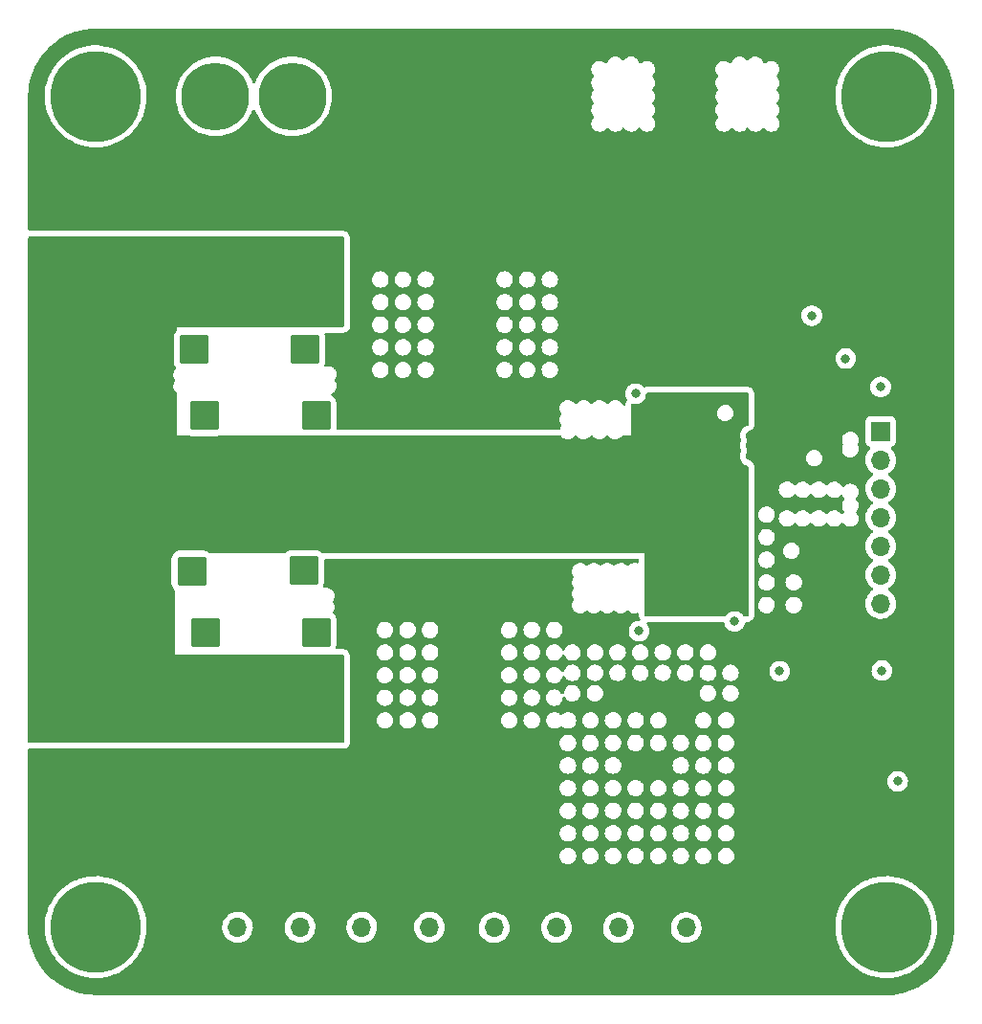
<source format=gbr>
%TF.GenerationSoftware,KiCad,Pcbnew,(6.0.1)*%
%TF.CreationDate,2022-01-20T11:55:34+01:00*%
%TF.ProjectId,BTS-MainBoard-Power,4254532d-4d61-4696-9e42-6f6172642d50,rev?*%
%TF.SameCoordinates,Original*%
%TF.FileFunction,Copper,L3,Inr*%
%TF.FilePolarity,Positive*%
%FSLAX46Y46*%
G04 Gerber Fmt 4.6, Leading zero omitted, Abs format (unit mm)*
G04 Created by KiCad (PCBNEW (6.0.1)) date 2022-01-20 11:55:34*
%MOMM*%
%LPD*%
G01*
G04 APERTURE LIST*
G04 Aperture macros list*
%AMRoundRect*
0 Rectangle with rounded corners*
0 $1 Rounding radius*
0 $2 $3 $4 $5 $6 $7 $8 $9 X,Y pos of 4 corners*
0 Add a 4 corners polygon primitive as box body*
4,1,4,$2,$3,$4,$5,$6,$7,$8,$9,$2,$3,0*
0 Add four circle primitives for the rounded corners*
1,1,$1+$1,$2,$3*
1,1,$1+$1,$4,$5*
1,1,$1+$1,$6,$7*
1,1,$1+$1,$8,$9*
0 Add four rect primitives between the rounded corners*
20,1,$1+$1,$2,$3,$4,$5,0*
20,1,$1+$1,$4,$5,$6,$7,0*
20,1,$1+$1,$6,$7,$8,$9,0*
20,1,$1+$1,$8,$9,$2,$3,0*%
G04 Aperture macros list end*
%TA.AperFunction,ComponentPad*%
%ADD10RoundRect,0.270834X1.029166X-1.029166X1.029166X1.029166X-1.029166X1.029166X-1.029166X-1.029166X0*%
%TD*%
%TA.AperFunction,ComponentPad*%
%ADD11C,2.600000*%
%TD*%
%TA.AperFunction,ComponentPad*%
%ADD12C,8.000000*%
%TD*%
%TA.AperFunction,ComponentPad*%
%ADD13C,0.900000*%
%TD*%
%TA.AperFunction,ComponentPad*%
%ADD14R,1.700000X1.700000*%
%TD*%
%TA.AperFunction,ComponentPad*%
%ADD15O,1.700000X1.700000*%
%TD*%
%TA.AperFunction,ComponentPad*%
%ADD16C,0.800000*%
%TD*%
%TA.AperFunction,ComponentPad*%
%ADD17C,6.000000*%
%TD*%
%TA.AperFunction,ComponentPad*%
%ADD18RoundRect,0.270834X-1.029166X1.029166X-1.029166X-1.029166X1.029166X-1.029166X1.029166X1.029166X0*%
%TD*%
%TA.AperFunction,ViaPad*%
%ADD19C,0.800000*%
%TD*%
G04 APERTURE END LIST*
D10*
%TO.N,/HBridge/+Peltier*%
%TO.C,J10*%
X132400000Y-90960000D03*
D11*
%TO.N,/BHS*%
X132400000Y-87000000D03*
%TD*%
D12*
%TO.N,GND*%
%TO.C,H4*%
X184000000Y-122500000D03*
D13*
X187000000Y-122500000D03*
X184000000Y-125500000D03*
X181878680Y-120378680D03*
X186121320Y-120378680D03*
X181000000Y-122500000D03*
X181878680Y-124621320D03*
X184000000Y-119500000D03*
X186121320Y-124621320D03*
%TD*%
D14*
%TO.N,/Psu12V*%
%TO.C,J12*%
X132075000Y-119960000D03*
D15*
%TO.N,/FanSink*%
X132075000Y-122500000D03*
%TD*%
D16*
%TO.N,/Psu12V*%
%TO.C,H6*%
X145609010Y-47409010D03*
D17*
X147200000Y-49000000D03*
D16*
X144950000Y-49000000D03*
X147200000Y-51250000D03*
X148790990Y-50590990D03*
X148790990Y-47409010D03*
X147200000Y-46750000D03*
X149450000Y-49000000D03*
X145609010Y-50590990D03*
%TD*%
%TO.N,/Psu12V*%
%TO.C,H5*%
X137950000Y-49000000D03*
X142450000Y-49000000D03*
X140200000Y-46750000D03*
D17*
X140200000Y-49000000D03*
D16*
X138609010Y-50590990D03*
X141790990Y-47409010D03*
X141790990Y-50590990D03*
X138609010Y-47409010D03*
X140200000Y-51250000D03*
%TD*%
D18*
%TO.N,/HBridge/+Peltier*%
%TO.C,J9*%
X133505000Y-77200000D03*
D11*
%TO.N,/BHS*%
X133505000Y-81160000D03*
%TD*%
D10*
%TO.N,/HBridge/+Peltier*%
%TO.C,J4*%
X122495000Y-91000000D03*
D11*
%TO.N,/BHS*%
X122495000Y-87040000D03*
%TD*%
D14*
%TO.N,/Psu12V*%
%TO.C,J18*%
X154800000Y-120000000D03*
D15*
%TO.N,/FanSink*%
X154800000Y-122540000D03*
%TD*%
D13*
%TO.N,GND*%
%TO.C,H2*%
X181000000Y-49000000D03*
X186121320Y-46878680D03*
D12*
X184000000Y-49000000D03*
D13*
X187000000Y-49000000D03*
X181878680Y-51121320D03*
X181878680Y-46878680D03*
X186121320Y-51121320D03*
X184000000Y-46000000D03*
X184000000Y-52000000D03*
%TD*%
D14*
%TO.N,/Psu12V*%
%TO.C,J14*%
X143550000Y-119960000D03*
D15*
%TO.N,/FanSink*%
X143550000Y-122500000D03*
%TD*%
D14*
%TO.N,/Psu12V*%
%TO.C,J16*%
X137550000Y-119960000D03*
D15*
%TO.N,/FanSink*%
X137550000Y-122500000D03*
%TD*%
D10*
%TO.N,/HBridge/+Peltier*%
%TO.C,J6*%
X122695000Y-71400000D03*
D11*
%TO.N,/BHS*%
X122695000Y-67440000D03*
%TD*%
D14*
%TO.N,/Psu12V*%
%TO.C,J17*%
X149275000Y-120000000D03*
D15*
%TO.N,/FanSink*%
X149275000Y-122540000D03*
%TD*%
D14*
%TO.N,/Psu12V*%
%TO.C,J13*%
X160275000Y-120000000D03*
D15*
%TO.N,/FanSink*%
X160275000Y-122540000D03*
%TD*%
D12*
%TO.N,GND*%
%TO.C,H3*%
X114000000Y-122500000D03*
D13*
X116121320Y-124621320D03*
X116121320Y-120378680D03*
X111878680Y-120378680D03*
X111000000Y-122500000D03*
X114000000Y-125500000D03*
X117000000Y-122500000D03*
X114000000Y-119500000D03*
X111878680Y-124621320D03*
%TD*%
D18*
%TO.N,/HBridge/+Peltier*%
%TO.C,J8*%
X133505000Y-96400000D03*
D11*
%TO.N,/BHS*%
X133505000Y-100360000D03*
%TD*%
D18*
%TO.N,/HBridge/+Peltier*%
%TO.C,J7*%
X123705000Y-96400000D03*
D11*
%TO.N,/BHS*%
X123705000Y-100360000D03*
%TD*%
D16*
%TO.N,GND*%
%TO.C,H8*%
X123009010Y-47409010D03*
X124600000Y-51250000D03*
X123009010Y-50590990D03*
D17*
X124600000Y-49000000D03*
D16*
X126190990Y-47409010D03*
X124600000Y-46750000D03*
X126190990Y-50590990D03*
X122350000Y-49000000D03*
X126850000Y-49000000D03*
%TD*%
D14*
%TO.N,/Psu12V*%
%TO.C,J15*%
X126550000Y-119960000D03*
D15*
%TO.N,/FanSink*%
X126550000Y-122500000D03*
%TD*%
D14*
%TO.N,/VSense*%
%TO.C,J3*%
X183500000Y-78625000D03*
D15*
%TO.N,/AHO_Sig*%
X183500000Y-81165000D03*
%TO.N,/ALO_Sig*%
X183500000Y-83705000D03*
%TO.N,/BHO_Sig*%
X183500000Y-86245000D03*
%TO.N,/BLO_Sig*%
X183500000Y-88785000D03*
%TO.N,/CoolingFanDriveSignal*%
X183500000Y-91325000D03*
%TO.N,GND*%
X183500000Y-93865000D03*
%TD*%
D10*
%TO.N,/HBridge/+Peltier*%
%TO.C,J5*%
X132495000Y-71400000D03*
D11*
%TO.N,/BHS*%
X132495000Y-67440000D03*
%TD*%
D18*
%TO.N,/HBridge/+Peltier*%
%TO.C,J11*%
X123600000Y-77240000D03*
D11*
%TO.N,/BHS*%
X123600000Y-81200000D03*
%TD*%
D14*
%TO.N,/Psu12V*%
%TO.C,J19*%
X166275000Y-120000000D03*
D15*
%TO.N,/FanSink*%
X166275000Y-122540000D03*
%TD*%
D12*
%TO.N,GND*%
%TO.C,H1*%
X114000000Y-49000000D03*
D13*
X114000000Y-52000000D03*
X111000000Y-49000000D03*
X117000000Y-49000000D03*
X116121320Y-46878680D03*
X116121320Y-51121320D03*
X111878680Y-46878680D03*
X114000000Y-46000000D03*
X111878680Y-51121320D03*
%TD*%
D16*
%TO.N,GND*%
%TO.C,H7*%
X129809010Y-50590990D03*
D17*
X131400000Y-49000000D03*
D16*
X132990990Y-50590990D03*
X129150000Y-49000000D03*
X131400000Y-51250000D03*
X131400000Y-46750000D03*
X132990990Y-47409010D03*
X129809010Y-47409010D03*
X133650000Y-49000000D03*
%TD*%
D19*
%TO.N,/Psu12V*%
X161700000Y-72200000D03*
X173800000Y-59000000D03*
X169600000Y-59000000D03*
X165600000Y-70200000D03*
X153400000Y-54800000D03*
X155800000Y-56800000D03*
X171949500Y-79000000D03*
X143800000Y-52800000D03*
X173100000Y-80800000D03*
X139000000Y-52800000D03*
X156900000Y-71200000D03*
X151000000Y-52800000D03*
X168000000Y-70200000D03*
X148600000Y-54800000D03*
X159300000Y-71200000D03*
X157000000Y-64000000D03*
X169200000Y-71200000D03*
X168400000Y-57800000D03*
X166600000Y-68800000D03*
X157600000Y-54200000D03*
X159300000Y-73200000D03*
X158800000Y-59000000D03*
X159400000Y-67200000D03*
X143800000Y-54800000D03*
X178600000Y-89400000D03*
X156900000Y-70200000D03*
X163000000Y-59000000D03*
X166600000Y-67200000D03*
X139000000Y-56800000D03*
X182800000Y-107400000D03*
X161600000Y-59400000D03*
X173100000Y-79000000D03*
X141400000Y-52800000D03*
X168000000Y-73200000D03*
X155800000Y-52800000D03*
X159400000Y-64000000D03*
X160200000Y-54200000D03*
X158100000Y-70200000D03*
X177600000Y-89400000D03*
X151000000Y-56800000D03*
X180000000Y-89400000D03*
X160500000Y-70200000D03*
X141400000Y-56800000D03*
X136600000Y-54800000D03*
X164400000Y-73200000D03*
X169200000Y-73200000D03*
X169200000Y-72200000D03*
X159400000Y-62400000D03*
X164200000Y-67200000D03*
X164400000Y-72200000D03*
X160200000Y-59400000D03*
X165600000Y-73200000D03*
X184000000Y-107400000D03*
X164000000Y-54200000D03*
X157000000Y-68800000D03*
X174400000Y-79000000D03*
X158800000Y-57800000D03*
X153400000Y-52800000D03*
X169600000Y-57800000D03*
X157000000Y-65600000D03*
X166800000Y-73200000D03*
X171000000Y-54200000D03*
X161700000Y-70200000D03*
X159300000Y-70200000D03*
X164400000Y-71200000D03*
X169600000Y-54200000D03*
X157600000Y-57800000D03*
X169000000Y-62400000D03*
X171949500Y-79900000D03*
X166600000Y-65600000D03*
X172400000Y-59400000D03*
X161800000Y-67200000D03*
X164200000Y-68800000D03*
X151000000Y-54800000D03*
X168000000Y-72200000D03*
X173800000Y-54200000D03*
X168400000Y-54200000D03*
X156900000Y-72200000D03*
X169000000Y-64000000D03*
X161800000Y-62400000D03*
X164400000Y-70200000D03*
X159400000Y-68800000D03*
X165600000Y-71200000D03*
X166600000Y-64000000D03*
X143800000Y-56800000D03*
X161600000Y-54200000D03*
X165600000Y-72200000D03*
X158100000Y-73200000D03*
X164200000Y-62400000D03*
X161800000Y-68800000D03*
X157000000Y-67200000D03*
X136600000Y-52800000D03*
X161800000Y-64000000D03*
X155800000Y-54800000D03*
X175000000Y-57800000D03*
X166600000Y-62400000D03*
X148600000Y-52800000D03*
X164200000Y-65600000D03*
X166800000Y-72200000D03*
X136600000Y-56800000D03*
X139000000Y-54800000D03*
X160500000Y-71200000D03*
X158100000Y-72200000D03*
X166800000Y-71200000D03*
X161800000Y-65600000D03*
X169200000Y-70200000D03*
X159400000Y-65600000D03*
X163000000Y-54200000D03*
X163000000Y-57800000D03*
X146200000Y-56800000D03*
X161700000Y-73200000D03*
X153400000Y-56800000D03*
X160500000Y-72200000D03*
X158800000Y-54200000D03*
X169000000Y-65600000D03*
X171949500Y-80800000D03*
X161700000Y-71200000D03*
X172400000Y-54200000D03*
X169000000Y-67200000D03*
X175000000Y-54200000D03*
X169000000Y-68800000D03*
X146200000Y-54800000D03*
X181000000Y-89400000D03*
X148600000Y-56800000D03*
X168000000Y-71200000D03*
X166800000Y-70200000D03*
X141400000Y-54800000D03*
X160500000Y-73200000D03*
X164200000Y-64000000D03*
X173100000Y-79900000D03*
X146200000Y-52800000D03*
X164000000Y-57800000D03*
X157000000Y-62400000D03*
X158100000Y-71200000D03*
X171000000Y-59400000D03*
X156900000Y-73200000D03*
X159300000Y-72200000D03*
X173800000Y-57800000D03*
%TO.N,/AHS*%
X180400000Y-72200000D03*
%TO.N,/BHS*%
X166200000Y-79000000D03*
X110200000Y-72000000D03*
X168000000Y-79000000D03*
X166600000Y-91000000D03*
X166200000Y-77600000D03*
X116200000Y-81000000D03*
X164200000Y-86600000D03*
X116200000Y-99000000D03*
X110200000Y-96000000D03*
X114200000Y-90000000D03*
X164200000Y-88200000D03*
X114200000Y-84000000D03*
X164400000Y-79000000D03*
X114200000Y-81000000D03*
X116200000Y-75000000D03*
X118200000Y-87000000D03*
X167800000Y-92000000D03*
X165400000Y-91000000D03*
X114200000Y-93000000D03*
X164400000Y-80400000D03*
X112200000Y-93000000D03*
X169000000Y-92000000D03*
X167400000Y-86600000D03*
X167800000Y-91000000D03*
X168000000Y-77600000D03*
X110200000Y-78000000D03*
X169000000Y-89800000D03*
X169000000Y-86600000D03*
X112200000Y-63000000D03*
X165400000Y-94000000D03*
X166600000Y-92000000D03*
X110200000Y-99000000D03*
X162600000Y-80400000D03*
X116200000Y-84000000D03*
X116200000Y-72000000D03*
X114200000Y-96000000D03*
X112200000Y-72000000D03*
X110200000Y-69000000D03*
X114200000Y-72000000D03*
X165800000Y-88200000D03*
X116200000Y-90000000D03*
X114200000Y-78000000D03*
X164200000Y-92000000D03*
X112200000Y-99000000D03*
X164400000Y-77600000D03*
X164200000Y-94000000D03*
X166600000Y-93000000D03*
X116200000Y-93000000D03*
X110200000Y-63000000D03*
X110200000Y-93000000D03*
X110200000Y-66000000D03*
X165400000Y-93000000D03*
X110200000Y-84000000D03*
X169000000Y-93000000D03*
X114200000Y-99000000D03*
X167400000Y-89800000D03*
X165400000Y-92000000D03*
X112200000Y-78000000D03*
X169000000Y-91000000D03*
X116200000Y-96000000D03*
X112200000Y-105000000D03*
X110200000Y-87000000D03*
X114200000Y-105000000D03*
X169000000Y-94000000D03*
X167400000Y-88200000D03*
X114200000Y-69000000D03*
X112200000Y-81000000D03*
X112200000Y-96000000D03*
X116200000Y-102000000D03*
X167800000Y-94000000D03*
X164200000Y-89800000D03*
X110200000Y-81000000D03*
X116200000Y-69000000D03*
X164200000Y-91000000D03*
X116200000Y-66000000D03*
X120200000Y-84000000D03*
X165800000Y-86600000D03*
X116200000Y-87000000D03*
X112200000Y-75000000D03*
X114200000Y-63000000D03*
X118200000Y-81000000D03*
X112200000Y-84000000D03*
X162600000Y-79000000D03*
X112200000Y-102000000D03*
X114200000Y-66000000D03*
X110200000Y-105000000D03*
X110200000Y-75000000D03*
X168000000Y-80400000D03*
X164200000Y-93000000D03*
X114200000Y-102000000D03*
X169000000Y-88200000D03*
X167800000Y-93000000D03*
X116200000Y-63000000D03*
X116200000Y-78000000D03*
X118200000Y-84000000D03*
X116200000Y-105000000D03*
X166600000Y-94000000D03*
X162600000Y-77600000D03*
X112200000Y-90000000D03*
X114200000Y-87000000D03*
X166200000Y-80400000D03*
X165800000Y-89800000D03*
X110200000Y-90000000D03*
X112200000Y-66000000D03*
X112200000Y-69000000D03*
X110200000Y-102000000D03*
X114200000Y-75000000D03*
X112200000Y-87000000D03*
%TO.N,/CoolingFanDriveSignal*%
X185000000Y-109600000D03*
%TO.N,/HBridge/AHO_Gate*%
X177400000Y-68400000D03*
X161800000Y-75300989D03*
%TO.N,/HBridge/ALO_Gate*%
X183500000Y-74700000D03*
X162100000Y-96300000D03*
%TO.N,/HBridge/BHO_Gate*%
X170562427Y-95450500D03*
%TO.N,/HBoot2*%
X183600000Y-99800000D03*
X174550000Y-99850000D03*
%TD*%
%TA.AperFunction,Conductor*%
%TO.N,/BHS*%
G36*
X135942121Y-61420002D02*
G01*
X135988614Y-61473658D01*
X136000000Y-61526000D01*
X136000000Y-69274000D01*
X135979998Y-69342121D01*
X135926342Y-69388614D01*
X135874000Y-69400000D01*
X121200000Y-69400000D01*
X121200000Y-69684807D01*
X121179998Y-69752928D01*
X121152608Y-69783279D01*
X121116783Y-69811877D01*
X121116778Y-69811882D01*
X121111275Y-69816275D01*
X121002194Y-69952918D01*
X120926097Y-70110332D01*
X120886767Y-70280693D01*
X120886500Y-70285323D01*
X120886501Y-72514676D01*
X120886767Y-72519307D01*
X120887967Y-72524503D01*
X120887967Y-72524506D01*
X120924512Y-72682803D01*
X120926097Y-72689668D01*
X120929163Y-72696011D01*
X120929164Y-72696013D01*
X120948810Y-72736653D01*
X121002194Y-72847082D01*
X121073931Y-72936945D01*
X121100797Y-73002660D01*
X121087870Y-73072470D01*
X121063616Y-73105575D01*
X121031880Y-73136653D01*
X120943345Y-73274034D01*
X120887446Y-73427615D01*
X120866961Y-73589764D01*
X120882910Y-73752422D01*
X120934499Y-73907505D01*
X120949909Y-73932949D01*
X121012435Y-74036192D01*
X121030614Y-74104822D01*
X121010571Y-74169718D01*
X120943345Y-74274034D01*
X120887446Y-74427615D01*
X120866961Y-74589764D01*
X120882910Y-74752422D01*
X120934499Y-74907505D01*
X121019165Y-75047304D01*
X121132698Y-75164871D01*
X121142995Y-75171609D01*
X121189042Y-75225646D01*
X121200000Y-75277040D01*
X121200000Y-79000000D01*
X122265878Y-79000000D01*
X122306160Y-79006886D01*
X122310332Y-79008903D01*
X122317193Y-79010487D01*
X122317196Y-79010488D01*
X122405638Y-79030906D01*
X122480693Y-79048233D01*
X122485323Y-79048500D01*
X122487147Y-79048500D01*
X123609553Y-79048499D01*
X124714676Y-79048499D01*
X124719307Y-79048233D01*
X124724503Y-79047033D01*
X124724506Y-79047033D01*
X124882804Y-79010488D01*
X124882807Y-79010487D01*
X124889668Y-79008903D01*
X124893840Y-79006886D01*
X124934122Y-79000000D01*
X132335675Y-79000000D01*
X132364018Y-79003229D01*
X132385693Y-79008233D01*
X132390323Y-79008500D01*
X132392147Y-79008500D01*
X133514553Y-79008499D01*
X134619676Y-79008499D01*
X134624307Y-79008233D01*
X134629503Y-79007033D01*
X134629506Y-79007033D01*
X134645982Y-79003229D01*
X134674325Y-79000000D01*
X155121727Y-79000000D01*
X155189848Y-79020002D01*
X155218649Y-79046452D01*
X155219165Y-79047304D01*
X155332698Y-79164871D01*
X155338590Y-79168726D01*
X155338594Y-79168730D01*
X155422553Y-79223671D01*
X155469457Y-79254364D01*
X155505132Y-79267631D01*
X155616048Y-79308880D01*
X155616051Y-79308881D01*
X155622645Y-79311333D01*
X155629622Y-79312264D01*
X155777666Y-79332018D01*
X155777670Y-79332018D01*
X155784647Y-79332949D01*
X155791658Y-79332311D01*
X155791662Y-79332311D01*
X155940391Y-79318775D01*
X155947412Y-79318136D01*
X155954114Y-79315958D01*
X155954116Y-79315958D01*
X156096152Y-79269808D01*
X156096155Y-79269807D01*
X156102851Y-79267631D01*
X156131575Y-79250508D01*
X156237186Y-79187552D01*
X156237188Y-79187551D01*
X156243238Y-79183944D01*
X156361595Y-79071234D01*
X156365494Y-79065366D01*
X156371537Y-79056271D01*
X156425895Y-79010602D01*
X156476484Y-79000000D01*
X156521727Y-79000000D01*
X156589848Y-79020002D01*
X156618649Y-79046452D01*
X156619165Y-79047304D01*
X156732698Y-79164871D01*
X156738590Y-79168726D01*
X156738594Y-79168730D01*
X156822553Y-79223671D01*
X156869457Y-79254364D01*
X156905132Y-79267631D01*
X157016048Y-79308880D01*
X157016051Y-79308881D01*
X157022645Y-79311333D01*
X157029622Y-79312264D01*
X157177666Y-79332018D01*
X157177670Y-79332018D01*
X157184647Y-79332949D01*
X157191658Y-79332311D01*
X157191662Y-79332311D01*
X157340391Y-79318775D01*
X157347412Y-79318136D01*
X157354114Y-79315958D01*
X157354116Y-79315958D01*
X157496152Y-79269808D01*
X157496155Y-79269807D01*
X157502851Y-79267631D01*
X157531575Y-79250508D01*
X157637186Y-79187552D01*
X157637188Y-79187551D01*
X157643238Y-79183944D01*
X157761595Y-79071234D01*
X157765494Y-79065366D01*
X157771537Y-79056271D01*
X157825895Y-79010602D01*
X157876484Y-79000000D01*
X157921727Y-79000000D01*
X157989848Y-79020002D01*
X158018649Y-79046452D01*
X158019165Y-79047304D01*
X158132698Y-79164871D01*
X158138590Y-79168726D01*
X158138594Y-79168730D01*
X158222553Y-79223671D01*
X158269457Y-79254364D01*
X158305132Y-79267631D01*
X158416048Y-79308880D01*
X158416051Y-79308881D01*
X158422645Y-79311333D01*
X158429622Y-79312264D01*
X158577666Y-79332018D01*
X158577670Y-79332018D01*
X158584647Y-79332949D01*
X158591658Y-79332311D01*
X158591662Y-79332311D01*
X158740391Y-79318775D01*
X158747412Y-79318136D01*
X158754114Y-79315958D01*
X158754116Y-79315958D01*
X158896152Y-79269808D01*
X158896155Y-79269807D01*
X158902851Y-79267631D01*
X158931575Y-79250508D01*
X159037186Y-79187552D01*
X159037188Y-79187551D01*
X159043238Y-79183944D01*
X159161595Y-79071234D01*
X159165494Y-79065366D01*
X159171537Y-79056271D01*
X159225895Y-79010602D01*
X159276484Y-79000000D01*
X159321727Y-79000000D01*
X159389848Y-79020002D01*
X159418649Y-79046452D01*
X159419165Y-79047304D01*
X159532698Y-79164871D01*
X159538590Y-79168726D01*
X159538594Y-79168730D01*
X159622553Y-79223671D01*
X159669457Y-79254364D01*
X159705132Y-79267631D01*
X159816048Y-79308880D01*
X159816051Y-79308881D01*
X159822645Y-79311333D01*
X159829622Y-79312264D01*
X159977666Y-79332018D01*
X159977670Y-79332018D01*
X159984647Y-79332949D01*
X159991658Y-79332311D01*
X159991662Y-79332311D01*
X160140391Y-79318775D01*
X160147412Y-79318136D01*
X160154114Y-79315958D01*
X160154116Y-79315958D01*
X160296152Y-79269808D01*
X160296155Y-79269807D01*
X160302851Y-79267631D01*
X160331575Y-79250508D01*
X160437186Y-79187552D01*
X160437188Y-79187551D01*
X160443238Y-79183944D01*
X160561595Y-79071234D01*
X160565494Y-79065366D01*
X160571537Y-79056271D01*
X160625895Y-79010602D01*
X160676484Y-79000000D01*
X161400000Y-79000000D01*
X161400000Y-76989764D01*
X169016961Y-76989764D01*
X169032910Y-77152422D01*
X169035134Y-77159107D01*
X169035134Y-77159108D01*
X169058705Y-77229964D01*
X169084499Y-77307505D01*
X169088148Y-77313530D01*
X169136854Y-77393952D01*
X169169165Y-77447304D01*
X169282698Y-77564871D01*
X169288590Y-77568726D01*
X169288594Y-77568730D01*
X169320738Y-77589764D01*
X169419457Y-77654364D01*
X169455132Y-77667631D01*
X169566048Y-77708880D01*
X169566051Y-77708881D01*
X169572645Y-77711333D01*
X169579622Y-77712264D01*
X169727666Y-77732018D01*
X169727670Y-77732018D01*
X169734647Y-77732949D01*
X169741658Y-77732311D01*
X169741662Y-77732311D01*
X169890391Y-77718775D01*
X169897412Y-77718136D01*
X169904114Y-77715958D01*
X169904116Y-77715958D01*
X170046152Y-77669808D01*
X170046155Y-77669807D01*
X170052851Y-77667631D01*
X170183475Y-77589764D01*
X170187186Y-77587552D01*
X170187188Y-77587551D01*
X170193238Y-77583944D01*
X170311595Y-77471234D01*
X170402040Y-77335103D01*
X170425238Y-77274034D01*
X170457578Y-77188900D01*
X170457579Y-77188895D01*
X170460078Y-77182317D01*
X170463340Y-77159108D01*
X170482273Y-77024393D01*
X170482273Y-77024388D01*
X170482824Y-77020470D01*
X170483110Y-77000000D01*
X170464892Y-76837581D01*
X170411142Y-76683234D01*
X170324534Y-76544630D01*
X170319572Y-76539633D01*
X170214333Y-76433657D01*
X170214329Y-76433654D01*
X170209370Y-76428660D01*
X170193536Y-76418611D01*
X170154679Y-76393952D01*
X170071374Y-76341085D01*
X170046835Y-76332347D01*
X169924041Y-76288622D01*
X169924036Y-76288621D01*
X169917406Y-76286260D01*
X169910418Y-76285427D01*
X169910415Y-76285426D01*
X169799476Y-76272197D01*
X169755118Y-76266908D01*
X169748115Y-76267644D01*
X169748114Y-76267644D01*
X169599575Y-76283256D01*
X169599573Y-76283257D01*
X169592575Y-76283992D01*
X169511273Y-76311669D01*
X169444527Y-76334391D01*
X169444524Y-76334392D01*
X169437857Y-76336662D01*
X169298652Y-76422301D01*
X169181880Y-76536653D01*
X169093345Y-76674034D01*
X169090936Y-76680654D01*
X169090935Y-76680655D01*
X169065395Y-76750825D01*
X169037446Y-76827615D01*
X169016961Y-76989764D01*
X161400000Y-76989764D01*
X161400000Y-76300360D01*
X161420002Y-76232239D01*
X161473658Y-76185746D01*
X161543932Y-76175642D01*
X161552197Y-76177113D01*
X161698056Y-76208117D01*
X161698061Y-76208117D01*
X161704513Y-76209489D01*
X161895487Y-76209489D01*
X161901939Y-76208117D01*
X161901944Y-76208117D01*
X162007188Y-76185746D01*
X162082288Y-76169783D01*
X162156700Y-76136653D01*
X162250722Y-76094792D01*
X162250724Y-76094791D01*
X162256752Y-76092107D01*
X162266090Y-76085323D01*
X162352831Y-76022301D01*
X162411253Y-75979855D01*
X162539040Y-75837933D01*
X162634527Y-75672545D01*
X162693542Y-75490917D01*
X162712260Y-75312828D01*
X162739272Y-75247173D01*
X162797493Y-75206543D01*
X162837569Y-75200000D01*
X171674000Y-75200000D01*
X171742121Y-75220002D01*
X171788614Y-75273658D01*
X171800000Y-75326000D01*
X171800000Y-78000948D01*
X171779998Y-78069069D01*
X171726342Y-78115562D01*
X171700196Y-78124195D01*
X171673670Y-78129833D01*
X171673667Y-78129834D01*
X171667212Y-78131206D01*
X171661182Y-78133891D01*
X171661181Y-78133891D01*
X171498778Y-78206197D01*
X171498776Y-78206198D01*
X171492748Y-78208882D01*
X171338247Y-78321134D01*
X171210460Y-78463056D01*
X171114973Y-78628444D01*
X171055958Y-78810072D01*
X171055268Y-78816633D01*
X171055268Y-78816635D01*
X171043058Y-78932806D01*
X171035996Y-79000000D01*
X171055958Y-79189928D01*
X171114973Y-79371556D01*
X171118276Y-79377277D01*
X171123889Y-79386998D01*
X171140628Y-79455993D01*
X171123890Y-79513000D01*
X171114973Y-79528444D01*
X171055958Y-79710072D01*
X171035996Y-79900000D01*
X171055958Y-80089928D01*
X171114973Y-80271556D01*
X171118276Y-80277277D01*
X171123889Y-80286998D01*
X171140628Y-80355993D01*
X171123890Y-80413000D01*
X171114973Y-80428444D01*
X171055958Y-80610072D01*
X171035996Y-80800000D01*
X171055958Y-80989928D01*
X171114973Y-81171556D01*
X171210460Y-81336944D01*
X171338247Y-81478866D01*
X171492748Y-81591118D01*
X171498776Y-81593802D01*
X171498778Y-81593803D01*
X171661181Y-81666109D01*
X171667212Y-81668794D01*
X171673667Y-81670166D01*
X171673670Y-81670167D01*
X171700196Y-81675805D01*
X171762670Y-81709533D01*
X171796991Y-81771682D01*
X171800000Y-81799052D01*
X171800000Y-94874000D01*
X171779998Y-94942121D01*
X171726342Y-94988614D01*
X171674000Y-95000000D01*
X171424122Y-95000000D01*
X171356001Y-94979998D01*
X171315003Y-94937000D01*
X171304771Y-94919277D01*
X171304766Y-94919270D01*
X171301467Y-94913556D01*
X171184764Y-94783944D01*
X171178102Y-94776545D01*
X171178101Y-94776544D01*
X171173680Y-94771634D01*
X171019179Y-94659382D01*
X171013151Y-94656698D01*
X171013149Y-94656697D01*
X170850746Y-94584391D01*
X170850745Y-94584391D01*
X170844715Y-94581706D01*
X170751315Y-94561853D01*
X170664371Y-94543372D01*
X170664366Y-94543372D01*
X170657914Y-94542000D01*
X170466940Y-94542000D01*
X170460488Y-94543372D01*
X170460483Y-94543372D01*
X170373539Y-94561853D01*
X170280139Y-94581706D01*
X170274109Y-94584391D01*
X170274108Y-94584391D01*
X170111705Y-94656697D01*
X170111703Y-94656698D01*
X170105675Y-94659382D01*
X169951174Y-94771634D01*
X169946753Y-94776544D01*
X169946752Y-94776545D01*
X169940090Y-94783944D01*
X169823387Y-94913556D01*
X169820088Y-94919270D01*
X169820083Y-94919277D01*
X169809851Y-94937000D01*
X169758468Y-94985993D01*
X169700732Y-95000000D01*
X162726000Y-95000000D01*
X162657879Y-94979998D01*
X162611386Y-94926342D01*
X162600000Y-94874000D01*
X162600000Y-89400000D01*
X134057569Y-89400000D01*
X133989448Y-89379998D01*
X133978971Y-89372480D01*
X133847082Y-89267194D01*
X133768375Y-89229146D01*
X133696013Y-89194164D01*
X133696011Y-89194163D01*
X133689668Y-89191097D01*
X133682804Y-89189512D01*
X133682803Y-89189512D01*
X133633629Y-89178160D01*
X133519307Y-89151767D01*
X133514677Y-89151500D01*
X133512853Y-89151500D01*
X132390447Y-89151501D01*
X131285324Y-89151501D01*
X131280693Y-89151767D01*
X131275497Y-89152967D01*
X131275494Y-89152967D01*
X131117197Y-89189512D01*
X131117196Y-89189512D01*
X131110332Y-89191097D01*
X131103989Y-89194163D01*
X131103987Y-89194164D01*
X131031625Y-89229146D01*
X130952918Y-89267194D01*
X130821038Y-89372473D01*
X130755323Y-89399339D01*
X130742431Y-89400000D01*
X124102463Y-89400000D01*
X124034342Y-89379998D01*
X124023854Y-89372471D01*
X123947592Y-89311592D01*
X123947589Y-89311590D01*
X123942082Y-89307194D01*
X123935738Y-89304127D01*
X123791013Y-89234164D01*
X123791011Y-89234163D01*
X123784668Y-89231097D01*
X123777804Y-89229512D01*
X123777803Y-89229512D01*
X123728629Y-89218160D01*
X123614307Y-89191767D01*
X123609677Y-89191500D01*
X123607853Y-89191500D01*
X122485447Y-89191501D01*
X121380324Y-89191501D01*
X121375693Y-89191767D01*
X121370497Y-89192967D01*
X121370494Y-89192967D01*
X121212197Y-89229512D01*
X121212196Y-89229512D01*
X121205332Y-89231097D01*
X121198989Y-89234163D01*
X121198987Y-89234164D01*
X121137006Y-89264127D01*
X121047918Y-89307194D01*
X120911275Y-89416275D01*
X120802194Y-89552918D01*
X120726097Y-89710332D01*
X120686767Y-89880693D01*
X120686500Y-89885323D01*
X120686500Y-89887147D01*
X120686501Y-91009568D01*
X120686501Y-92114676D01*
X120686767Y-92119307D01*
X120687967Y-92124503D01*
X120687967Y-92124506D01*
X120716862Y-92249668D01*
X120726097Y-92289668D01*
X120802194Y-92447082D01*
X120911275Y-92583725D01*
X120916778Y-92588118D01*
X120916783Y-92588123D01*
X120952608Y-92616721D01*
X120993367Y-92674852D01*
X121000000Y-92715193D01*
X121000000Y-98400000D01*
X135874000Y-98400000D01*
X135942121Y-98420002D01*
X135988614Y-98473658D01*
X136000000Y-98526000D01*
X136000000Y-106074000D01*
X135979998Y-106142121D01*
X135926342Y-106188614D01*
X135874000Y-106200000D01*
X108119086Y-106200000D01*
X108050965Y-106179998D01*
X108004472Y-106126342D01*
X107993086Y-106073967D01*
X107999792Y-80413002D01*
X108004727Y-61525966D01*
X108024747Y-61457852D01*
X108078415Y-61411373D01*
X108130727Y-61400000D01*
X135874000Y-61400000D01*
X135942121Y-61420002D01*
G37*
%TD.AperFunction*%
%TD*%
%TA.AperFunction,Conductor*%
%TO.N,/Psu12V*%
G36*
X183970057Y-42990298D02*
G01*
X183984858Y-42992603D01*
X183984861Y-42992603D01*
X183993730Y-42993984D01*
X184015075Y-42991193D01*
X184036354Y-42990227D01*
X184466683Y-43007135D01*
X184476546Y-43007911D01*
X184935448Y-43062225D01*
X184945219Y-43063773D01*
X185176206Y-43109719D01*
X185398444Y-43153925D01*
X185408050Y-43156231D01*
X185852803Y-43281664D01*
X185862193Y-43284715D01*
X186095669Y-43370849D01*
X186295744Y-43444661D01*
X186304884Y-43448447D01*
X186724539Y-43641910D01*
X186733354Y-43646402D01*
X187136519Y-43872186D01*
X187144955Y-43877355D01*
X187529186Y-44134089D01*
X187537174Y-44139892D01*
X187693756Y-44263332D01*
X187900073Y-44425980D01*
X187907596Y-44432405D01*
X188023455Y-44539503D01*
X188246938Y-44746088D01*
X188253912Y-44753062D01*
X188379325Y-44888733D01*
X188567595Y-45092404D01*
X188574020Y-45099927D01*
X188659153Y-45207917D01*
X188844840Y-45443458D01*
X188860102Y-45462818D01*
X188865911Y-45470814D01*
X189052859Y-45750602D01*
X189122645Y-45855045D01*
X189127814Y-45863481D01*
X189173391Y-45944864D01*
X189285266Y-46144630D01*
X189353598Y-46266646D01*
X189358089Y-46275459D01*
X189537839Y-46665367D01*
X189551553Y-46695116D01*
X189555338Y-46704254D01*
X189705917Y-47112412D01*
X189715282Y-47137797D01*
X189718336Y-47147197D01*
X189837033Y-47568066D01*
X189843767Y-47591943D01*
X189846075Y-47601556D01*
X189852649Y-47634605D01*
X189936227Y-48054781D01*
X189937775Y-48064552D01*
X189992089Y-48523454D01*
X189992865Y-48533317D01*
X190009479Y-48956166D01*
X190008077Y-48980491D01*
X190006016Y-48993730D01*
X190007180Y-49002632D01*
X190007180Y-49002635D01*
X190010138Y-49025251D01*
X190011202Y-49041589D01*
X190011202Y-122450672D01*
X190009702Y-122470057D01*
X190008030Y-122480798D01*
X190006016Y-122493730D01*
X190008807Y-122515073D01*
X190009773Y-122536354D01*
X189992865Y-122966683D01*
X189992089Y-122976546D01*
X189937775Y-123435448D01*
X189936227Y-123445219D01*
X189891935Y-123667892D01*
X189847046Y-123893567D01*
X189846077Y-123898437D01*
X189843769Y-123908050D01*
X189721101Y-124343001D01*
X189718339Y-124352793D01*
X189715285Y-124362193D01*
X189640283Y-124565494D01*
X189555339Y-124795744D01*
X189551554Y-124804881D01*
X189499242Y-124918356D01*
X189358090Y-125224539D01*
X189353599Y-125233352D01*
X189314350Y-125303436D01*
X189127814Y-125636519D01*
X189122645Y-125644955D01*
X188875996Y-126014094D01*
X188865917Y-126029178D01*
X188860108Y-126037174D01*
X188771499Y-126149574D01*
X188574020Y-126400073D01*
X188567595Y-126407596D01*
X188444051Y-126541246D01*
X188253912Y-126746938D01*
X188246938Y-126753912D01*
X188137123Y-126855424D01*
X187907596Y-127067595D01*
X187900073Y-127074020D01*
X187861065Y-127104772D01*
X187537174Y-127360108D01*
X187529186Y-127365911D01*
X187398926Y-127452948D01*
X187144955Y-127622645D01*
X187136519Y-127627814D01*
X186759621Y-127838888D01*
X186733354Y-127853598D01*
X186724541Y-127858089D01*
X186342040Y-128034424D01*
X186304884Y-128051553D01*
X186295746Y-128055338D01*
X185862193Y-128215285D01*
X185852803Y-128218336D01*
X185408050Y-128343769D01*
X185398444Y-128346075D01*
X185176206Y-128390281D01*
X184945219Y-128436227D01*
X184935448Y-128437775D01*
X184476546Y-128492089D01*
X184466683Y-128492865D01*
X184043834Y-128509479D01*
X184019509Y-128508077D01*
X184017668Y-128507790D01*
X184015142Y-128507397D01*
X184015140Y-128507397D01*
X184006270Y-128506016D01*
X183974830Y-128510127D01*
X183958466Y-128511191D01*
X114049377Y-128492014D01*
X114030036Y-128490515D01*
X114006270Y-128486814D01*
X113984925Y-128489605D01*
X113963646Y-128490571D01*
X113533317Y-128473663D01*
X113523454Y-128472887D01*
X113064552Y-128418573D01*
X113054781Y-128417025D01*
X112698099Y-128346077D01*
X112601556Y-128326873D01*
X112591950Y-128324567D01*
X112147197Y-128199134D01*
X112137807Y-128196083D01*
X111704254Y-128036136D01*
X111695116Y-128032351D01*
X111317114Y-127858090D01*
X111275459Y-127838887D01*
X111266646Y-127834396D01*
X111230568Y-127814191D01*
X111065063Y-127721504D01*
X110863481Y-127608612D01*
X110855045Y-127603443D01*
X110629812Y-127452948D01*
X110470814Y-127346709D01*
X110462826Y-127340906D01*
X110306244Y-127217466D01*
X110099927Y-127054818D01*
X110092404Y-127048393D01*
X109864333Y-126837568D01*
X109753062Y-126734710D01*
X109746088Y-126727736D01*
X109573699Y-126541246D01*
X109432405Y-126388394D01*
X109425980Y-126380871D01*
X109155036Y-126037182D01*
X109139892Y-126017972D01*
X109134083Y-126009976D01*
X109031114Y-125855870D01*
X108887438Y-125640844D01*
X108877355Y-125625753D01*
X108872186Y-125617317D01*
X108646402Y-125214152D01*
X108641910Y-125205337D01*
X108532902Y-124968880D01*
X108448446Y-124785679D01*
X108444661Y-124776542D01*
X108365891Y-124563027D01*
X108284715Y-124342991D01*
X108281661Y-124333591D01*
X108257799Y-124248980D01*
X108156231Y-123888848D01*
X108153923Y-123879235D01*
X108148818Y-123853567D01*
X108101031Y-123613327D01*
X108063773Y-123426017D01*
X108062225Y-123416246D01*
X108007911Y-122957344D01*
X108007135Y-122947481D01*
X107995741Y-122657512D01*
X109489433Y-122657512D01*
X109489662Y-122660357D01*
X109489662Y-122660360D01*
X109519955Y-123036857D01*
X109522273Y-123065668D01*
X109591969Y-123469168D01*
X109697949Y-123864691D01*
X109839340Y-124248980D01*
X109840565Y-124251560D01*
X109840568Y-124251567D01*
X109893102Y-124362203D01*
X110014979Y-124618874D01*
X110108223Y-124776542D01*
X110193473Y-124920691D01*
X110223418Y-124971326D01*
X110225080Y-124973630D01*
X110225081Y-124973632D01*
X110406042Y-125224539D01*
X110462944Y-125303436D01*
X110731584Y-125612471D01*
X111027126Y-125895886D01*
X111029344Y-125897656D01*
X111029349Y-125897661D01*
X111170044Y-126009976D01*
X111347139Y-126151349D01*
X111349520Y-126152919D01*
X111639482Y-126344113D01*
X111688989Y-126376757D01*
X111691519Y-126378113D01*
X111691518Y-126378113D01*
X111998340Y-126542630D01*
X112049860Y-126570255D01*
X112426784Y-126730250D01*
X112429522Y-126731129D01*
X112813931Y-126854549D01*
X112813935Y-126854550D01*
X112816657Y-126855424D01*
X112819447Y-126856048D01*
X112819452Y-126856049D01*
X113213477Y-126944125D01*
X113213488Y-126944127D01*
X113216271Y-126944749D01*
X113622335Y-126997487D01*
X114031509Y-127013206D01*
X114034371Y-127013056D01*
X114034372Y-127013056D01*
X114437566Y-126991926D01*
X114437573Y-126991925D01*
X114440422Y-126991776D01*
X114443245Y-126991369D01*
X114443247Y-126991369D01*
X114842889Y-126933780D01*
X114842896Y-126933779D01*
X114845711Y-126933373D01*
X115244038Y-126838478D01*
X115246736Y-126837570D01*
X115246743Y-126837568D01*
X115629414Y-126708785D01*
X115629420Y-126708783D01*
X115632126Y-126707872D01*
X116006779Y-126542630D01*
X116364914Y-126344113D01*
X116703583Y-126113954D01*
X116705811Y-126112124D01*
X117017779Y-125855870D01*
X117017783Y-125855867D01*
X117019998Y-125854047D01*
X117022036Y-125852038D01*
X117022043Y-125852031D01*
X117255671Y-125621642D01*
X117311555Y-125566533D01*
X117317261Y-125559781D01*
X117574008Y-125255963D01*
X117574013Y-125255957D01*
X117575854Y-125253778D01*
X117593184Y-125229029D01*
X117809084Y-124920691D01*
X117810719Y-124918356D01*
X118014217Y-124563027D01*
X118117077Y-124338362D01*
X118183485Y-124193316D01*
X118183488Y-124193307D01*
X118184674Y-124190718D01*
X118320685Y-123804492D01*
X118340362Y-123726731D01*
X118420430Y-123410307D01*
X118420431Y-123410303D01*
X118421133Y-123407528D01*
X118424941Y-123383489D01*
X118479057Y-123041811D01*
X118485189Y-123003095D01*
X118499471Y-122788069D01*
X118512210Y-122596271D01*
X118512210Y-122596260D01*
X118512326Y-122594520D01*
X118513316Y-122500000D01*
X118511804Y-122466695D01*
X125187251Y-122466695D01*
X125187548Y-122471848D01*
X125187548Y-122471851D01*
X125198253Y-122657512D01*
X125200110Y-122689715D01*
X125201247Y-122694761D01*
X125201248Y-122694767D01*
X125210263Y-122734767D01*
X125249222Y-122907639D01*
X125333266Y-123114616D01*
X125449987Y-123305088D01*
X125596250Y-123473938D01*
X125768126Y-123616632D01*
X125961000Y-123729338D01*
X126169692Y-123809030D01*
X126174760Y-123810061D01*
X126174763Y-123810062D01*
X126282017Y-123831883D01*
X126388597Y-123853567D01*
X126393772Y-123853757D01*
X126393774Y-123853757D01*
X126606673Y-123861564D01*
X126606677Y-123861564D01*
X126611837Y-123861753D01*
X126616957Y-123861097D01*
X126616959Y-123861097D01*
X126828288Y-123834025D01*
X126828289Y-123834025D01*
X126833416Y-123833368D01*
X126909102Y-123810661D01*
X127042429Y-123770661D01*
X127042434Y-123770659D01*
X127047384Y-123769174D01*
X127247994Y-123670896D01*
X127429860Y-123541173D01*
X127457191Y-123513938D01*
X127584435Y-123387137D01*
X127588096Y-123383489D01*
X127647594Y-123300689D01*
X127715435Y-123206277D01*
X127718453Y-123202077D01*
X127744276Y-123149829D01*
X127815136Y-123006453D01*
X127815137Y-123006451D01*
X127817430Y-123001811D01*
X127882370Y-122788069D01*
X127911529Y-122566590D01*
X127911611Y-122563240D01*
X127913074Y-122503365D01*
X127913074Y-122503361D01*
X127913156Y-122500000D01*
X127910418Y-122466695D01*
X130712251Y-122466695D01*
X130712548Y-122471848D01*
X130712548Y-122471851D01*
X130723253Y-122657512D01*
X130725110Y-122689715D01*
X130726247Y-122694761D01*
X130726248Y-122694767D01*
X130735263Y-122734767D01*
X130774222Y-122907639D01*
X130858266Y-123114616D01*
X130974987Y-123305088D01*
X131121250Y-123473938D01*
X131293126Y-123616632D01*
X131486000Y-123729338D01*
X131694692Y-123809030D01*
X131699760Y-123810061D01*
X131699763Y-123810062D01*
X131807017Y-123831883D01*
X131913597Y-123853567D01*
X131918772Y-123853757D01*
X131918774Y-123853757D01*
X132131673Y-123861564D01*
X132131677Y-123861564D01*
X132136837Y-123861753D01*
X132141957Y-123861097D01*
X132141959Y-123861097D01*
X132353288Y-123834025D01*
X132353289Y-123834025D01*
X132358416Y-123833368D01*
X132434102Y-123810661D01*
X132567429Y-123770661D01*
X132567434Y-123770659D01*
X132572384Y-123769174D01*
X132772994Y-123670896D01*
X132954860Y-123541173D01*
X132982191Y-123513938D01*
X133109435Y-123387137D01*
X133113096Y-123383489D01*
X133172594Y-123300689D01*
X133240435Y-123206277D01*
X133243453Y-123202077D01*
X133269276Y-123149829D01*
X133340136Y-123006453D01*
X133340137Y-123006451D01*
X133342430Y-123001811D01*
X133407370Y-122788069D01*
X133436529Y-122566590D01*
X133436611Y-122563240D01*
X133438074Y-122503365D01*
X133438074Y-122503361D01*
X133438156Y-122500000D01*
X133435418Y-122466695D01*
X136187251Y-122466695D01*
X136187548Y-122471848D01*
X136187548Y-122471851D01*
X136198253Y-122657512D01*
X136200110Y-122689715D01*
X136201247Y-122694761D01*
X136201248Y-122694767D01*
X136210263Y-122734767D01*
X136249222Y-122907639D01*
X136333266Y-123114616D01*
X136449987Y-123305088D01*
X136596250Y-123473938D01*
X136768126Y-123616632D01*
X136961000Y-123729338D01*
X137169692Y-123809030D01*
X137174760Y-123810061D01*
X137174763Y-123810062D01*
X137282017Y-123831883D01*
X137388597Y-123853567D01*
X137393772Y-123853757D01*
X137393774Y-123853757D01*
X137606673Y-123861564D01*
X137606677Y-123861564D01*
X137611837Y-123861753D01*
X137616957Y-123861097D01*
X137616959Y-123861097D01*
X137828288Y-123834025D01*
X137828289Y-123834025D01*
X137833416Y-123833368D01*
X137909102Y-123810661D01*
X138042429Y-123770661D01*
X138042434Y-123770659D01*
X138047384Y-123769174D01*
X138247994Y-123670896D01*
X138429860Y-123541173D01*
X138457191Y-123513938D01*
X138584435Y-123387137D01*
X138588096Y-123383489D01*
X138647594Y-123300689D01*
X138715435Y-123206277D01*
X138718453Y-123202077D01*
X138744276Y-123149829D01*
X138815136Y-123006453D01*
X138815137Y-123006451D01*
X138817430Y-123001811D01*
X138882370Y-122788069D01*
X138911529Y-122566590D01*
X138911611Y-122563240D01*
X138913074Y-122503365D01*
X138913074Y-122503361D01*
X138913156Y-122500000D01*
X138910418Y-122466695D01*
X142187251Y-122466695D01*
X142187548Y-122471848D01*
X142187548Y-122471851D01*
X142198253Y-122657512D01*
X142200110Y-122689715D01*
X142201247Y-122694761D01*
X142201248Y-122694767D01*
X142210263Y-122734767D01*
X142249222Y-122907639D01*
X142333266Y-123114616D01*
X142449987Y-123305088D01*
X142596250Y-123473938D01*
X142768126Y-123616632D01*
X142961000Y-123729338D01*
X143169692Y-123809030D01*
X143174760Y-123810061D01*
X143174763Y-123810062D01*
X143282017Y-123831883D01*
X143388597Y-123853567D01*
X143393772Y-123853757D01*
X143393774Y-123853757D01*
X143606673Y-123861564D01*
X143606677Y-123861564D01*
X143611837Y-123861753D01*
X143616957Y-123861097D01*
X143616959Y-123861097D01*
X143828288Y-123834025D01*
X143828289Y-123834025D01*
X143833416Y-123833368D01*
X143909102Y-123810661D01*
X144042429Y-123770661D01*
X144042434Y-123770659D01*
X144047384Y-123769174D01*
X144247994Y-123670896D01*
X144429860Y-123541173D01*
X144457191Y-123513938D01*
X144584435Y-123387137D01*
X144588096Y-123383489D01*
X144647594Y-123300689D01*
X144715435Y-123206277D01*
X144718453Y-123202077D01*
X144744276Y-123149829D01*
X144815136Y-123006453D01*
X144815137Y-123006451D01*
X144817430Y-123001811D01*
X144882370Y-122788069D01*
X144911529Y-122566590D01*
X144911611Y-122563240D01*
X144912993Y-122506695D01*
X147912251Y-122506695D01*
X147912548Y-122511848D01*
X147912548Y-122511851D01*
X147918011Y-122606590D01*
X147925110Y-122729715D01*
X147926247Y-122734761D01*
X147926248Y-122734767D01*
X147938261Y-122788069D01*
X147974222Y-122947639D01*
X148058266Y-123154616D01*
X148174987Y-123345088D01*
X148321250Y-123513938D01*
X148493126Y-123656632D01*
X148686000Y-123769338D01*
X148894692Y-123849030D01*
X148899760Y-123850061D01*
X148899763Y-123850062D01*
X149007017Y-123871883D01*
X149113597Y-123893567D01*
X149118772Y-123893757D01*
X149118774Y-123893757D01*
X149331673Y-123901564D01*
X149331677Y-123901564D01*
X149336837Y-123901753D01*
X149341957Y-123901097D01*
X149341959Y-123901097D01*
X149553288Y-123874025D01*
X149553289Y-123874025D01*
X149558416Y-123873368D01*
X149596511Y-123861939D01*
X149767429Y-123810661D01*
X149767434Y-123810659D01*
X149772384Y-123809174D01*
X149972994Y-123710896D01*
X150154860Y-123581173D01*
X150313096Y-123423489D01*
X150326597Y-123404701D01*
X150440435Y-123246277D01*
X150443453Y-123242077D01*
X150461147Y-123206277D01*
X150540136Y-123046453D01*
X150540137Y-123046451D01*
X150542430Y-123041811D01*
X150607370Y-122828069D01*
X150636529Y-122606590D01*
X150637425Y-122569908D01*
X150638074Y-122543365D01*
X150638074Y-122543361D01*
X150638156Y-122540000D01*
X150635418Y-122506695D01*
X153437251Y-122506695D01*
X153437548Y-122511848D01*
X153437548Y-122511851D01*
X153443011Y-122606590D01*
X153450110Y-122729715D01*
X153451247Y-122734761D01*
X153451248Y-122734767D01*
X153463261Y-122788069D01*
X153499222Y-122947639D01*
X153583266Y-123154616D01*
X153699987Y-123345088D01*
X153846250Y-123513938D01*
X154018126Y-123656632D01*
X154211000Y-123769338D01*
X154419692Y-123849030D01*
X154424760Y-123850061D01*
X154424763Y-123850062D01*
X154532017Y-123871883D01*
X154638597Y-123893567D01*
X154643772Y-123893757D01*
X154643774Y-123893757D01*
X154856673Y-123901564D01*
X154856677Y-123901564D01*
X154861837Y-123901753D01*
X154866957Y-123901097D01*
X154866959Y-123901097D01*
X155078288Y-123874025D01*
X155078289Y-123874025D01*
X155083416Y-123873368D01*
X155121511Y-123861939D01*
X155292429Y-123810661D01*
X155292434Y-123810659D01*
X155297384Y-123809174D01*
X155497994Y-123710896D01*
X155679860Y-123581173D01*
X155838096Y-123423489D01*
X155851597Y-123404701D01*
X155965435Y-123246277D01*
X155968453Y-123242077D01*
X155986147Y-123206277D01*
X156065136Y-123046453D01*
X156065137Y-123046451D01*
X156067430Y-123041811D01*
X156132370Y-122828069D01*
X156161529Y-122606590D01*
X156162425Y-122569908D01*
X156163074Y-122543365D01*
X156163074Y-122543361D01*
X156163156Y-122540000D01*
X156160418Y-122506695D01*
X158912251Y-122506695D01*
X158912548Y-122511848D01*
X158912548Y-122511851D01*
X158918011Y-122606590D01*
X158925110Y-122729715D01*
X158926247Y-122734761D01*
X158926248Y-122734767D01*
X158938261Y-122788069D01*
X158974222Y-122947639D01*
X159058266Y-123154616D01*
X159174987Y-123345088D01*
X159321250Y-123513938D01*
X159493126Y-123656632D01*
X159686000Y-123769338D01*
X159894692Y-123849030D01*
X159899760Y-123850061D01*
X159899763Y-123850062D01*
X160007017Y-123871883D01*
X160113597Y-123893567D01*
X160118772Y-123893757D01*
X160118774Y-123893757D01*
X160331673Y-123901564D01*
X160331677Y-123901564D01*
X160336837Y-123901753D01*
X160341957Y-123901097D01*
X160341959Y-123901097D01*
X160553288Y-123874025D01*
X160553289Y-123874025D01*
X160558416Y-123873368D01*
X160596511Y-123861939D01*
X160767429Y-123810661D01*
X160767434Y-123810659D01*
X160772384Y-123809174D01*
X160972994Y-123710896D01*
X161154860Y-123581173D01*
X161313096Y-123423489D01*
X161326597Y-123404701D01*
X161440435Y-123246277D01*
X161443453Y-123242077D01*
X161461147Y-123206277D01*
X161540136Y-123046453D01*
X161540137Y-123046451D01*
X161542430Y-123041811D01*
X161607370Y-122828069D01*
X161636529Y-122606590D01*
X161637425Y-122569908D01*
X161638074Y-122543365D01*
X161638074Y-122543361D01*
X161638156Y-122540000D01*
X161635418Y-122506695D01*
X164912251Y-122506695D01*
X164912548Y-122511848D01*
X164912548Y-122511851D01*
X164918011Y-122606590D01*
X164925110Y-122729715D01*
X164926247Y-122734761D01*
X164926248Y-122734767D01*
X164938261Y-122788069D01*
X164974222Y-122947639D01*
X165058266Y-123154616D01*
X165174987Y-123345088D01*
X165321250Y-123513938D01*
X165493126Y-123656632D01*
X165686000Y-123769338D01*
X165894692Y-123849030D01*
X165899760Y-123850061D01*
X165899763Y-123850062D01*
X166007017Y-123871883D01*
X166113597Y-123893567D01*
X166118772Y-123893757D01*
X166118774Y-123893757D01*
X166331673Y-123901564D01*
X166331677Y-123901564D01*
X166336837Y-123901753D01*
X166341957Y-123901097D01*
X166341959Y-123901097D01*
X166553288Y-123874025D01*
X166553289Y-123874025D01*
X166558416Y-123873368D01*
X166596511Y-123861939D01*
X166767429Y-123810661D01*
X166767434Y-123810659D01*
X166772384Y-123809174D01*
X166972994Y-123710896D01*
X167154860Y-123581173D01*
X167313096Y-123423489D01*
X167326597Y-123404701D01*
X167440435Y-123246277D01*
X167443453Y-123242077D01*
X167461147Y-123206277D01*
X167540136Y-123046453D01*
X167540137Y-123046451D01*
X167542430Y-123041811D01*
X167607370Y-122828069D01*
X167629825Y-122657512D01*
X179489433Y-122657512D01*
X179489662Y-122660357D01*
X179489662Y-122660360D01*
X179519955Y-123036857D01*
X179522273Y-123065668D01*
X179591969Y-123469168D01*
X179697949Y-123864691D01*
X179839340Y-124248980D01*
X179840565Y-124251560D01*
X179840568Y-124251567D01*
X179893102Y-124362203D01*
X180014979Y-124618874D01*
X180108223Y-124776542D01*
X180193473Y-124920691D01*
X180223418Y-124971326D01*
X180225080Y-124973630D01*
X180225081Y-124973632D01*
X180406042Y-125224539D01*
X180462944Y-125303436D01*
X180731584Y-125612471D01*
X181027126Y-125895886D01*
X181029344Y-125897656D01*
X181029349Y-125897661D01*
X181170044Y-126009976D01*
X181347139Y-126151349D01*
X181349520Y-126152919D01*
X181639482Y-126344113D01*
X181688989Y-126376757D01*
X181691519Y-126378113D01*
X181691518Y-126378113D01*
X181998340Y-126542630D01*
X182049860Y-126570255D01*
X182426784Y-126730250D01*
X182429522Y-126731129D01*
X182813931Y-126854549D01*
X182813935Y-126854550D01*
X182816657Y-126855424D01*
X182819447Y-126856048D01*
X182819452Y-126856049D01*
X183213477Y-126944125D01*
X183213488Y-126944127D01*
X183216271Y-126944749D01*
X183622335Y-126997487D01*
X184031509Y-127013206D01*
X184034371Y-127013056D01*
X184034372Y-127013056D01*
X184437566Y-126991926D01*
X184437573Y-126991925D01*
X184440422Y-126991776D01*
X184443245Y-126991369D01*
X184443247Y-126991369D01*
X184842889Y-126933780D01*
X184842896Y-126933779D01*
X184845711Y-126933373D01*
X185244038Y-126838478D01*
X185246736Y-126837570D01*
X185246743Y-126837568D01*
X185629414Y-126708785D01*
X185629420Y-126708783D01*
X185632126Y-126707872D01*
X186006779Y-126542630D01*
X186364914Y-126344113D01*
X186703583Y-126113954D01*
X186705811Y-126112124D01*
X187017779Y-125855870D01*
X187017783Y-125855867D01*
X187019998Y-125854047D01*
X187022036Y-125852038D01*
X187022043Y-125852031D01*
X187255671Y-125621642D01*
X187311555Y-125566533D01*
X187317261Y-125559781D01*
X187574008Y-125255963D01*
X187574013Y-125255957D01*
X187575854Y-125253778D01*
X187593184Y-125229029D01*
X187809084Y-124920691D01*
X187810719Y-124918356D01*
X188014217Y-124563027D01*
X188117077Y-124338362D01*
X188183485Y-124193316D01*
X188183488Y-124193307D01*
X188184674Y-124190718D01*
X188320685Y-123804492D01*
X188340362Y-123726731D01*
X188420430Y-123410307D01*
X188420431Y-123410303D01*
X188421133Y-123407528D01*
X188424941Y-123383489D01*
X188479057Y-123041811D01*
X188485189Y-123003095D01*
X188499471Y-122788069D01*
X188512210Y-122596271D01*
X188512210Y-122596260D01*
X188512326Y-122594520D01*
X188513316Y-122500000D01*
X188494741Y-122090947D01*
X188491777Y-122069305D01*
X188442322Y-121708277D01*
X188439169Y-121685260D01*
X188437586Y-121678401D01*
X188391927Y-121480635D01*
X188347057Y-121286280D01*
X188310127Y-121173955D01*
X188220057Y-120900005D01*
X188220054Y-120899998D01*
X188219164Y-120897290D01*
X188056542Y-120521492D01*
X187860529Y-120161980D01*
X187780190Y-120041971D01*
X187634332Y-119824090D01*
X187634324Y-119824079D01*
X187632740Y-119821713D01*
X187375049Y-119503491D01*
X187196382Y-119319763D01*
X187091567Y-119211980D01*
X187091563Y-119211976D01*
X187089577Y-119209934D01*
X187087419Y-119208084D01*
X187087409Y-119208075D01*
X186780849Y-118945321D01*
X186780844Y-118945317D01*
X186778675Y-118943458D01*
X186776344Y-118941801D01*
X186776337Y-118941796D01*
X186570663Y-118795632D01*
X186444900Y-118706257D01*
X186218345Y-118574399D01*
X186093474Y-118501722D01*
X186093469Y-118501719D01*
X186091001Y-118500283D01*
X185856846Y-118391095D01*
X185722487Y-118328442D01*
X185722477Y-118328438D01*
X185719891Y-118327232D01*
X185717194Y-118326261D01*
X185337314Y-118189495D01*
X185337305Y-118189492D01*
X185334624Y-118188527D01*
X185072247Y-118120183D01*
X184941140Y-118086032D01*
X184941134Y-118086031D01*
X184938371Y-118085311D01*
X184534395Y-118018433D01*
X184531552Y-118018224D01*
X184531550Y-118018224D01*
X184128865Y-117988653D01*
X184126019Y-117988444D01*
X183956043Y-117991411D01*
X183719458Y-117995540D01*
X183719453Y-117995540D01*
X183716607Y-117995590D01*
X183713774Y-117995898D01*
X183713770Y-117995898D01*
X183384896Y-118031625D01*
X183309527Y-118039813D01*
X182908130Y-118120749D01*
X182905402Y-118121562D01*
X182905391Y-118121565D01*
X182592867Y-118214733D01*
X182515721Y-118237731D01*
X182513060Y-118238795D01*
X182513058Y-118238796D01*
X182288927Y-118328442D01*
X182135529Y-118389797D01*
X182132982Y-118391095D01*
X181773227Y-118574399D01*
X181773222Y-118574402D01*
X181770684Y-118575695D01*
X181424189Y-118793894D01*
X181098896Y-119042599D01*
X180797483Y-119319763D01*
X180522430Y-119623104D01*
X180276002Y-119950125D01*
X180060227Y-120298135D01*
X180058947Y-120300691D01*
X180058942Y-120300700D01*
X179949635Y-120518982D01*
X179876881Y-120664269D01*
X179875840Y-120666925D01*
X179875837Y-120666932D01*
X179785561Y-120897290D01*
X179727473Y-121045513D01*
X179726681Y-121048240D01*
X179726677Y-121048251D01*
X179614030Y-121435985D01*
X179613233Y-121438729D01*
X179535101Y-121840681D01*
X179493721Y-122248060D01*
X179489433Y-122657512D01*
X167629825Y-122657512D01*
X167636529Y-122606590D01*
X167637425Y-122569908D01*
X167638074Y-122543365D01*
X167638074Y-122543361D01*
X167638156Y-122540000D01*
X167619852Y-122317361D01*
X167565431Y-122100702D01*
X167476354Y-121895840D01*
X167355014Y-121708277D01*
X167204670Y-121543051D01*
X167200619Y-121539852D01*
X167200615Y-121539848D01*
X167033414Y-121407800D01*
X167033410Y-121407798D01*
X167029359Y-121404598D01*
X166833789Y-121296638D01*
X166828920Y-121294914D01*
X166828916Y-121294912D01*
X166628087Y-121223795D01*
X166628083Y-121223794D01*
X166623212Y-121222069D01*
X166618119Y-121221162D01*
X166618116Y-121221161D01*
X166408373Y-121183800D01*
X166408367Y-121183799D01*
X166403284Y-121182894D01*
X166329452Y-121181992D01*
X166185081Y-121180228D01*
X166185079Y-121180228D01*
X166179911Y-121180165D01*
X165959091Y-121213955D01*
X165746756Y-121283357D01*
X165716443Y-121299137D01*
X165619482Y-121349612D01*
X165548607Y-121386507D01*
X165544474Y-121389610D01*
X165544471Y-121389612D01*
X165388298Y-121506870D01*
X165369965Y-121520635D01*
X165366393Y-121524373D01*
X165249771Y-121646411D01*
X165215629Y-121682138D01*
X165089743Y-121866680D01*
X165074003Y-121900590D01*
X165016435Y-122024610D01*
X164995688Y-122069305D01*
X164935989Y-122284570D01*
X164912251Y-122506695D01*
X161635418Y-122506695D01*
X161619852Y-122317361D01*
X161565431Y-122100702D01*
X161476354Y-121895840D01*
X161355014Y-121708277D01*
X161204670Y-121543051D01*
X161200619Y-121539852D01*
X161200615Y-121539848D01*
X161033414Y-121407800D01*
X161033410Y-121407798D01*
X161029359Y-121404598D01*
X160833789Y-121296638D01*
X160828920Y-121294914D01*
X160828916Y-121294912D01*
X160628087Y-121223795D01*
X160628083Y-121223794D01*
X160623212Y-121222069D01*
X160618119Y-121221162D01*
X160618116Y-121221161D01*
X160408373Y-121183800D01*
X160408367Y-121183799D01*
X160403284Y-121182894D01*
X160329452Y-121181992D01*
X160185081Y-121180228D01*
X160185079Y-121180228D01*
X160179911Y-121180165D01*
X159959091Y-121213955D01*
X159746756Y-121283357D01*
X159716443Y-121299137D01*
X159619482Y-121349612D01*
X159548607Y-121386507D01*
X159544474Y-121389610D01*
X159544471Y-121389612D01*
X159388298Y-121506870D01*
X159369965Y-121520635D01*
X159366393Y-121524373D01*
X159249771Y-121646411D01*
X159215629Y-121682138D01*
X159089743Y-121866680D01*
X159074003Y-121900590D01*
X159016435Y-122024610D01*
X158995688Y-122069305D01*
X158935989Y-122284570D01*
X158912251Y-122506695D01*
X156160418Y-122506695D01*
X156144852Y-122317361D01*
X156090431Y-122100702D01*
X156001354Y-121895840D01*
X155880014Y-121708277D01*
X155729670Y-121543051D01*
X155725619Y-121539852D01*
X155725615Y-121539848D01*
X155558414Y-121407800D01*
X155558410Y-121407798D01*
X155554359Y-121404598D01*
X155358789Y-121296638D01*
X155353920Y-121294914D01*
X155353916Y-121294912D01*
X155153087Y-121223795D01*
X155153083Y-121223794D01*
X155148212Y-121222069D01*
X155143119Y-121221162D01*
X155143116Y-121221161D01*
X154933373Y-121183800D01*
X154933367Y-121183799D01*
X154928284Y-121182894D01*
X154854452Y-121181992D01*
X154710081Y-121180228D01*
X154710079Y-121180228D01*
X154704911Y-121180165D01*
X154484091Y-121213955D01*
X154271756Y-121283357D01*
X154241443Y-121299137D01*
X154144482Y-121349612D01*
X154073607Y-121386507D01*
X154069474Y-121389610D01*
X154069471Y-121389612D01*
X153913298Y-121506870D01*
X153894965Y-121520635D01*
X153891393Y-121524373D01*
X153774771Y-121646411D01*
X153740629Y-121682138D01*
X153614743Y-121866680D01*
X153599003Y-121900590D01*
X153541435Y-122024610D01*
X153520688Y-122069305D01*
X153460989Y-122284570D01*
X153437251Y-122506695D01*
X150635418Y-122506695D01*
X150619852Y-122317361D01*
X150565431Y-122100702D01*
X150476354Y-121895840D01*
X150355014Y-121708277D01*
X150204670Y-121543051D01*
X150200619Y-121539852D01*
X150200615Y-121539848D01*
X150033414Y-121407800D01*
X150033410Y-121407798D01*
X150029359Y-121404598D01*
X149833789Y-121296638D01*
X149828920Y-121294914D01*
X149828916Y-121294912D01*
X149628087Y-121223795D01*
X149628083Y-121223794D01*
X149623212Y-121222069D01*
X149618119Y-121221162D01*
X149618116Y-121221161D01*
X149408373Y-121183800D01*
X149408367Y-121183799D01*
X149403284Y-121182894D01*
X149329452Y-121181992D01*
X149185081Y-121180228D01*
X149185079Y-121180228D01*
X149179911Y-121180165D01*
X148959091Y-121213955D01*
X148746756Y-121283357D01*
X148716443Y-121299137D01*
X148619482Y-121349612D01*
X148548607Y-121386507D01*
X148544474Y-121389610D01*
X148544471Y-121389612D01*
X148388298Y-121506870D01*
X148369965Y-121520635D01*
X148366393Y-121524373D01*
X148249771Y-121646411D01*
X148215629Y-121682138D01*
X148089743Y-121866680D01*
X148074003Y-121900590D01*
X148016435Y-122024610D01*
X147995688Y-122069305D01*
X147935989Y-122284570D01*
X147912251Y-122506695D01*
X144912993Y-122506695D01*
X144913074Y-122503365D01*
X144913074Y-122503361D01*
X144913156Y-122500000D01*
X144894852Y-122277361D01*
X144840431Y-122060702D01*
X144751354Y-121855840D01*
X144642830Y-121688087D01*
X144632822Y-121672617D01*
X144632820Y-121672614D01*
X144630014Y-121668277D01*
X144479670Y-121503051D01*
X144475619Y-121499852D01*
X144475615Y-121499848D01*
X144308414Y-121367800D01*
X144308410Y-121367798D01*
X144304359Y-121364598D01*
X144108789Y-121256638D01*
X144103920Y-121254914D01*
X144103916Y-121254912D01*
X143903087Y-121183795D01*
X143903083Y-121183794D01*
X143898212Y-121182069D01*
X143893119Y-121181162D01*
X143893116Y-121181161D01*
X143683373Y-121143800D01*
X143683367Y-121143799D01*
X143678284Y-121142894D01*
X143604452Y-121141992D01*
X143460081Y-121140228D01*
X143460079Y-121140228D01*
X143454911Y-121140165D01*
X143234091Y-121173955D01*
X143021756Y-121243357D01*
X142823607Y-121346507D01*
X142819474Y-121349610D01*
X142819471Y-121349612D01*
X142697041Y-121441535D01*
X142644965Y-121480635D01*
X142490629Y-121642138D01*
X142364743Y-121826680D01*
X142270688Y-122029305D01*
X142210989Y-122244570D01*
X142187251Y-122466695D01*
X138910418Y-122466695D01*
X138894852Y-122277361D01*
X138840431Y-122060702D01*
X138751354Y-121855840D01*
X138642830Y-121688087D01*
X138632822Y-121672617D01*
X138632820Y-121672614D01*
X138630014Y-121668277D01*
X138479670Y-121503051D01*
X138475619Y-121499852D01*
X138475615Y-121499848D01*
X138308414Y-121367800D01*
X138308410Y-121367798D01*
X138304359Y-121364598D01*
X138108789Y-121256638D01*
X138103920Y-121254914D01*
X138103916Y-121254912D01*
X137903087Y-121183795D01*
X137903083Y-121183794D01*
X137898212Y-121182069D01*
X137893119Y-121181162D01*
X137893116Y-121181161D01*
X137683373Y-121143800D01*
X137683367Y-121143799D01*
X137678284Y-121142894D01*
X137604452Y-121141992D01*
X137460081Y-121140228D01*
X137460079Y-121140228D01*
X137454911Y-121140165D01*
X137234091Y-121173955D01*
X137021756Y-121243357D01*
X136823607Y-121346507D01*
X136819474Y-121349610D01*
X136819471Y-121349612D01*
X136697041Y-121441535D01*
X136644965Y-121480635D01*
X136490629Y-121642138D01*
X136364743Y-121826680D01*
X136270688Y-122029305D01*
X136210989Y-122244570D01*
X136187251Y-122466695D01*
X133435418Y-122466695D01*
X133419852Y-122277361D01*
X133365431Y-122060702D01*
X133276354Y-121855840D01*
X133167830Y-121688087D01*
X133157822Y-121672617D01*
X133157820Y-121672614D01*
X133155014Y-121668277D01*
X133004670Y-121503051D01*
X133000619Y-121499852D01*
X133000615Y-121499848D01*
X132833414Y-121367800D01*
X132833410Y-121367798D01*
X132829359Y-121364598D01*
X132633789Y-121256638D01*
X132628920Y-121254914D01*
X132628916Y-121254912D01*
X132428087Y-121183795D01*
X132428083Y-121183794D01*
X132423212Y-121182069D01*
X132418119Y-121181162D01*
X132418116Y-121181161D01*
X132208373Y-121143800D01*
X132208367Y-121143799D01*
X132203284Y-121142894D01*
X132129452Y-121141992D01*
X131985081Y-121140228D01*
X131985079Y-121140228D01*
X131979911Y-121140165D01*
X131759091Y-121173955D01*
X131546756Y-121243357D01*
X131348607Y-121346507D01*
X131344474Y-121349610D01*
X131344471Y-121349612D01*
X131222041Y-121441535D01*
X131169965Y-121480635D01*
X131015629Y-121642138D01*
X130889743Y-121826680D01*
X130795688Y-122029305D01*
X130735989Y-122244570D01*
X130712251Y-122466695D01*
X127910418Y-122466695D01*
X127894852Y-122277361D01*
X127840431Y-122060702D01*
X127751354Y-121855840D01*
X127642830Y-121688087D01*
X127632822Y-121672617D01*
X127632820Y-121672614D01*
X127630014Y-121668277D01*
X127479670Y-121503051D01*
X127475619Y-121499852D01*
X127475615Y-121499848D01*
X127308414Y-121367800D01*
X127308410Y-121367798D01*
X127304359Y-121364598D01*
X127108789Y-121256638D01*
X127103920Y-121254914D01*
X127103916Y-121254912D01*
X126903087Y-121183795D01*
X126903083Y-121183794D01*
X126898212Y-121182069D01*
X126893119Y-121181162D01*
X126893116Y-121181161D01*
X126683373Y-121143800D01*
X126683367Y-121143799D01*
X126678284Y-121142894D01*
X126604452Y-121141992D01*
X126460081Y-121140228D01*
X126460079Y-121140228D01*
X126454911Y-121140165D01*
X126234091Y-121173955D01*
X126021756Y-121243357D01*
X125823607Y-121346507D01*
X125819474Y-121349610D01*
X125819471Y-121349612D01*
X125697041Y-121441535D01*
X125644965Y-121480635D01*
X125490629Y-121642138D01*
X125364743Y-121826680D01*
X125270688Y-122029305D01*
X125210989Y-122244570D01*
X125187251Y-122466695D01*
X118511804Y-122466695D01*
X118494741Y-122090947D01*
X118491777Y-122069305D01*
X118442322Y-121708277D01*
X118439169Y-121685260D01*
X118437586Y-121678401D01*
X118391927Y-121480635D01*
X118347057Y-121286280D01*
X118310127Y-121173955D01*
X118220057Y-120900005D01*
X118220054Y-120899998D01*
X118219164Y-120897290D01*
X118056542Y-120521492D01*
X117860529Y-120161980D01*
X117780190Y-120041971D01*
X117634332Y-119824090D01*
X117634324Y-119824079D01*
X117632740Y-119821713D01*
X117375049Y-119503491D01*
X117196382Y-119319763D01*
X117091567Y-119211980D01*
X117091563Y-119211976D01*
X117089577Y-119209934D01*
X117087419Y-119208084D01*
X117087409Y-119208075D01*
X116780849Y-118945321D01*
X116780844Y-118945317D01*
X116778675Y-118943458D01*
X116776344Y-118941801D01*
X116776337Y-118941796D01*
X116570663Y-118795632D01*
X116444900Y-118706257D01*
X116218345Y-118574399D01*
X116093474Y-118501722D01*
X116093469Y-118501719D01*
X116091001Y-118500283D01*
X115856846Y-118391095D01*
X115722487Y-118328442D01*
X115722477Y-118328438D01*
X115719891Y-118327232D01*
X115717194Y-118326261D01*
X115337314Y-118189495D01*
X115337305Y-118189492D01*
X115334624Y-118188527D01*
X115072247Y-118120183D01*
X114941140Y-118086032D01*
X114941134Y-118086031D01*
X114938371Y-118085311D01*
X114534395Y-118018433D01*
X114531552Y-118018224D01*
X114531550Y-118018224D01*
X114128865Y-117988653D01*
X114126019Y-117988444D01*
X113956043Y-117991411D01*
X113719458Y-117995540D01*
X113719453Y-117995540D01*
X113716607Y-117995590D01*
X113713774Y-117995898D01*
X113713770Y-117995898D01*
X113384896Y-118031625D01*
X113309527Y-118039813D01*
X112908130Y-118120749D01*
X112905402Y-118121562D01*
X112905391Y-118121565D01*
X112592867Y-118214733D01*
X112515721Y-118237731D01*
X112513060Y-118238795D01*
X112513058Y-118238796D01*
X112288927Y-118328442D01*
X112135529Y-118389797D01*
X112132982Y-118391095D01*
X111773227Y-118574399D01*
X111773222Y-118574402D01*
X111770684Y-118575695D01*
X111424189Y-118793894D01*
X111098896Y-119042599D01*
X110797483Y-119319763D01*
X110522430Y-119623104D01*
X110276002Y-119950125D01*
X110060227Y-120298135D01*
X110058947Y-120300691D01*
X110058942Y-120300700D01*
X109949635Y-120518982D01*
X109876881Y-120664269D01*
X109875840Y-120666925D01*
X109875837Y-120666932D01*
X109785561Y-120897290D01*
X109727473Y-121045513D01*
X109726681Y-121048240D01*
X109726677Y-121048251D01*
X109614030Y-121435985D01*
X109613233Y-121438729D01*
X109535101Y-121840681D01*
X109493721Y-122248060D01*
X109489433Y-122657512D01*
X107995741Y-122657512D01*
X107995258Y-122645216D01*
X107990668Y-122528406D01*
X107992318Y-122502552D01*
X107992450Y-122501773D01*
X107993869Y-122493337D01*
X107994022Y-122480798D01*
X107990082Y-122453289D01*
X107988810Y-122435400D01*
X107988840Y-122322522D01*
X107990442Y-116189764D01*
X155066961Y-116189764D01*
X155082910Y-116352422D01*
X155085134Y-116359107D01*
X155085134Y-116359108D01*
X155108704Y-116429963D01*
X155134499Y-116507505D01*
X155219165Y-116647304D01*
X155332698Y-116764871D01*
X155338590Y-116768726D01*
X155338594Y-116768730D01*
X155422553Y-116823671D01*
X155469457Y-116854364D01*
X155505132Y-116867631D01*
X155616048Y-116908880D01*
X155616051Y-116908881D01*
X155622645Y-116911333D01*
X155629622Y-116912264D01*
X155777666Y-116932018D01*
X155777670Y-116932018D01*
X155784647Y-116932949D01*
X155791658Y-116932311D01*
X155791662Y-116932311D01*
X155940391Y-116918775D01*
X155947412Y-116918136D01*
X155954114Y-116915958D01*
X155954116Y-116915958D01*
X156096152Y-116869808D01*
X156096155Y-116869807D01*
X156102851Y-116867631D01*
X156131575Y-116850508D01*
X156237186Y-116787552D01*
X156237188Y-116787551D01*
X156243238Y-116783944D01*
X156361595Y-116671234D01*
X156452040Y-116535103D01*
X156465470Y-116499747D01*
X156507578Y-116388900D01*
X156507579Y-116388895D01*
X156510078Y-116382317D01*
X156513340Y-116359108D01*
X156532273Y-116224393D01*
X156532273Y-116224388D01*
X156532824Y-116220470D01*
X156533110Y-116200000D01*
X156531962Y-116189764D01*
X157066961Y-116189764D01*
X157082910Y-116352422D01*
X157085134Y-116359107D01*
X157085134Y-116359108D01*
X157108704Y-116429963D01*
X157134499Y-116507505D01*
X157219165Y-116647304D01*
X157332698Y-116764871D01*
X157338590Y-116768726D01*
X157338594Y-116768730D01*
X157422553Y-116823671D01*
X157469457Y-116854364D01*
X157505132Y-116867631D01*
X157616048Y-116908880D01*
X157616051Y-116908881D01*
X157622645Y-116911333D01*
X157629622Y-116912264D01*
X157777666Y-116932018D01*
X157777670Y-116932018D01*
X157784647Y-116932949D01*
X157791658Y-116932311D01*
X157791662Y-116932311D01*
X157940391Y-116918775D01*
X157947412Y-116918136D01*
X157954114Y-116915958D01*
X157954116Y-116915958D01*
X158096152Y-116869808D01*
X158096155Y-116869807D01*
X158102851Y-116867631D01*
X158131575Y-116850508D01*
X158237186Y-116787552D01*
X158237188Y-116787551D01*
X158243238Y-116783944D01*
X158361595Y-116671234D01*
X158452040Y-116535103D01*
X158465470Y-116499747D01*
X158507578Y-116388900D01*
X158507579Y-116388895D01*
X158510078Y-116382317D01*
X158513340Y-116359108D01*
X158532273Y-116224393D01*
X158532273Y-116224388D01*
X158532824Y-116220470D01*
X158533110Y-116200000D01*
X158531962Y-116189764D01*
X159066961Y-116189764D01*
X159082910Y-116352422D01*
X159085134Y-116359107D01*
X159085134Y-116359108D01*
X159108704Y-116429963D01*
X159134499Y-116507505D01*
X159219165Y-116647304D01*
X159332698Y-116764871D01*
X159338590Y-116768726D01*
X159338594Y-116768730D01*
X159422553Y-116823671D01*
X159469457Y-116854364D01*
X159505132Y-116867631D01*
X159616048Y-116908880D01*
X159616051Y-116908881D01*
X159622645Y-116911333D01*
X159629622Y-116912264D01*
X159777666Y-116932018D01*
X159777670Y-116932018D01*
X159784647Y-116932949D01*
X159791658Y-116932311D01*
X159791662Y-116932311D01*
X159940391Y-116918775D01*
X159947412Y-116918136D01*
X159954114Y-116915958D01*
X159954116Y-116915958D01*
X160096152Y-116869808D01*
X160096155Y-116869807D01*
X160102851Y-116867631D01*
X160131575Y-116850508D01*
X160237186Y-116787552D01*
X160237188Y-116787551D01*
X160243238Y-116783944D01*
X160361595Y-116671234D01*
X160452040Y-116535103D01*
X160465470Y-116499747D01*
X160507578Y-116388900D01*
X160507579Y-116388895D01*
X160510078Y-116382317D01*
X160513340Y-116359108D01*
X160532273Y-116224393D01*
X160532273Y-116224388D01*
X160532824Y-116220470D01*
X160533110Y-116200000D01*
X160531962Y-116189764D01*
X161066961Y-116189764D01*
X161082910Y-116352422D01*
X161085134Y-116359107D01*
X161085134Y-116359108D01*
X161108704Y-116429963D01*
X161134499Y-116507505D01*
X161219165Y-116647304D01*
X161332698Y-116764871D01*
X161338590Y-116768726D01*
X161338594Y-116768730D01*
X161422553Y-116823671D01*
X161469457Y-116854364D01*
X161505132Y-116867631D01*
X161616048Y-116908880D01*
X161616051Y-116908881D01*
X161622645Y-116911333D01*
X161629622Y-116912264D01*
X161777666Y-116932018D01*
X161777670Y-116932018D01*
X161784647Y-116932949D01*
X161791658Y-116932311D01*
X161791662Y-116932311D01*
X161940391Y-116918775D01*
X161947412Y-116918136D01*
X161954114Y-116915958D01*
X161954116Y-116915958D01*
X162096152Y-116869808D01*
X162096155Y-116869807D01*
X162102851Y-116867631D01*
X162131575Y-116850508D01*
X162237186Y-116787552D01*
X162237188Y-116787551D01*
X162243238Y-116783944D01*
X162361595Y-116671234D01*
X162452040Y-116535103D01*
X162465470Y-116499747D01*
X162507578Y-116388900D01*
X162507579Y-116388895D01*
X162510078Y-116382317D01*
X162513340Y-116359108D01*
X162532273Y-116224393D01*
X162532273Y-116224388D01*
X162532824Y-116220470D01*
X162533110Y-116200000D01*
X162531962Y-116189764D01*
X163066961Y-116189764D01*
X163082910Y-116352422D01*
X163085134Y-116359107D01*
X163085134Y-116359108D01*
X163108704Y-116429963D01*
X163134499Y-116507505D01*
X163219165Y-116647304D01*
X163332698Y-116764871D01*
X163338590Y-116768726D01*
X163338594Y-116768730D01*
X163422553Y-116823671D01*
X163469457Y-116854364D01*
X163505132Y-116867631D01*
X163616048Y-116908880D01*
X163616051Y-116908881D01*
X163622645Y-116911333D01*
X163629622Y-116912264D01*
X163777666Y-116932018D01*
X163777670Y-116932018D01*
X163784647Y-116932949D01*
X163791658Y-116932311D01*
X163791662Y-116932311D01*
X163940391Y-116918775D01*
X163947412Y-116918136D01*
X163954114Y-116915958D01*
X163954116Y-116915958D01*
X164096152Y-116869808D01*
X164096155Y-116869807D01*
X164102851Y-116867631D01*
X164131575Y-116850508D01*
X164237186Y-116787552D01*
X164237188Y-116787551D01*
X164243238Y-116783944D01*
X164361595Y-116671234D01*
X164452040Y-116535103D01*
X164465470Y-116499747D01*
X164507578Y-116388900D01*
X164507579Y-116388895D01*
X164510078Y-116382317D01*
X164513340Y-116359108D01*
X164532273Y-116224393D01*
X164532273Y-116224388D01*
X164532824Y-116220470D01*
X164533110Y-116200000D01*
X164531962Y-116189764D01*
X165066961Y-116189764D01*
X165082910Y-116352422D01*
X165085134Y-116359107D01*
X165085134Y-116359108D01*
X165108704Y-116429963D01*
X165134499Y-116507505D01*
X165219165Y-116647304D01*
X165332698Y-116764871D01*
X165338590Y-116768726D01*
X165338594Y-116768730D01*
X165422553Y-116823671D01*
X165469457Y-116854364D01*
X165505132Y-116867631D01*
X165616048Y-116908880D01*
X165616051Y-116908881D01*
X165622645Y-116911333D01*
X165629622Y-116912264D01*
X165777666Y-116932018D01*
X165777670Y-116932018D01*
X165784647Y-116932949D01*
X165791658Y-116932311D01*
X165791662Y-116932311D01*
X165940391Y-116918775D01*
X165947412Y-116918136D01*
X165954114Y-116915958D01*
X165954116Y-116915958D01*
X166096152Y-116869808D01*
X166096155Y-116869807D01*
X166102851Y-116867631D01*
X166131575Y-116850508D01*
X166237186Y-116787552D01*
X166237188Y-116787551D01*
X166243238Y-116783944D01*
X166361595Y-116671234D01*
X166452040Y-116535103D01*
X166465470Y-116499747D01*
X166507578Y-116388900D01*
X166507579Y-116388895D01*
X166510078Y-116382317D01*
X166513340Y-116359108D01*
X166532273Y-116224393D01*
X166532273Y-116224388D01*
X166532824Y-116220470D01*
X166533110Y-116200000D01*
X166531962Y-116189764D01*
X167066961Y-116189764D01*
X167082910Y-116352422D01*
X167085134Y-116359107D01*
X167085134Y-116359108D01*
X167108704Y-116429963D01*
X167134499Y-116507505D01*
X167219165Y-116647304D01*
X167332698Y-116764871D01*
X167338590Y-116768726D01*
X167338594Y-116768730D01*
X167422553Y-116823671D01*
X167469457Y-116854364D01*
X167505132Y-116867631D01*
X167616048Y-116908880D01*
X167616051Y-116908881D01*
X167622645Y-116911333D01*
X167629622Y-116912264D01*
X167777666Y-116932018D01*
X167777670Y-116932018D01*
X167784647Y-116932949D01*
X167791658Y-116932311D01*
X167791662Y-116932311D01*
X167940391Y-116918775D01*
X167947412Y-116918136D01*
X167954114Y-116915958D01*
X167954116Y-116915958D01*
X168096152Y-116869808D01*
X168096155Y-116869807D01*
X168102851Y-116867631D01*
X168131575Y-116850508D01*
X168237186Y-116787552D01*
X168237188Y-116787551D01*
X168243238Y-116783944D01*
X168361595Y-116671234D01*
X168452040Y-116535103D01*
X168465470Y-116499747D01*
X168507578Y-116388900D01*
X168507579Y-116388895D01*
X168510078Y-116382317D01*
X168513340Y-116359108D01*
X168532273Y-116224393D01*
X168532273Y-116224388D01*
X168532824Y-116220470D01*
X168533110Y-116200000D01*
X168531962Y-116189764D01*
X169066961Y-116189764D01*
X169082910Y-116352422D01*
X169085134Y-116359107D01*
X169085134Y-116359108D01*
X169108704Y-116429963D01*
X169134499Y-116507505D01*
X169219165Y-116647304D01*
X169332698Y-116764871D01*
X169338590Y-116768726D01*
X169338594Y-116768730D01*
X169422553Y-116823671D01*
X169469457Y-116854364D01*
X169505132Y-116867631D01*
X169616048Y-116908880D01*
X169616051Y-116908881D01*
X169622645Y-116911333D01*
X169629622Y-116912264D01*
X169777666Y-116932018D01*
X169777670Y-116932018D01*
X169784647Y-116932949D01*
X169791658Y-116932311D01*
X169791662Y-116932311D01*
X169940391Y-116918775D01*
X169947412Y-116918136D01*
X169954114Y-116915958D01*
X169954116Y-116915958D01*
X170096152Y-116869808D01*
X170096155Y-116869807D01*
X170102851Y-116867631D01*
X170131575Y-116850508D01*
X170237186Y-116787552D01*
X170237188Y-116787551D01*
X170243238Y-116783944D01*
X170361595Y-116671234D01*
X170452040Y-116535103D01*
X170465470Y-116499747D01*
X170507578Y-116388900D01*
X170507579Y-116388895D01*
X170510078Y-116382317D01*
X170513340Y-116359108D01*
X170532273Y-116224393D01*
X170532273Y-116224388D01*
X170532824Y-116220470D01*
X170533110Y-116200000D01*
X170514892Y-116037581D01*
X170461142Y-115883234D01*
X170374534Y-115744630D01*
X170369572Y-115739633D01*
X170264333Y-115633657D01*
X170264329Y-115633654D01*
X170259370Y-115628660D01*
X170243536Y-115618611D01*
X170206440Y-115595069D01*
X170121374Y-115541085D01*
X170096835Y-115532347D01*
X169974041Y-115488622D01*
X169974036Y-115488621D01*
X169967406Y-115486260D01*
X169960418Y-115485427D01*
X169960415Y-115485426D01*
X169849476Y-115472197D01*
X169805118Y-115466908D01*
X169798115Y-115467644D01*
X169798114Y-115467644D01*
X169649575Y-115483256D01*
X169649573Y-115483257D01*
X169642575Y-115483992D01*
X169561273Y-115511669D01*
X169494527Y-115534391D01*
X169494524Y-115534392D01*
X169487857Y-115536662D01*
X169348652Y-115622301D01*
X169231880Y-115736653D01*
X169143345Y-115874034D01*
X169140936Y-115880654D01*
X169140935Y-115880655D01*
X169115396Y-115950824D01*
X169087446Y-116027615D01*
X169066961Y-116189764D01*
X168531962Y-116189764D01*
X168514892Y-116037581D01*
X168461142Y-115883234D01*
X168374534Y-115744630D01*
X168369572Y-115739633D01*
X168264333Y-115633657D01*
X168264329Y-115633654D01*
X168259370Y-115628660D01*
X168243536Y-115618611D01*
X168206440Y-115595069D01*
X168121374Y-115541085D01*
X168096835Y-115532347D01*
X167974041Y-115488622D01*
X167974036Y-115488621D01*
X167967406Y-115486260D01*
X167960418Y-115485427D01*
X167960415Y-115485426D01*
X167849476Y-115472197D01*
X167805118Y-115466908D01*
X167798115Y-115467644D01*
X167798114Y-115467644D01*
X167649575Y-115483256D01*
X167649573Y-115483257D01*
X167642575Y-115483992D01*
X167561273Y-115511669D01*
X167494527Y-115534391D01*
X167494524Y-115534392D01*
X167487857Y-115536662D01*
X167348652Y-115622301D01*
X167231880Y-115736653D01*
X167143345Y-115874034D01*
X167140936Y-115880654D01*
X167140935Y-115880655D01*
X167115396Y-115950824D01*
X167087446Y-116027615D01*
X167066961Y-116189764D01*
X166531962Y-116189764D01*
X166514892Y-116037581D01*
X166461142Y-115883234D01*
X166374534Y-115744630D01*
X166369572Y-115739633D01*
X166264333Y-115633657D01*
X166264329Y-115633654D01*
X166259370Y-115628660D01*
X166243536Y-115618611D01*
X166206440Y-115595069D01*
X166121374Y-115541085D01*
X166096835Y-115532347D01*
X165974041Y-115488622D01*
X165974036Y-115488621D01*
X165967406Y-115486260D01*
X165960418Y-115485427D01*
X165960415Y-115485426D01*
X165849476Y-115472197D01*
X165805118Y-115466908D01*
X165798115Y-115467644D01*
X165798114Y-115467644D01*
X165649575Y-115483256D01*
X165649573Y-115483257D01*
X165642575Y-115483992D01*
X165561273Y-115511669D01*
X165494527Y-115534391D01*
X165494524Y-115534392D01*
X165487857Y-115536662D01*
X165348652Y-115622301D01*
X165231880Y-115736653D01*
X165143345Y-115874034D01*
X165140936Y-115880654D01*
X165140935Y-115880655D01*
X165115396Y-115950824D01*
X165087446Y-116027615D01*
X165066961Y-116189764D01*
X164531962Y-116189764D01*
X164514892Y-116037581D01*
X164461142Y-115883234D01*
X164374534Y-115744630D01*
X164369572Y-115739633D01*
X164264333Y-115633657D01*
X164264329Y-115633654D01*
X164259370Y-115628660D01*
X164243536Y-115618611D01*
X164206440Y-115595069D01*
X164121374Y-115541085D01*
X164096835Y-115532347D01*
X163974041Y-115488622D01*
X163974036Y-115488621D01*
X163967406Y-115486260D01*
X163960418Y-115485427D01*
X163960415Y-115485426D01*
X163849476Y-115472197D01*
X163805118Y-115466908D01*
X163798115Y-115467644D01*
X163798114Y-115467644D01*
X163649575Y-115483256D01*
X163649573Y-115483257D01*
X163642575Y-115483992D01*
X163561273Y-115511669D01*
X163494527Y-115534391D01*
X163494524Y-115534392D01*
X163487857Y-115536662D01*
X163348652Y-115622301D01*
X163231880Y-115736653D01*
X163143345Y-115874034D01*
X163140936Y-115880654D01*
X163140935Y-115880655D01*
X163115396Y-115950824D01*
X163087446Y-116027615D01*
X163066961Y-116189764D01*
X162531962Y-116189764D01*
X162514892Y-116037581D01*
X162461142Y-115883234D01*
X162374534Y-115744630D01*
X162369572Y-115739633D01*
X162264333Y-115633657D01*
X162264329Y-115633654D01*
X162259370Y-115628660D01*
X162243536Y-115618611D01*
X162206440Y-115595069D01*
X162121374Y-115541085D01*
X162096835Y-115532347D01*
X161974041Y-115488622D01*
X161974036Y-115488621D01*
X161967406Y-115486260D01*
X161960418Y-115485427D01*
X161960415Y-115485426D01*
X161849476Y-115472197D01*
X161805118Y-115466908D01*
X161798115Y-115467644D01*
X161798114Y-115467644D01*
X161649575Y-115483256D01*
X161649573Y-115483257D01*
X161642575Y-115483992D01*
X161561273Y-115511669D01*
X161494527Y-115534391D01*
X161494524Y-115534392D01*
X161487857Y-115536662D01*
X161348652Y-115622301D01*
X161231880Y-115736653D01*
X161143345Y-115874034D01*
X161140936Y-115880654D01*
X161140935Y-115880655D01*
X161115396Y-115950824D01*
X161087446Y-116027615D01*
X161066961Y-116189764D01*
X160531962Y-116189764D01*
X160514892Y-116037581D01*
X160461142Y-115883234D01*
X160374534Y-115744630D01*
X160369572Y-115739633D01*
X160264333Y-115633657D01*
X160264329Y-115633654D01*
X160259370Y-115628660D01*
X160243536Y-115618611D01*
X160206440Y-115595069D01*
X160121374Y-115541085D01*
X160096835Y-115532347D01*
X159974041Y-115488622D01*
X159974036Y-115488621D01*
X159967406Y-115486260D01*
X159960418Y-115485427D01*
X159960415Y-115485426D01*
X159849476Y-115472197D01*
X159805118Y-115466908D01*
X159798115Y-115467644D01*
X159798114Y-115467644D01*
X159649575Y-115483256D01*
X159649573Y-115483257D01*
X159642575Y-115483992D01*
X159561273Y-115511669D01*
X159494527Y-115534391D01*
X159494524Y-115534392D01*
X159487857Y-115536662D01*
X159348652Y-115622301D01*
X159231880Y-115736653D01*
X159143345Y-115874034D01*
X159140936Y-115880654D01*
X159140935Y-115880655D01*
X159115396Y-115950824D01*
X159087446Y-116027615D01*
X159066961Y-116189764D01*
X158531962Y-116189764D01*
X158514892Y-116037581D01*
X158461142Y-115883234D01*
X158374534Y-115744630D01*
X158369572Y-115739633D01*
X158264333Y-115633657D01*
X158264329Y-115633654D01*
X158259370Y-115628660D01*
X158243536Y-115618611D01*
X158206440Y-115595069D01*
X158121374Y-115541085D01*
X158096835Y-115532347D01*
X157974041Y-115488622D01*
X157974036Y-115488621D01*
X157967406Y-115486260D01*
X157960418Y-115485427D01*
X157960415Y-115485426D01*
X157849476Y-115472197D01*
X157805118Y-115466908D01*
X157798115Y-115467644D01*
X157798114Y-115467644D01*
X157649575Y-115483256D01*
X157649573Y-115483257D01*
X157642575Y-115483992D01*
X157561273Y-115511669D01*
X157494527Y-115534391D01*
X157494524Y-115534392D01*
X157487857Y-115536662D01*
X157348652Y-115622301D01*
X157231880Y-115736653D01*
X157143345Y-115874034D01*
X157140936Y-115880654D01*
X157140935Y-115880655D01*
X157115396Y-115950824D01*
X157087446Y-116027615D01*
X157066961Y-116189764D01*
X156531962Y-116189764D01*
X156514892Y-116037581D01*
X156461142Y-115883234D01*
X156374534Y-115744630D01*
X156369572Y-115739633D01*
X156264333Y-115633657D01*
X156264329Y-115633654D01*
X156259370Y-115628660D01*
X156243536Y-115618611D01*
X156206440Y-115595069D01*
X156121374Y-115541085D01*
X156096835Y-115532347D01*
X155974041Y-115488622D01*
X155974036Y-115488621D01*
X155967406Y-115486260D01*
X155960418Y-115485427D01*
X155960415Y-115485426D01*
X155849476Y-115472197D01*
X155805118Y-115466908D01*
X155798115Y-115467644D01*
X155798114Y-115467644D01*
X155649575Y-115483256D01*
X155649573Y-115483257D01*
X155642575Y-115483992D01*
X155561273Y-115511669D01*
X155494527Y-115534391D01*
X155494524Y-115534392D01*
X155487857Y-115536662D01*
X155348652Y-115622301D01*
X155231880Y-115736653D01*
X155143345Y-115874034D01*
X155140936Y-115880654D01*
X155140935Y-115880655D01*
X155115396Y-115950824D01*
X155087446Y-116027615D01*
X155066961Y-116189764D01*
X107990442Y-116189764D01*
X107990965Y-114189764D01*
X155066961Y-114189764D01*
X155082910Y-114352422D01*
X155085134Y-114359107D01*
X155085134Y-114359108D01*
X155108705Y-114429964D01*
X155134499Y-114507505D01*
X155219165Y-114647304D01*
X155332698Y-114764871D01*
X155338590Y-114768726D01*
X155338594Y-114768730D01*
X155422553Y-114823671D01*
X155469457Y-114854364D01*
X155505132Y-114867631D01*
X155616048Y-114908880D01*
X155616051Y-114908881D01*
X155622645Y-114911333D01*
X155629622Y-114912264D01*
X155777666Y-114932018D01*
X155777670Y-114932018D01*
X155784647Y-114932949D01*
X155791658Y-114932311D01*
X155791662Y-114932311D01*
X155940391Y-114918775D01*
X155947412Y-114918136D01*
X155954114Y-114915958D01*
X155954116Y-114915958D01*
X156096152Y-114869808D01*
X156096155Y-114869807D01*
X156102851Y-114867631D01*
X156131575Y-114850508D01*
X156237186Y-114787552D01*
X156237188Y-114787551D01*
X156243238Y-114783944D01*
X156361595Y-114671234D01*
X156452040Y-114535103D01*
X156465470Y-114499747D01*
X156507578Y-114388900D01*
X156507579Y-114388895D01*
X156510078Y-114382317D01*
X156513340Y-114359108D01*
X156532273Y-114224393D01*
X156532273Y-114224388D01*
X156532824Y-114220470D01*
X156533110Y-114200000D01*
X156531962Y-114189764D01*
X157066961Y-114189764D01*
X157082910Y-114352422D01*
X157085134Y-114359107D01*
X157085134Y-114359108D01*
X157108705Y-114429964D01*
X157134499Y-114507505D01*
X157219165Y-114647304D01*
X157332698Y-114764871D01*
X157338590Y-114768726D01*
X157338594Y-114768730D01*
X157422553Y-114823671D01*
X157469457Y-114854364D01*
X157505132Y-114867631D01*
X157616048Y-114908880D01*
X157616051Y-114908881D01*
X157622645Y-114911333D01*
X157629622Y-114912264D01*
X157777666Y-114932018D01*
X157777670Y-114932018D01*
X157784647Y-114932949D01*
X157791658Y-114932311D01*
X157791662Y-114932311D01*
X157940391Y-114918775D01*
X157947412Y-114918136D01*
X157954114Y-114915958D01*
X157954116Y-114915958D01*
X158096152Y-114869808D01*
X158096155Y-114869807D01*
X158102851Y-114867631D01*
X158131575Y-114850508D01*
X158237186Y-114787552D01*
X158237188Y-114787551D01*
X158243238Y-114783944D01*
X158361595Y-114671234D01*
X158452040Y-114535103D01*
X158465470Y-114499747D01*
X158507578Y-114388900D01*
X158507579Y-114388895D01*
X158510078Y-114382317D01*
X158513340Y-114359108D01*
X158532273Y-114224393D01*
X158532273Y-114224388D01*
X158532824Y-114220470D01*
X158533110Y-114200000D01*
X158531962Y-114189764D01*
X159066961Y-114189764D01*
X159082910Y-114352422D01*
X159085134Y-114359107D01*
X159085134Y-114359108D01*
X159108705Y-114429964D01*
X159134499Y-114507505D01*
X159219165Y-114647304D01*
X159332698Y-114764871D01*
X159338590Y-114768726D01*
X159338594Y-114768730D01*
X159422553Y-114823671D01*
X159469457Y-114854364D01*
X159505132Y-114867631D01*
X159616048Y-114908880D01*
X159616051Y-114908881D01*
X159622645Y-114911333D01*
X159629622Y-114912264D01*
X159777666Y-114932018D01*
X159777670Y-114932018D01*
X159784647Y-114932949D01*
X159791658Y-114932311D01*
X159791662Y-114932311D01*
X159940391Y-114918775D01*
X159947412Y-114918136D01*
X159954114Y-114915958D01*
X159954116Y-114915958D01*
X160096152Y-114869808D01*
X160096155Y-114869807D01*
X160102851Y-114867631D01*
X160131575Y-114850508D01*
X160237186Y-114787552D01*
X160237188Y-114787551D01*
X160243238Y-114783944D01*
X160361595Y-114671234D01*
X160452040Y-114535103D01*
X160465470Y-114499747D01*
X160507578Y-114388900D01*
X160507579Y-114388895D01*
X160510078Y-114382317D01*
X160513340Y-114359108D01*
X160532273Y-114224393D01*
X160532273Y-114224388D01*
X160532824Y-114220470D01*
X160533110Y-114200000D01*
X160531962Y-114189764D01*
X161066961Y-114189764D01*
X161082910Y-114352422D01*
X161085134Y-114359107D01*
X161085134Y-114359108D01*
X161108705Y-114429964D01*
X161134499Y-114507505D01*
X161219165Y-114647304D01*
X161332698Y-114764871D01*
X161338590Y-114768726D01*
X161338594Y-114768730D01*
X161422553Y-114823671D01*
X161469457Y-114854364D01*
X161505132Y-114867631D01*
X161616048Y-114908880D01*
X161616051Y-114908881D01*
X161622645Y-114911333D01*
X161629622Y-114912264D01*
X161777666Y-114932018D01*
X161777670Y-114932018D01*
X161784647Y-114932949D01*
X161791658Y-114932311D01*
X161791662Y-114932311D01*
X161940391Y-114918775D01*
X161947412Y-114918136D01*
X161954114Y-114915958D01*
X161954116Y-114915958D01*
X162096152Y-114869808D01*
X162096155Y-114869807D01*
X162102851Y-114867631D01*
X162131575Y-114850508D01*
X162237186Y-114787552D01*
X162237188Y-114787551D01*
X162243238Y-114783944D01*
X162361595Y-114671234D01*
X162452040Y-114535103D01*
X162465470Y-114499747D01*
X162507578Y-114388900D01*
X162507579Y-114388895D01*
X162510078Y-114382317D01*
X162513340Y-114359108D01*
X162532273Y-114224393D01*
X162532273Y-114224388D01*
X162532824Y-114220470D01*
X162533110Y-114200000D01*
X162531962Y-114189764D01*
X163066961Y-114189764D01*
X163082910Y-114352422D01*
X163085134Y-114359107D01*
X163085134Y-114359108D01*
X163108705Y-114429964D01*
X163134499Y-114507505D01*
X163219165Y-114647304D01*
X163332698Y-114764871D01*
X163338590Y-114768726D01*
X163338594Y-114768730D01*
X163422553Y-114823671D01*
X163469457Y-114854364D01*
X163505132Y-114867631D01*
X163616048Y-114908880D01*
X163616051Y-114908881D01*
X163622645Y-114911333D01*
X163629622Y-114912264D01*
X163777666Y-114932018D01*
X163777670Y-114932018D01*
X163784647Y-114932949D01*
X163791658Y-114932311D01*
X163791662Y-114932311D01*
X163940391Y-114918775D01*
X163947412Y-114918136D01*
X163954114Y-114915958D01*
X163954116Y-114915958D01*
X164096152Y-114869808D01*
X164096155Y-114869807D01*
X164102851Y-114867631D01*
X164131575Y-114850508D01*
X164237186Y-114787552D01*
X164237188Y-114787551D01*
X164243238Y-114783944D01*
X164361595Y-114671234D01*
X164452040Y-114535103D01*
X164465470Y-114499747D01*
X164507578Y-114388900D01*
X164507579Y-114388895D01*
X164510078Y-114382317D01*
X164513340Y-114359108D01*
X164532273Y-114224393D01*
X164532273Y-114224388D01*
X164532824Y-114220470D01*
X164533110Y-114200000D01*
X164531962Y-114189764D01*
X165066961Y-114189764D01*
X165082910Y-114352422D01*
X165085134Y-114359107D01*
X165085134Y-114359108D01*
X165108705Y-114429964D01*
X165134499Y-114507505D01*
X165219165Y-114647304D01*
X165332698Y-114764871D01*
X165338590Y-114768726D01*
X165338594Y-114768730D01*
X165422553Y-114823671D01*
X165469457Y-114854364D01*
X165505132Y-114867631D01*
X165616048Y-114908880D01*
X165616051Y-114908881D01*
X165622645Y-114911333D01*
X165629622Y-114912264D01*
X165777666Y-114932018D01*
X165777670Y-114932018D01*
X165784647Y-114932949D01*
X165791658Y-114932311D01*
X165791662Y-114932311D01*
X165940391Y-114918775D01*
X165947412Y-114918136D01*
X165954114Y-114915958D01*
X165954116Y-114915958D01*
X166096152Y-114869808D01*
X166096155Y-114869807D01*
X166102851Y-114867631D01*
X166131575Y-114850508D01*
X166237186Y-114787552D01*
X166237188Y-114787551D01*
X166243238Y-114783944D01*
X166361595Y-114671234D01*
X166452040Y-114535103D01*
X166465470Y-114499747D01*
X166507578Y-114388900D01*
X166507579Y-114388895D01*
X166510078Y-114382317D01*
X166513340Y-114359108D01*
X166532273Y-114224393D01*
X166532273Y-114224388D01*
X166532824Y-114220470D01*
X166533110Y-114200000D01*
X166531962Y-114189764D01*
X167066961Y-114189764D01*
X167082910Y-114352422D01*
X167085134Y-114359107D01*
X167085134Y-114359108D01*
X167108705Y-114429964D01*
X167134499Y-114507505D01*
X167219165Y-114647304D01*
X167332698Y-114764871D01*
X167338590Y-114768726D01*
X167338594Y-114768730D01*
X167422553Y-114823671D01*
X167469457Y-114854364D01*
X167505132Y-114867631D01*
X167616048Y-114908880D01*
X167616051Y-114908881D01*
X167622645Y-114911333D01*
X167629622Y-114912264D01*
X167777666Y-114932018D01*
X167777670Y-114932018D01*
X167784647Y-114932949D01*
X167791658Y-114932311D01*
X167791662Y-114932311D01*
X167940391Y-114918775D01*
X167947412Y-114918136D01*
X167954114Y-114915958D01*
X167954116Y-114915958D01*
X168096152Y-114869808D01*
X168096155Y-114869807D01*
X168102851Y-114867631D01*
X168131575Y-114850508D01*
X168237186Y-114787552D01*
X168237188Y-114787551D01*
X168243238Y-114783944D01*
X168361595Y-114671234D01*
X168452040Y-114535103D01*
X168465470Y-114499747D01*
X168507578Y-114388900D01*
X168507579Y-114388895D01*
X168510078Y-114382317D01*
X168513340Y-114359108D01*
X168532273Y-114224393D01*
X168532273Y-114224388D01*
X168532824Y-114220470D01*
X168533110Y-114200000D01*
X168531962Y-114189764D01*
X169066961Y-114189764D01*
X169082910Y-114352422D01*
X169085134Y-114359107D01*
X169085134Y-114359108D01*
X169108705Y-114429964D01*
X169134499Y-114507505D01*
X169219165Y-114647304D01*
X169332698Y-114764871D01*
X169338590Y-114768726D01*
X169338594Y-114768730D01*
X169422553Y-114823671D01*
X169469457Y-114854364D01*
X169505132Y-114867631D01*
X169616048Y-114908880D01*
X169616051Y-114908881D01*
X169622645Y-114911333D01*
X169629622Y-114912264D01*
X169777666Y-114932018D01*
X169777670Y-114932018D01*
X169784647Y-114932949D01*
X169791658Y-114932311D01*
X169791662Y-114932311D01*
X169940391Y-114918775D01*
X169947412Y-114918136D01*
X169954114Y-114915958D01*
X169954116Y-114915958D01*
X170096152Y-114869808D01*
X170096155Y-114869807D01*
X170102851Y-114867631D01*
X170131575Y-114850508D01*
X170237186Y-114787552D01*
X170237188Y-114787551D01*
X170243238Y-114783944D01*
X170361595Y-114671234D01*
X170452040Y-114535103D01*
X170465470Y-114499747D01*
X170507578Y-114388900D01*
X170507579Y-114388895D01*
X170510078Y-114382317D01*
X170513340Y-114359108D01*
X170532273Y-114224393D01*
X170532273Y-114224388D01*
X170532824Y-114220470D01*
X170533110Y-114200000D01*
X170514892Y-114037581D01*
X170461142Y-113883234D01*
X170374534Y-113744630D01*
X170369572Y-113739633D01*
X170264333Y-113633657D01*
X170264329Y-113633654D01*
X170259370Y-113628660D01*
X170243536Y-113618611D01*
X170206440Y-113595069D01*
X170121374Y-113541085D01*
X170096835Y-113532347D01*
X169974041Y-113488622D01*
X169974036Y-113488621D01*
X169967406Y-113486260D01*
X169960418Y-113485427D01*
X169960415Y-113485426D01*
X169849476Y-113472197D01*
X169805118Y-113466908D01*
X169798115Y-113467644D01*
X169798114Y-113467644D01*
X169649575Y-113483256D01*
X169649573Y-113483257D01*
X169642575Y-113483992D01*
X169561273Y-113511669D01*
X169494527Y-113534391D01*
X169494524Y-113534392D01*
X169487857Y-113536662D01*
X169348652Y-113622301D01*
X169231880Y-113736653D01*
X169143345Y-113874034D01*
X169140936Y-113880654D01*
X169140935Y-113880655D01*
X169115396Y-113950824D01*
X169087446Y-114027615D01*
X169066961Y-114189764D01*
X168531962Y-114189764D01*
X168514892Y-114037581D01*
X168461142Y-113883234D01*
X168374534Y-113744630D01*
X168369572Y-113739633D01*
X168264333Y-113633657D01*
X168264329Y-113633654D01*
X168259370Y-113628660D01*
X168243536Y-113618611D01*
X168206440Y-113595069D01*
X168121374Y-113541085D01*
X168096835Y-113532347D01*
X167974041Y-113488622D01*
X167974036Y-113488621D01*
X167967406Y-113486260D01*
X167960418Y-113485427D01*
X167960415Y-113485426D01*
X167849476Y-113472197D01*
X167805118Y-113466908D01*
X167798115Y-113467644D01*
X167798114Y-113467644D01*
X167649575Y-113483256D01*
X167649573Y-113483257D01*
X167642575Y-113483992D01*
X167561273Y-113511669D01*
X167494527Y-113534391D01*
X167494524Y-113534392D01*
X167487857Y-113536662D01*
X167348652Y-113622301D01*
X167231880Y-113736653D01*
X167143345Y-113874034D01*
X167140936Y-113880654D01*
X167140935Y-113880655D01*
X167115396Y-113950824D01*
X167087446Y-114027615D01*
X167066961Y-114189764D01*
X166531962Y-114189764D01*
X166514892Y-114037581D01*
X166461142Y-113883234D01*
X166374534Y-113744630D01*
X166369572Y-113739633D01*
X166264333Y-113633657D01*
X166264329Y-113633654D01*
X166259370Y-113628660D01*
X166243536Y-113618611D01*
X166206440Y-113595069D01*
X166121374Y-113541085D01*
X166096835Y-113532347D01*
X165974041Y-113488622D01*
X165974036Y-113488621D01*
X165967406Y-113486260D01*
X165960418Y-113485427D01*
X165960415Y-113485426D01*
X165849476Y-113472197D01*
X165805118Y-113466908D01*
X165798115Y-113467644D01*
X165798114Y-113467644D01*
X165649575Y-113483256D01*
X165649573Y-113483257D01*
X165642575Y-113483992D01*
X165561273Y-113511669D01*
X165494527Y-113534391D01*
X165494524Y-113534392D01*
X165487857Y-113536662D01*
X165348652Y-113622301D01*
X165231880Y-113736653D01*
X165143345Y-113874034D01*
X165140936Y-113880654D01*
X165140935Y-113880655D01*
X165115396Y-113950824D01*
X165087446Y-114027615D01*
X165066961Y-114189764D01*
X164531962Y-114189764D01*
X164514892Y-114037581D01*
X164461142Y-113883234D01*
X164374534Y-113744630D01*
X164369572Y-113739633D01*
X164264333Y-113633657D01*
X164264329Y-113633654D01*
X164259370Y-113628660D01*
X164243536Y-113618611D01*
X164206440Y-113595069D01*
X164121374Y-113541085D01*
X164096835Y-113532347D01*
X163974041Y-113488622D01*
X163974036Y-113488621D01*
X163967406Y-113486260D01*
X163960418Y-113485427D01*
X163960415Y-113485426D01*
X163849476Y-113472197D01*
X163805118Y-113466908D01*
X163798115Y-113467644D01*
X163798114Y-113467644D01*
X163649575Y-113483256D01*
X163649573Y-113483257D01*
X163642575Y-113483992D01*
X163561273Y-113511669D01*
X163494527Y-113534391D01*
X163494524Y-113534392D01*
X163487857Y-113536662D01*
X163348652Y-113622301D01*
X163231880Y-113736653D01*
X163143345Y-113874034D01*
X163140936Y-113880654D01*
X163140935Y-113880655D01*
X163115396Y-113950824D01*
X163087446Y-114027615D01*
X163066961Y-114189764D01*
X162531962Y-114189764D01*
X162514892Y-114037581D01*
X162461142Y-113883234D01*
X162374534Y-113744630D01*
X162369572Y-113739633D01*
X162264333Y-113633657D01*
X162264329Y-113633654D01*
X162259370Y-113628660D01*
X162243536Y-113618611D01*
X162206440Y-113595069D01*
X162121374Y-113541085D01*
X162096835Y-113532347D01*
X161974041Y-113488622D01*
X161974036Y-113488621D01*
X161967406Y-113486260D01*
X161960418Y-113485427D01*
X161960415Y-113485426D01*
X161849476Y-113472197D01*
X161805118Y-113466908D01*
X161798115Y-113467644D01*
X161798114Y-113467644D01*
X161649575Y-113483256D01*
X161649573Y-113483257D01*
X161642575Y-113483992D01*
X161561273Y-113511669D01*
X161494527Y-113534391D01*
X161494524Y-113534392D01*
X161487857Y-113536662D01*
X161348652Y-113622301D01*
X161231880Y-113736653D01*
X161143345Y-113874034D01*
X161140936Y-113880654D01*
X161140935Y-113880655D01*
X161115396Y-113950824D01*
X161087446Y-114027615D01*
X161066961Y-114189764D01*
X160531962Y-114189764D01*
X160514892Y-114037581D01*
X160461142Y-113883234D01*
X160374534Y-113744630D01*
X160369572Y-113739633D01*
X160264333Y-113633657D01*
X160264329Y-113633654D01*
X160259370Y-113628660D01*
X160243536Y-113618611D01*
X160206440Y-113595069D01*
X160121374Y-113541085D01*
X160096835Y-113532347D01*
X159974041Y-113488622D01*
X159974036Y-113488621D01*
X159967406Y-113486260D01*
X159960418Y-113485427D01*
X159960415Y-113485426D01*
X159849476Y-113472197D01*
X159805118Y-113466908D01*
X159798115Y-113467644D01*
X159798114Y-113467644D01*
X159649575Y-113483256D01*
X159649573Y-113483257D01*
X159642575Y-113483992D01*
X159561273Y-113511669D01*
X159494527Y-113534391D01*
X159494524Y-113534392D01*
X159487857Y-113536662D01*
X159348652Y-113622301D01*
X159231880Y-113736653D01*
X159143345Y-113874034D01*
X159140936Y-113880654D01*
X159140935Y-113880655D01*
X159115396Y-113950824D01*
X159087446Y-114027615D01*
X159066961Y-114189764D01*
X158531962Y-114189764D01*
X158514892Y-114037581D01*
X158461142Y-113883234D01*
X158374534Y-113744630D01*
X158369572Y-113739633D01*
X158264333Y-113633657D01*
X158264329Y-113633654D01*
X158259370Y-113628660D01*
X158243536Y-113618611D01*
X158206440Y-113595069D01*
X158121374Y-113541085D01*
X158096835Y-113532347D01*
X157974041Y-113488622D01*
X157974036Y-113488621D01*
X157967406Y-113486260D01*
X157960418Y-113485427D01*
X157960415Y-113485426D01*
X157849476Y-113472197D01*
X157805118Y-113466908D01*
X157798115Y-113467644D01*
X157798114Y-113467644D01*
X157649575Y-113483256D01*
X157649573Y-113483257D01*
X157642575Y-113483992D01*
X157561273Y-113511669D01*
X157494527Y-113534391D01*
X157494524Y-113534392D01*
X157487857Y-113536662D01*
X157348652Y-113622301D01*
X157231880Y-113736653D01*
X157143345Y-113874034D01*
X157140936Y-113880654D01*
X157140935Y-113880655D01*
X157115396Y-113950824D01*
X157087446Y-114027615D01*
X157066961Y-114189764D01*
X156531962Y-114189764D01*
X156514892Y-114037581D01*
X156461142Y-113883234D01*
X156374534Y-113744630D01*
X156369572Y-113739633D01*
X156264333Y-113633657D01*
X156264329Y-113633654D01*
X156259370Y-113628660D01*
X156243536Y-113618611D01*
X156206440Y-113595069D01*
X156121374Y-113541085D01*
X156096835Y-113532347D01*
X155974041Y-113488622D01*
X155974036Y-113488621D01*
X155967406Y-113486260D01*
X155960418Y-113485427D01*
X155960415Y-113485426D01*
X155849476Y-113472197D01*
X155805118Y-113466908D01*
X155798115Y-113467644D01*
X155798114Y-113467644D01*
X155649575Y-113483256D01*
X155649573Y-113483257D01*
X155642575Y-113483992D01*
X155561273Y-113511669D01*
X155494527Y-113534391D01*
X155494524Y-113534392D01*
X155487857Y-113536662D01*
X155348652Y-113622301D01*
X155231880Y-113736653D01*
X155143345Y-113874034D01*
X155140936Y-113880654D01*
X155140935Y-113880655D01*
X155115396Y-113950824D01*
X155087446Y-114027615D01*
X155066961Y-114189764D01*
X107990965Y-114189764D01*
X107991487Y-112189764D01*
X155066961Y-112189764D01*
X155082910Y-112352422D01*
X155085134Y-112359107D01*
X155085134Y-112359108D01*
X155108705Y-112429964D01*
X155134499Y-112507505D01*
X155219165Y-112647304D01*
X155332698Y-112764871D01*
X155338590Y-112768726D01*
X155338594Y-112768730D01*
X155422553Y-112823671D01*
X155469457Y-112854364D01*
X155505132Y-112867631D01*
X155616048Y-112908880D01*
X155616051Y-112908881D01*
X155622645Y-112911333D01*
X155629622Y-112912264D01*
X155777666Y-112932018D01*
X155777670Y-112932018D01*
X155784647Y-112932949D01*
X155791658Y-112932311D01*
X155791662Y-112932311D01*
X155940391Y-112918775D01*
X155947412Y-112918136D01*
X155954114Y-112915958D01*
X155954116Y-112915958D01*
X156096152Y-112869808D01*
X156096155Y-112869807D01*
X156102851Y-112867631D01*
X156131575Y-112850508D01*
X156237186Y-112787552D01*
X156237188Y-112787551D01*
X156243238Y-112783944D01*
X156361595Y-112671234D01*
X156452040Y-112535103D01*
X156465470Y-112499747D01*
X156507578Y-112388900D01*
X156507579Y-112388895D01*
X156510078Y-112382317D01*
X156513340Y-112359108D01*
X156532273Y-112224393D01*
X156532273Y-112224388D01*
X156532824Y-112220470D01*
X156533110Y-112200000D01*
X156531962Y-112189764D01*
X157066961Y-112189764D01*
X157082910Y-112352422D01*
X157085134Y-112359107D01*
X157085134Y-112359108D01*
X157108705Y-112429964D01*
X157134499Y-112507505D01*
X157219165Y-112647304D01*
X157332698Y-112764871D01*
X157338590Y-112768726D01*
X157338594Y-112768730D01*
X157422553Y-112823671D01*
X157469457Y-112854364D01*
X157505132Y-112867631D01*
X157616048Y-112908880D01*
X157616051Y-112908881D01*
X157622645Y-112911333D01*
X157629622Y-112912264D01*
X157777666Y-112932018D01*
X157777670Y-112932018D01*
X157784647Y-112932949D01*
X157791658Y-112932311D01*
X157791662Y-112932311D01*
X157940391Y-112918775D01*
X157947412Y-112918136D01*
X157954114Y-112915958D01*
X157954116Y-112915958D01*
X158096152Y-112869808D01*
X158096155Y-112869807D01*
X158102851Y-112867631D01*
X158131575Y-112850508D01*
X158237186Y-112787552D01*
X158237188Y-112787551D01*
X158243238Y-112783944D01*
X158361595Y-112671234D01*
X158452040Y-112535103D01*
X158465470Y-112499747D01*
X158507578Y-112388900D01*
X158507579Y-112388895D01*
X158510078Y-112382317D01*
X158513340Y-112359108D01*
X158532273Y-112224393D01*
X158532273Y-112224388D01*
X158532824Y-112220470D01*
X158533110Y-112200000D01*
X158531962Y-112189764D01*
X159066961Y-112189764D01*
X159082910Y-112352422D01*
X159085134Y-112359107D01*
X159085134Y-112359108D01*
X159108705Y-112429964D01*
X159134499Y-112507505D01*
X159219165Y-112647304D01*
X159332698Y-112764871D01*
X159338590Y-112768726D01*
X159338594Y-112768730D01*
X159422553Y-112823671D01*
X159469457Y-112854364D01*
X159505132Y-112867631D01*
X159616048Y-112908880D01*
X159616051Y-112908881D01*
X159622645Y-112911333D01*
X159629622Y-112912264D01*
X159777666Y-112932018D01*
X159777670Y-112932018D01*
X159784647Y-112932949D01*
X159791658Y-112932311D01*
X159791662Y-112932311D01*
X159940391Y-112918775D01*
X159947412Y-112918136D01*
X159954114Y-112915958D01*
X159954116Y-112915958D01*
X160096152Y-112869808D01*
X160096155Y-112869807D01*
X160102851Y-112867631D01*
X160131575Y-112850508D01*
X160237186Y-112787552D01*
X160237188Y-112787551D01*
X160243238Y-112783944D01*
X160361595Y-112671234D01*
X160452040Y-112535103D01*
X160465470Y-112499747D01*
X160507578Y-112388900D01*
X160507579Y-112388895D01*
X160510078Y-112382317D01*
X160513340Y-112359108D01*
X160532273Y-112224393D01*
X160532273Y-112224388D01*
X160532824Y-112220470D01*
X160533110Y-112200000D01*
X160531962Y-112189764D01*
X161066961Y-112189764D01*
X161082910Y-112352422D01*
X161085134Y-112359107D01*
X161085134Y-112359108D01*
X161108705Y-112429964D01*
X161134499Y-112507505D01*
X161219165Y-112647304D01*
X161332698Y-112764871D01*
X161338590Y-112768726D01*
X161338594Y-112768730D01*
X161422553Y-112823671D01*
X161469457Y-112854364D01*
X161505132Y-112867631D01*
X161616048Y-112908880D01*
X161616051Y-112908881D01*
X161622645Y-112911333D01*
X161629622Y-112912264D01*
X161777666Y-112932018D01*
X161777670Y-112932018D01*
X161784647Y-112932949D01*
X161791658Y-112932311D01*
X161791662Y-112932311D01*
X161940391Y-112918775D01*
X161947412Y-112918136D01*
X161954114Y-112915958D01*
X161954116Y-112915958D01*
X162096152Y-112869808D01*
X162096155Y-112869807D01*
X162102851Y-112867631D01*
X162131575Y-112850508D01*
X162237186Y-112787552D01*
X162237188Y-112787551D01*
X162243238Y-112783944D01*
X162361595Y-112671234D01*
X162452040Y-112535103D01*
X162465470Y-112499747D01*
X162507578Y-112388900D01*
X162507579Y-112388895D01*
X162510078Y-112382317D01*
X162513340Y-112359108D01*
X162532273Y-112224393D01*
X162532273Y-112224388D01*
X162532824Y-112220470D01*
X162533110Y-112200000D01*
X162531962Y-112189764D01*
X163066961Y-112189764D01*
X163082910Y-112352422D01*
X163085134Y-112359107D01*
X163085134Y-112359108D01*
X163108705Y-112429964D01*
X163134499Y-112507505D01*
X163219165Y-112647304D01*
X163332698Y-112764871D01*
X163338590Y-112768726D01*
X163338594Y-112768730D01*
X163422553Y-112823671D01*
X163469457Y-112854364D01*
X163505132Y-112867631D01*
X163616048Y-112908880D01*
X163616051Y-112908881D01*
X163622645Y-112911333D01*
X163629622Y-112912264D01*
X163777666Y-112932018D01*
X163777670Y-112932018D01*
X163784647Y-112932949D01*
X163791658Y-112932311D01*
X163791662Y-112932311D01*
X163940391Y-112918775D01*
X163947412Y-112918136D01*
X163954114Y-112915958D01*
X163954116Y-112915958D01*
X164096152Y-112869808D01*
X164096155Y-112869807D01*
X164102851Y-112867631D01*
X164131575Y-112850508D01*
X164237186Y-112787552D01*
X164237188Y-112787551D01*
X164243238Y-112783944D01*
X164361595Y-112671234D01*
X164452040Y-112535103D01*
X164465470Y-112499747D01*
X164507578Y-112388900D01*
X164507579Y-112388895D01*
X164510078Y-112382317D01*
X164513340Y-112359108D01*
X164532273Y-112224393D01*
X164532273Y-112224388D01*
X164532824Y-112220470D01*
X164533110Y-112200000D01*
X164531962Y-112189764D01*
X165066961Y-112189764D01*
X165082910Y-112352422D01*
X165085134Y-112359107D01*
X165085134Y-112359108D01*
X165108705Y-112429964D01*
X165134499Y-112507505D01*
X165219165Y-112647304D01*
X165332698Y-112764871D01*
X165338590Y-112768726D01*
X165338594Y-112768730D01*
X165422553Y-112823671D01*
X165469457Y-112854364D01*
X165505132Y-112867631D01*
X165616048Y-112908880D01*
X165616051Y-112908881D01*
X165622645Y-112911333D01*
X165629622Y-112912264D01*
X165777666Y-112932018D01*
X165777670Y-112932018D01*
X165784647Y-112932949D01*
X165791658Y-112932311D01*
X165791662Y-112932311D01*
X165940391Y-112918775D01*
X165947412Y-112918136D01*
X165954114Y-112915958D01*
X165954116Y-112915958D01*
X166096152Y-112869808D01*
X166096155Y-112869807D01*
X166102851Y-112867631D01*
X166131575Y-112850508D01*
X166237186Y-112787552D01*
X166237188Y-112787551D01*
X166243238Y-112783944D01*
X166361595Y-112671234D01*
X166452040Y-112535103D01*
X166465470Y-112499747D01*
X166507578Y-112388900D01*
X166507579Y-112388895D01*
X166510078Y-112382317D01*
X166513340Y-112359108D01*
X166532273Y-112224393D01*
X166532273Y-112224388D01*
X166532824Y-112220470D01*
X166533110Y-112200000D01*
X166531962Y-112189764D01*
X167066961Y-112189764D01*
X167082910Y-112352422D01*
X167085134Y-112359107D01*
X167085134Y-112359108D01*
X167108705Y-112429964D01*
X167134499Y-112507505D01*
X167219165Y-112647304D01*
X167332698Y-112764871D01*
X167338590Y-112768726D01*
X167338594Y-112768730D01*
X167422553Y-112823671D01*
X167469457Y-112854364D01*
X167505132Y-112867631D01*
X167616048Y-112908880D01*
X167616051Y-112908881D01*
X167622645Y-112911333D01*
X167629622Y-112912264D01*
X167777666Y-112932018D01*
X167777670Y-112932018D01*
X167784647Y-112932949D01*
X167791658Y-112932311D01*
X167791662Y-112932311D01*
X167940391Y-112918775D01*
X167947412Y-112918136D01*
X167954114Y-112915958D01*
X167954116Y-112915958D01*
X168096152Y-112869808D01*
X168096155Y-112869807D01*
X168102851Y-112867631D01*
X168131575Y-112850508D01*
X168237186Y-112787552D01*
X168237188Y-112787551D01*
X168243238Y-112783944D01*
X168361595Y-112671234D01*
X168452040Y-112535103D01*
X168465470Y-112499747D01*
X168507578Y-112388900D01*
X168507579Y-112388895D01*
X168510078Y-112382317D01*
X168513340Y-112359108D01*
X168532273Y-112224393D01*
X168532273Y-112224388D01*
X168532824Y-112220470D01*
X168533110Y-112200000D01*
X168531962Y-112189764D01*
X169066961Y-112189764D01*
X169082910Y-112352422D01*
X169085134Y-112359107D01*
X169085134Y-112359108D01*
X169108705Y-112429964D01*
X169134499Y-112507505D01*
X169219165Y-112647304D01*
X169332698Y-112764871D01*
X169338590Y-112768726D01*
X169338594Y-112768730D01*
X169422553Y-112823671D01*
X169469457Y-112854364D01*
X169505132Y-112867631D01*
X169616048Y-112908880D01*
X169616051Y-112908881D01*
X169622645Y-112911333D01*
X169629622Y-112912264D01*
X169777666Y-112932018D01*
X169777670Y-112932018D01*
X169784647Y-112932949D01*
X169791658Y-112932311D01*
X169791662Y-112932311D01*
X169940391Y-112918775D01*
X169947412Y-112918136D01*
X169954114Y-112915958D01*
X169954116Y-112915958D01*
X170096152Y-112869808D01*
X170096155Y-112869807D01*
X170102851Y-112867631D01*
X170131575Y-112850508D01*
X170237186Y-112787552D01*
X170237188Y-112787551D01*
X170243238Y-112783944D01*
X170361595Y-112671234D01*
X170452040Y-112535103D01*
X170465470Y-112499747D01*
X170507578Y-112388900D01*
X170507579Y-112388895D01*
X170510078Y-112382317D01*
X170513340Y-112359108D01*
X170532273Y-112224393D01*
X170532273Y-112224388D01*
X170532824Y-112220470D01*
X170533110Y-112200000D01*
X170514892Y-112037581D01*
X170461142Y-111883234D01*
X170374534Y-111744630D01*
X170369572Y-111739633D01*
X170264333Y-111633657D01*
X170264329Y-111633654D01*
X170259370Y-111628660D01*
X170243536Y-111618611D01*
X170206440Y-111595069D01*
X170121374Y-111541085D01*
X170096835Y-111532347D01*
X169974041Y-111488622D01*
X169974036Y-111488621D01*
X169967406Y-111486260D01*
X169960418Y-111485427D01*
X169960415Y-111485426D01*
X169849476Y-111472197D01*
X169805118Y-111466908D01*
X169798115Y-111467644D01*
X169798114Y-111467644D01*
X169649575Y-111483256D01*
X169649573Y-111483257D01*
X169642575Y-111483992D01*
X169561273Y-111511669D01*
X169494527Y-111534391D01*
X169494524Y-111534392D01*
X169487857Y-111536662D01*
X169348652Y-111622301D01*
X169231880Y-111736653D01*
X169143345Y-111874034D01*
X169140936Y-111880654D01*
X169140935Y-111880655D01*
X169115396Y-111950824D01*
X169087446Y-112027615D01*
X169066961Y-112189764D01*
X168531962Y-112189764D01*
X168514892Y-112037581D01*
X168461142Y-111883234D01*
X168374534Y-111744630D01*
X168369572Y-111739633D01*
X168264333Y-111633657D01*
X168264329Y-111633654D01*
X168259370Y-111628660D01*
X168243536Y-111618611D01*
X168206440Y-111595069D01*
X168121374Y-111541085D01*
X168096835Y-111532347D01*
X167974041Y-111488622D01*
X167974036Y-111488621D01*
X167967406Y-111486260D01*
X167960418Y-111485427D01*
X167960415Y-111485426D01*
X167849476Y-111472197D01*
X167805118Y-111466908D01*
X167798115Y-111467644D01*
X167798114Y-111467644D01*
X167649575Y-111483256D01*
X167649573Y-111483257D01*
X167642575Y-111483992D01*
X167561273Y-111511669D01*
X167494527Y-111534391D01*
X167494524Y-111534392D01*
X167487857Y-111536662D01*
X167348652Y-111622301D01*
X167231880Y-111736653D01*
X167143345Y-111874034D01*
X167140936Y-111880654D01*
X167140935Y-111880655D01*
X167115396Y-111950824D01*
X167087446Y-112027615D01*
X167066961Y-112189764D01*
X166531962Y-112189764D01*
X166514892Y-112037581D01*
X166461142Y-111883234D01*
X166374534Y-111744630D01*
X166369572Y-111739633D01*
X166264333Y-111633657D01*
X166264329Y-111633654D01*
X166259370Y-111628660D01*
X166243536Y-111618611D01*
X166206440Y-111595069D01*
X166121374Y-111541085D01*
X166096835Y-111532347D01*
X165974041Y-111488622D01*
X165974036Y-111488621D01*
X165967406Y-111486260D01*
X165960418Y-111485427D01*
X165960415Y-111485426D01*
X165849476Y-111472197D01*
X165805118Y-111466908D01*
X165798115Y-111467644D01*
X165798114Y-111467644D01*
X165649575Y-111483256D01*
X165649573Y-111483257D01*
X165642575Y-111483992D01*
X165561273Y-111511669D01*
X165494527Y-111534391D01*
X165494524Y-111534392D01*
X165487857Y-111536662D01*
X165348652Y-111622301D01*
X165231880Y-111736653D01*
X165143345Y-111874034D01*
X165140936Y-111880654D01*
X165140935Y-111880655D01*
X165115396Y-111950824D01*
X165087446Y-112027615D01*
X165066961Y-112189764D01*
X164531962Y-112189764D01*
X164514892Y-112037581D01*
X164461142Y-111883234D01*
X164374534Y-111744630D01*
X164369572Y-111739633D01*
X164264333Y-111633657D01*
X164264329Y-111633654D01*
X164259370Y-111628660D01*
X164243536Y-111618611D01*
X164206440Y-111595069D01*
X164121374Y-111541085D01*
X164096835Y-111532347D01*
X163974041Y-111488622D01*
X163974036Y-111488621D01*
X163967406Y-111486260D01*
X163960418Y-111485427D01*
X163960415Y-111485426D01*
X163849476Y-111472197D01*
X163805118Y-111466908D01*
X163798115Y-111467644D01*
X163798114Y-111467644D01*
X163649575Y-111483256D01*
X163649573Y-111483257D01*
X163642575Y-111483992D01*
X163561273Y-111511669D01*
X163494527Y-111534391D01*
X163494524Y-111534392D01*
X163487857Y-111536662D01*
X163348652Y-111622301D01*
X163231880Y-111736653D01*
X163143345Y-111874034D01*
X163140936Y-111880654D01*
X163140935Y-111880655D01*
X163115396Y-111950824D01*
X163087446Y-112027615D01*
X163066961Y-112189764D01*
X162531962Y-112189764D01*
X162514892Y-112037581D01*
X162461142Y-111883234D01*
X162374534Y-111744630D01*
X162369572Y-111739633D01*
X162264333Y-111633657D01*
X162264329Y-111633654D01*
X162259370Y-111628660D01*
X162243536Y-111618611D01*
X162206440Y-111595069D01*
X162121374Y-111541085D01*
X162096835Y-111532347D01*
X161974041Y-111488622D01*
X161974036Y-111488621D01*
X161967406Y-111486260D01*
X161960418Y-111485427D01*
X161960415Y-111485426D01*
X161849476Y-111472197D01*
X161805118Y-111466908D01*
X161798115Y-111467644D01*
X161798114Y-111467644D01*
X161649575Y-111483256D01*
X161649573Y-111483257D01*
X161642575Y-111483992D01*
X161561273Y-111511669D01*
X161494527Y-111534391D01*
X161494524Y-111534392D01*
X161487857Y-111536662D01*
X161348652Y-111622301D01*
X161231880Y-111736653D01*
X161143345Y-111874034D01*
X161140936Y-111880654D01*
X161140935Y-111880655D01*
X161115396Y-111950824D01*
X161087446Y-112027615D01*
X161066961Y-112189764D01*
X160531962Y-112189764D01*
X160514892Y-112037581D01*
X160461142Y-111883234D01*
X160374534Y-111744630D01*
X160369572Y-111739633D01*
X160264333Y-111633657D01*
X160264329Y-111633654D01*
X160259370Y-111628660D01*
X160243536Y-111618611D01*
X160206440Y-111595069D01*
X160121374Y-111541085D01*
X160096835Y-111532347D01*
X159974041Y-111488622D01*
X159974036Y-111488621D01*
X159967406Y-111486260D01*
X159960418Y-111485427D01*
X159960415Y-111485426D01*
X159849476Y-111472197D01*
X159805118Y-111466908D01*
X159798115Y-111467644D01*
X159798114Y-111467644D01*
X159649575Y-111483256D01*
X159649573Y-111483257D01*
X159642575Y-111483992D01*
X159561273Y-111511669D01*
X159494527Y-111534391D01*
X159494524Y-111534392D01*
X159487857Y-111536662D01*
X159348652Y-111622301D01*
X159231880Y-111736653D01*
X159143345Y-111874034D01*
X159140936Y-111880654D01*
X159140935Y-111880655D01*
X159115396Y-111950824D01*
X159087446Y-112027615D01*
X159066961Y-112189764D01*
X158531962Y-112189764D01*
X158514892Y-112037581D01*
X158461142Y-111883234D01*
X158374534Y-111744630D01*
X158369572Y-111739633D01*
X158264333Y-111633657D01*
X158264329Y-111633654D01*
X158259370Y-111628660D01*
X158243536Y-111618611D01*
X158206440Y-111595069D01*
X158121374Y-111541085D01*
X158096835Y-111532347D01*
X157974041Y-111488622D01*
X157974036Y-111488621D01*
X157967406Y-111486260D01*
X157960418Y-111485427D01*
X157960415Y-111485426D01*
X157849476Y-111472197D01*
X157805118Y-111466908D01*
X157798115Y-111467644D01*
X157798114Y-111467644D01*
X157649575Y-111483256D01*
X157649573Y-111483257D01*
X157642575Y-111483992D01*
X157561273Y-111511669D01*
X157494527Y-111534391D01*
X157494524Y-111534392D01*
X157487857Y-111536662D01*
X157348652Y-111622301D01*
X157231880Y-111736653D01*
X157143345Y-111874034D01*
X157140936Y-111880654D01*
X157140935Y-111880655D01*
X157115396Y-111950824D01*
X157087446Y-112027615D01*
X157066961Y-112189764D01*
X156531962Y-112189764D01*
X156514892Y-112037581D01*
X156461142Y-111883234D01*
X156374534Y-111744630D01*
X156369572Y-111739633D01*
X156264333Y-111633657D01*
X156264329Y-111633654D01*
X156259370Y-111628660D01*
X156243536Y-111618611D01*
X156206440Y-111595069D01*
X156121374Y-111541085D01*
X156096835Y-111532347D01*
X155974041Y-111488622D01*
X155974036Y-111488621D01*
X155967406Y-111486260D01*
X155960418Y-111485427D01*
X155960415Y-111485426D01*
X155849476Y-111472197D01*
X155805118Y-111466908D01*
X155798115Y-111467644D01*
X155798114Y-111467644D01*
X155649575Y-111483256D01*
X155649573Y-111483257D01*
X155642575Y-111483992D01*
X155561273Y-111511669D01*
X155494527Y-111534391D01*
X155494524Y-111534392D01*
X155487857Y-111536662D01*
X155348652Y-111622301D01*
X155231880Y-111736653D01*
X155143345Y-111874034D01*
X155140936Y-111880654D01*
X155140935Y-111880655D01*
X155115396Y-111950824D01*
X155087446Y-112027615D01*
X155066961Y-112189764D01*
X107991487Y-112189764D01*
X107992010Y-110189764D01*
X155066961Y-110189764D01*
X155082910Y-110352422D01*
X155085134Y-110359107D01*
X155085134Y-110359108D01*
X155108705Y-110429964D01*
X155134499Y-110507505D01*
X155219165Y-110647304D01*
X155332698Y-110764871D01*
X155338590Y-110768726D01*
X155338594Y-110768730D01*
X155422553Y-110823671D01*
X155469457Y-110854364D01*
X155505132Y-110867631D01*
X155616048Y-110908880D01*
X155616051Y-110908881D01*
X155622645Y-110911333D01*
X155629622Y-110912264D01*
X155777666Y-110932018D01*
X155777670Y-110932018D01*
X155784647Y-110932949D01*
X155791658Y-110932311D01*
X155791662Y-110932311D01*
X155940391Y-110918775D01*
X155947412Y-110918136D01*
X155954114Y-110915958D01*
X155954116Y-110915958D01*
X156096152Y-110869808D01*
X156096155Y-110869807D01*
X156102851Y-110867631D01*
X156131575Y-110850508D01*
X156237186Y-110787552D01*
X156237188Y-110787551D01*
X156243238Y-110783944D01*
X156361595Y-110671234D01*
X156452040Y-110535103D01*
X156476707Y-110470166D01*
X156507578Y-110388900D01*
X156507579Y-110388895D01*
X156510078Y-110382317D01*
X156513340Y-110359108D01*
X156532273Y-110224393D01*
X156532273Y-110224388D01*
X156532824Y-110220470D01*
X156533110Y-110200000D01*
X156531962Y-110189764D01*
X157066961Y-110189764D01*
X157082910Y-110352422D01*
X157085134Y-110359107D01*
X157085134Y-110359108D01*
X157108705Y-110429964D01*
X157134499Y-110507505D01*
X157219165Y-110647304D01*
X157332698Y-110764871D01*
X157338590Y-110768726D01*
X157338594Y-110768730D01*
X157422553Y-110823671D01*
X157469457Y-110854364D01*
X157505132Y-110867631D01*
X157616048Y-110908880D01*
X157616051Y-110908881D01*
X157622645Y-110911333D01*
X157629622Y-110912264D01*
X157777666Y-110932018D01*
X157777670Y-110932018D01*
X157784647Y-110932949D01*
X157791658Y-110932311D01*
X157791662Y-110932311D01*
X157940391Y-110918775D01*
X157947412Y-110918136D01*
X157954114Y-110915958D01*
X157954116Y-110915958D01*
X158096152Y-110869808D01*
X158096155Y-110869807D01*
X158102851Y-110867631D01*
X158131575Y-110850508D01*
X158237186Y-110787552D01*
X158237188Y-110787551D01*
X158243238Y-110783944D01*
X158361595Y-110671234D01*
X158452040Y-110535103D01*
X158476707Y-110470166D01*
X158507578Y-110388900D01*
X158507579Y-110388895D01*
X158510078Y-110382317D01*
X158513340Y-110359108D01*
X158532273Y-110224393D01*
X158532273Y-110224388D01*
X158532824Y-110220470D01*
X158533110Y-110200000D01*
X158531962Y-110189764D01*
X159066961Y-110189764D01*
X159082910Y-110352422D01*
X159085134Y-110359107D01*
X159085134Y-110359108D01*
X159108705Y-110429964D01*
X159134499Y-110507505D01*
X159219165Y-110647304D01*
X159332698Y-110764871D01*
X159338590Y-110768726D01*
X159338594Y-110768730D01*
X159422553Y-110823671D01*
X159469457Y-110854364D01*
X159505132Y-110867631D01*
X159616048Y-110908880D01*
X159616051Y-110908881D01*
X159622645Y-110911333D01*
X159629622Y-110912264D01*
X159777666Y-110932018D01*
X159777670Y-110932018D01*
X159784647Y-110932949D01*
X159791658Y-110932311D01*
X159791662Y-110932311D01*
X159940391Y-110918775D01*
X159947412Y-110918136D01*
X159954114Y-110915958D01*
X159954116Y-110915958D01*
X160096152Y-110869808D01*
X160096155Y-110869807D01*
X160102851Y-110867631D01*
X160131575Y-110850508D01*
X160237186Y-110787552D01*
X160237188Y-110787551D01*
X160243238Y-110783944D01*
X160361595Y-110671234D01*
X160452040Y-110535103D01*
X160476707Y-110470166D01*
X160507578Y-110388900D01*
X160507579Y-110388895D01*
X160510078Y-110382317D01*
X160513340Y-110359108D01*
X160532273Y-110224393D01*
X160532273Y-110224388D01*
X160532824Y-110220470D01*
X160533110Y-110200000D01*
X160531962Y-110189764D01*
X161066961Y-110189764D01*
X161082910Y-110352422D01*
X161085134Y-110359107D01*
X161085134Y-110359108D01*
X161108705Y-110429964D01*
X161134499Y-110507505D01*
X161219165Y-110647304D01*
X161332698Y-110764871D01*
X161338590Y-110768726D01*
X161338594Y-110768730D01*
X161422553Y-110823671D01*
X161469457Y-110854364D01*
X161505132Y-110867631D01*
X161616048Y-110908880D01*
X161616051Y-110908881D01*
X161622645Y-110911333D01*
X161629622Y-110912264D01*
X161777666Y-110932018D01*
X161777670Y-110932018D01*
X161784647Y-110932949D01*
X161791658Y-110932311D01*
X161791662Y-110932311D01*
X161940391Y-110918775D01*
X161947412Y-110918136D01*
X161954114Y-110915958D01*
X161954116Y-110915958D01*
X162096152Y-110869808D01*
X162096155Y-110869807D01*
X162102851Y-110867631D01*
X162131575Y-110850508D01*
X162237186Y-110787552D01*
X162237188Y-110787551D01*
X162243238Y-110783944D01*
X162361595Y-110671234D01*
X162452040Y-110535103D01*
X162476707Y-110470166D01*
X162507578Y-110388900D01*
X162507579Y-110388895D01*
X162510078Y-110382317D01*
X162513340Y-110359108D01*
X162532273Y-110224393D01*
X162532273Y-110224388D01*
X162532824Y-110220470D01*
X162533110Y-110200000D01*
X162531962Y-110189764D01*
X163066961Y-110189764D01*
X163082910Y-110352422D01*
X163085134Y-110359107D01*
X163085134Y-110359108D01*
X163108705Y-110429964D01*
X163134499Y-110507505D01*
X163219165Y-110647304D01*
X163332698Y-110764871D01*
X163338590Y-110768726D01*
X163338594Y-110768730D01*
X163422553Y-110823671D01*
X163469457Y-110854364D01*
X163505132Y-110867631D01*
X163616048Y-110908880D01*
X163616051Y-110908881D01*
X163622645Y-110911333D01*
X163629622Y-110912264D01*
X163777666Y-110932018D01*
X163777670Y-110932018D01*
X163784647Y-110932949D01*
X163791658Y-110932311D01*
X163791662Y-110932311D01*
X163940391Y-110918775D01*
X163947412Y-110918136D01*
X163954114Y-110915958D01*
X163954116Y-110915958D01*
X164096152Y-110869808D01*
X164096155Y-110869807D01*
X164102851Y-110867631D01*
X164131575Y-110850508D01*
X164237186Y-110787552D01*
X164237188Y-110787551D01*
X164243238Y-110783944D01*
X164361595Y-110671234D01*
X164452040Y-110535103D01*
X164476707Y-110470166D01*
X164507578Y-110388900D01*
X164507579Y-110388895D01*
X164510078Y-110382317D01*
X164513340Y-110359108D01*
X164532273Y-110224393D01*
X164532273Y-110224388D01*
X164532824Y-110220470D01*
X164533110Y-110200000D01*
X164531962Y-110189764D01*
X165066961Y-110189764D01*
X165082910Y-110352422D01*
X165085134Y-110359107D01*
X165085134Y-110359108D01*
X165108705Y-110429964D01*
X165134499Y-110507505D01*
X165219165Y-110647304D01*
X165332698Y-110764871D01*
X165338590Y-110768726D01*
X165338594Y-110768730D01*
X165422553Y-110823671D01*
X165469457Y-110854364D01*
X165505132Y-110867631D01*
X165616048Y-110908880D01*
X165616051Y-110908881D01*
X165622645Y-110911333D01*
X165629622Y-110912264D01*
X165777666Y-110932018D01*
X165777670Y-110932018D01*
X165784647Y-110932949D01*
X165791658Y-110932311D01*
X165791662Y-110932311D01*
X165940391Y-110918775D01*
X165947412Y-110918136D01*
X165954114Y-110915958D01*
X165954116Y-110915958D01*
X166096152Y-110869808D01*
X166096155Y-110869807D01*
X166102851Y-110867631D01*
X166131575Y-110850508D01*
X166237186Y-110787552D01*
X166237188Y-110787551D01*
X166243238Y-110783944D01*
X166361595Y-110671234D01*
X166452040Y-110535103D01*
X166476707Y-110470166D01*
X166507578Y-110388900D01*
X166507579Y-110388895D01*
X166510078Y-110382317D01*
X166513340Y-110359108D01*
X166532273Y-110224393D01*
X166532273Y-110224388D01*
X166532824Y-110220470D01*
X166533110Y-110200000D01*
X166531962Y-110189764D01*
X167066961Y-110189764D01*
X167082910Y-110352422D01*
X167085134Y-110359107D01*
X167085134Y-110359108D01*
X167108705Y-110429964D01*
X167134499Y-110507505D01*
X167219165Y-110647304D01*
X167332698Y-110764871D01*
X167338590Y-110768726D01*
X167338594Y-110768730D01*
X167422553Y-110823671D01*
X167469457Y-110854364D01*
X167505132Y-110867631D01*
X167616048Y-110908880D01*
X167616051Y-110908881D01*
X167622645Y-110911333D01*
X167629622Y-110912264D01*
X167777666Y-110932018D01*
X167777670Y-110932018D01*
X167784647Y-110932949D01*
X167791658Y-110932311D01*
X167791662Y-110932311D01*
X167940391Y-110918775D01*
X167947412Y-110918136D01*
X167954114Y-110915958D01*
X167954116Y-110915958D01*
X168096152Y-110869808D01*
X168096155Y-110869807D01*
X168102851Y-110867631D01*
X168131575Y-110850508D01*
X168237186Y-110787552D01*
X168237188Y-110787551D01*
X168243238Y-110783944D01*
X168361595Y-110671234D01*
X168452040Y-110535103D01*
X168476707Y-110470166D01*
X168507578Y-110388900D01*
X168507579Y-110388895D01*
X168510078Y-110382317D01*
X168513340Y-110359108D01*
X168532273Y-110224393D01*
X168532273Y-110224388D01*
X168532824Y-110220470D01*
X168533110Y-110200000D01*
X168531962Y-110189764D01*
X169066961Y-110189764D01*
X169082910Y-110352422D01*
X169085134Y-110359107D01*
X169085134Y-110359108D01*
X169108705Y-110429964D01*
X169134499Y-110507505D01*
X169219165Y-110647304D01*
X169332698Y-110764871D01*
X169338590Y-110768726D01*
X169338594Y-110768730D01*
X169422553Y-110823671D01*
X169469457Y-110854364D01*
X169505132Y-110867631D01*
X169616048Y-110908880D01*
X169616051Y-110908881D01*
X169622645Y-110911333D01*
X169629622Y-110912264D01*
X169777666Y-110932018D01*
X169777670Y-110932018D01*
X169784647Y-110932949D01*
X169791658Y-110932311D01*
X169791662Y-110932311D01*
X169940391Y-110918775D01*
X169947412Y-110918136D01*
X169954114Y-110915958D01*
X169954116Y-110915958D01*
X170096152Y-110869808D01*
X170096155Y-110869807D01*
X170102851Y-110867631D01*
X170131575Y-110850508D01*
X170237186Y-110787552D01*
X170237188Y-110787551D01*
X170243238Y-110783944D01*
X170361595Y-110671234D01*
X170452040Y-110535103D01*
X170476707Y-110470166D01*
X170507578Y-110388900D01*
X170507579Y-110388895D01*
X170510078Y-110382317D01*
X170513340Y-110359108D01*
X170532273Y-110224393D01*
X170532273Y-110224388D01*
X170532824Y-110220470D01*
X170533110Y-110200000D01*
X170514892Y-110037581D01*
X170461142Y-109883234D01*
X170374534Y-109744630D01*
X170369572Y-109739633D01*
X170264333Y-109633657D01*
X170264329Y-109633654D01*
X170259370Y-109628660D01*
X170243536Y-109618611D01*
X170214209Y-109600000D01*
X184086496Y-109600000D01*
X184087186Y-109606565D01*
X184100859Y-109736653D01*
X184106458Y-109789928D01*
X184165473Y-109971556D01*
X184260960Y-110136944D01*
X184265378Y-110141851D01*
X184265379Y-110141852D01*
X184336167Y-110220470D01*
X184388747Y-110278866D01*
X184480341Y-110345413D01*
X184531135Y-110382317D01*
X184543248Y-110391118D01*
X184549276Y-110393802D01*
X184549278Y-110393803D01*
X184711681Y-110466109D01*
X184717712Y-110468794D01*
X184811113Y-110488647D01*
X184898056Y-110507128D01*
X184898061Y-110507128D01*
X184904513Y-110508500D01*
X185095487Y-110508500D01*
X185101939Y-110507128D01*
X185101944Y-110507128D01*
X185188888Y-110488647D01*
X185282288Y-110468794D01*
X185288319Y-110466109D01*
X185450722Y-110393803D01*
X185450724Y-110393802D01*
X185456752Y-110391118D01*
X185468866Y-110382317D01*
X185519659Y-110345413D01*
X185611253Y-110278866D01*
X185663833Y-110220470D01*
X185734621Y-110141852D01*
X185734622Y-110141851D01*
X185739040Y-110136944D01*
X185834527Y-109971556D01*
X185893542Y-109789928D01*
X185899142Y-109736653D01*
X185912814Y-109606565D01*
X185913504Y-109600000D01*
X185893542Y-109410072D01*
X185834527Y-109228444D01*
X185739040Y-109063056D01*
X185611253Y-108921134D01*
X185456752Y-108808882D01*
X185450724Y-108806198D01*
X185450722Y-108806197D01*
X185288319Y-108733891D01*
X185288318Y-108733891D01*
X185282288Y-108731206D01*
X185188888Y-108711353D01*
X185101944Y-108692872D01*
X185101939Y-108692872D01*
X185095487Y-108691500D01*
X184904513Y-108691500D01*
X184898061Y-108692872D01*
X184898056Y-108692872D01*
X184811112Y-108711353D01*
X184717712Y-108731206D01*
X184711682Y-108733891D01*
X184711681Y-108733891D01*
X184549278Y-108806197D01*
X184549276Y-108806198D01*
X184543248Y-108808882D01*
X184388747Y-108921134D01*
X184260960Y-109063056D01*
X184165473Y-109228444D01*
X184106458Y-109410072D01*
X184086496Y-109600000D01*
X170214209Y-109600000D01*
X170203864Y-109593435D01*
X170121374Y-109541085D01*
X170096835Y-109532347D01*
X169974041Y-109488622D01*
X169974036Y-109488621D01*
X169967406Y-109486260D01*
X169960418Y-109485427D01*
X169960415Y-109485426D01*
X169849476Y-109472197D01*
X169805118Y-109466908D01*
X169798115Y-109467644D01*
X169798114Y-109467644D01*
X169649575Y-109483256D01*
X169649573Y-109483257D01*
X169642575Y-109483992D01*
X169561273Y-109511669D01*
X169494527Y-109534391D01*
X169494524Y-109534392D01*
X169487857Y-109536662D01*
X169348652Y-109622301D01*
X169231880Y-109736653D01*
X169143345Y-109874034D01*
X169140936Y-109880654D01*
X169140935Y-109880655D01*
X169115395Y-109950825D01*
X169087446Y-110027615D01*
X169066961Y-110189764D01*
X168531962Y-110189764D01*
X168514892Y-110037581D01*
X168461142Y-109883234D01*
X168374534Y-109744630D01*
X168369572Y-109739633D01*
X168264333Y-109633657D01*
X168264329Y-109633654D01*
X168259370Y-109628660D01*
X168243536Y-109618611D01*
X168203864Y-109593435D01*
X168121374Y-109541085D01*
X168096835Y-109532347D01*
X167974041Y-109488622D01*
X167974036Y-109488621D01*
X167967406Y-109486260D01*
X167960418Y-109485427D01*
X167960415Y-109485426D01*
X167849476Y-109472197D01*
X167805118Y-109466908D01*
X167798115Y-109467644D01*
X167798114Y-109467644D01*
X167649575Y-109483256D01*
X167649573Y-109483257D01*
X167642575Y-109483992D01*
X167561273Y-109511669D01*
X167494527Y-109534391D01*
X167494524Y-109534392D01*
X167487857Y-109536662D01*
X167348652Y-109622301D01*
X167231880Y-109736653D01*
X167143345Y-109874034D01*
X167140936Y-109880654D01*
X167140935Y-109880655D01*
X167115395Y-109950825D01*
X167087446Y-110027615D01*
X167066961Y-110189764D01*
X166531962Y-110189764D01*
X166514892Y-110037581D01*
X166461142Y-109883234D01*
X166374534Y-109744630D01*
X166369572Y-109739633D01*
X166264333Y-109633657D01*
X166264329Y-109633654D01*
X166259370Y-109628660D01*
X166243536Y-109618611D01*
X166203864Y-109593435D01*
X166121374Y-109541085D01*
X166096835Y-109532347D01*
X165974041Y-109488622D01*
X165974036Y-109488621D01*
X165967406Y-109486260D01*
X165960418Y-109485427D01*
X165960415Y-109485426D01*
X165849476Y-109472197D01*
X165805118Y-109466908D01*
X165798115Y-109467644D01*
X165798114Y-109467644D01*
X165649575Y-109483256D01*
X165649573Y-109483257D01*
X165642575Y-109483992D01*
X165561273Y-109511669D01*
X165494527Y-109534391D01*
X165494524Y-109534392D01*
X165487857Y-109536662D01*
X165348652Y-109622301D01*
X165231880Y-109736653D01*
X165143345Y-109874034D01*
X165140936Y-109880654D01*
X165140935Y-109880655D01*
X165115395Y-109950825D01*
X165087446Y-110027615D01*
X165066961Y-110189764D01*
X164531962Y-110189764D01*
X164514892Y-110037581D01*
X164461142Y-109883234D01*
X164374534Y-109744630D01*
X164369572Y-109739633D01*
X164264333Y-109633657D01*
X164264329Y-109633654D01*
X164259370Y-109628660D01*
X164243536Y-109618611D01*
X164203864Y-109593435D01*
X164121374Y-109541085D01*
X164096835Y-109532347D01*
X163974041Y-109488622D01*
X163974036Y-109488621D01*
X163967406Y-109486260D01*
X163960418Y-109485427D01*
X163960415Y-109485426D01*
X163849476Y-109472197D01*
X163805118Y-109466908D01*
X163798115Y-109467644D01*
X163798114Y-109467644D01*
X163649575Y-109483256D01*
X163649573Y-109483257D01*
X163642575Y-109483992D01*
X163561273Y-109511669D01*
X163494527Y-109534391D01*
X163494524Y-109534392D01*
X163487857Y-109536662D01*
X163348652Y-109622301D01*
X163231880Y-109736653D01*
X163143345Y-109874034D01*
X163140936Y-109880654D01*
X163140935Y-109880655D01*
X163115395Y-109950825D01*
X163087446Y-110027615D01*
X163066961Y-110189764D01*
X162531962Y-110189764D01*
X162514892Y-110037581D01*
X162461142Y-109883234D01*
X162374534Y-109744630D01*
X162369572Y-109739633D01*
X162264333Y-109633657D01*
X162264329Y-109633654D01*
X162259370Y-109628660D01*
X162243536Y-109618611D01*
X162203864Y-109593435D01*
X162121374Y-109541085D01*
X162096835Y-109532347D01*
X161974041Y-109488622D01*
X161974036Y-109488621D01*
X161967406Y-109486260D01*
X161960418Y-109485427D01*
X161960415Y-109485426D01*
X161849476Y-109472197D01*
X161805118Y-109466908D01*
X161798115Y-109467644D01*
X161798114Y-109467644D01*
X161649575Y-109483256D01*
X161649573Y-109483257D01*
X161642575Y-109483992D01*
X161561273Y-109511669D01*
X161494527Y-109534391D01*
X161494524Y-109534392D01*
X161487857Y-109536662D01*
X161348652Y-109622301D01*
X161231880Y-109736653D01*
X161143345Y-109874034D01*
X161140936Y-109880654D01*
X161140935Y-109880655D01*
X161115395Y-109950825D01*
X161087446Y-110027615D01*
X161066961Y-110189764D01*
X160531962Y-110189764D01*
X160514892Y-110037581D01*
X160461142Y-109883234D01*
X160374534Y-109744630D01*
X160369572Y-109739633D01*
X160264333Y-109633657D01*
X160264329Y-109633654D01*
X160259370Y-109628660D01*
X160243536Y-109618611D01*
X160203864Y-109593435D01*
X160121374Y-109541085D01*
X160096835Y-109532347D01*
X159974041Y-109488622D01*
X159974036Y-109488621D01*
X159967406Y-109486260D01*
X159960418Y-109485427D01*
X159960415Y-109485426D01*
X159849476Y-109472197D01*
X159805118Y-109466908D01*
X159798115Y-109467644D01*
X159798114Y-109467644D01*
X159649575Y-109483256D01*
X159649573Y-109483257D01*
X159642575Y-109483992D01*
X159561273Y-109511669D01*
X159494527Y-109534391D01*
X159494524Y-109534392D01*
X159487857Y-109536662D01*
X159348652Y-109622301D01*
X159231880Y-109736653D01*
X159143345Y-109874034D01*
X159140936Y-109880654D01*
X159140935Y-109880655D01*
X159115395Y-109950825D01*
X159087446Y-110027615D01*
X159066961Y-110189764D01*
X158531962Y-110189764D01*
X158514892Y-110037581D01*
X158461142Y-109883234D01*
X158374534Y-109744630D01*
X158369572Y-109739633D01*
X158264333Y-109633657D01*
X158264329Y-109633654D01*
X158259370Y-109628660D01*
X158243536Y-109618611D01*
X158203864Y-109593435D01*
X158121374Y-109541085D01*
X158096835Y-109532347D01*
X157974041Y-109488622D01*
X157974036Y-109488621D01*
X157967406Y-109486260D01*
X157960418Y-109485427D01*
X157960415Y-109485426D01*
X157849476Y-109472197D01*
X157805118Y-109466908D01*
X157798115Y-109467644D01*
X157798114Y-109467644D01*
X157649575Y-109483256D01*
X157649573Y-109483257D01*
X157642575Y-109483992D01*
X157561273Y-109511669D01*
X157494527Y-109534391D01*
X157494524Y-109534392D01*
X157487857Y-109536662D01*
X157348652Y-109622301D01*
X157231880Y-109736653D01*
X157143345Y-109874034D01*
X157140936Y-109880654D01*
X157140935Y-109880655D01*
X157115395Y-109950825D01*
X157087446Y-110027615D01*
X157066961Y-110189764D01*
X156531962Y-110189764D01*
X156514892Y-110037581D01*
X156461142Y-109883234D01*
X156374534Y-109744630D01*
X156369572Y-109739633D01*
X156264333Y-109633657D01*
X156264329Y-109633654D01*
X156259370Y-109628660D01*
X156243536Y-109618611D01*
X156203864Y-109593435D01*
X156121374Y-109541085D01*
X156096835Y-109532347D01*
X155974041Y-109488622D01*
X155974036Y-109488621D01*
X155967406Y-109486260D01*
X155960418Y-109485427D01*
X155960415Y-109485426D01*
X155849476Y-109472197D01*
X155805118Y-109466908D01*
X155798115Y-109467644D01*
X155798114Y-109467644D01*
X155649575Y-109483256D01*
X155649573Y-109483257D01*
X155642575Y-109483992D01*
X155561273Y-109511669D01*
X155494527Y-109534391D01*
X155494524Y-109534392D01*
X155487857Y-109536662D01*
X155348652Y-109622301D01*
X155231880Y-109736653D01*
X155143345Y-109874034D01*
X155140936Y-109880654D01*
X155140935Y-109880655D01*
X155115395Y-109950825D01*
X155087446Y-110027615D01*
X155066961Y-110189764D01*
X107992010Y-110189764D01*
X107992533Y-108189764D01*
X155066961Y-108189764D01*
X155082910Y-108352422D01*
X155085134Y-108359107D01*
X155085134Y-108359108D01*
X155108705Y-108429964D01*
X155134499Y-108507505D01*
X155219165Y-108647304D01*
X155224056Y-108652369D01*
X155224057Y-108652370D01*
X155263169Y-108692872D01*
X155332698Y-108764871D01*
X155338590Y-108768726D01*
X155338594Y-108768730D01*
X155405884Y-108812763D01*
X155469457Y-108854364D01*
X155505132Y-108867631D01*
X155616048Y-108908880D01*
X155616051Y-108908881D01*
X155622645Y-108911333D01*
X155629622Y-108912264D01*
X155777666Y-108932018D01*
X155777670Y-108932018D01*
X155784647Y-108932949D01*
X155791658Y-108932311D01*
X155791662Y-108932311D01*
X155940391Y-108918775D01*
X155947412Y-108918136D01*
X155954114Y-108915958D01*
X155954116Y-108915958D01*
X156096152Y-108869808D01*
X156096155Y-108869807D01*
X156102851Y-108867631D01*
X156131575Y-108850508D01*
X156237186Y-108787552D01*
X156237188Y-108787551D01*
X156243238Y-108783944D01*
X156361595Y-108671234D01*
X156452040Y-108535103D01*
X156465470Y-108499747D01*
X156507578Y-108388900D01*
X156507579Y-108388895D01*
X156510078Y-108382317D01*
X156513340Y-108359108D01*
X156532273Y-108224393D01*
X156532273Y-108224388D01*
X156532824Y-108220470D01*
X156533110Y-108200000D01*
X156531962Y-108189764D01*
X157066961Y-108189764D01*
X157082910Y-108352422D01*
X157085134Y-108359107D01*
X157085134Y-108359108D01*
X157108705Y-108429964D01*
X157134499Y-108507505D01*
X157219165Y-108647304D01*
X157224056Y-108652369D01*
X157224057Y-108652370D01*
X157263169Y-108692872D01*
X157332698Y-108764871D01*
X157338590Y-108768726D01*
X157338594Y-108768730D01*
X157405884Y-108812763D01*
X157469457Y-108854364D01*
X157505132Y-108867631D01*
X157616048Y-108908880D01*
X157616051Y-108908881D01*
X157622645Y-108911333D01*
X157629622Y-108912264D01*
X157777666Y-108932018D01*
X157777670Y-108932018D01*
X157784647Y-108932949D01*
X157791658Y-108932311D01*
X157791662Y-108932311D01*
X157940391Y-108918775D01*
X157947412Y-108918136D01*
X157954114Y-108915958D01*
X157954116Y-108915958D01*
X158096152Y-108869808D01*
X158096155Y-108869807D01*
X158102851Y-108867631D01*
X158131575Y-108850508D01*
X158237186Y-108787552D01*
X158237188Y-108787551D01*
X158243238Y-108783944D01*
X158361595Y-108671234D01*
X158452040Y-108535103D01*
X158465470Y-108499747D01*
X158507578Y-108388900D01*
X158507579Y-108388895D01*
X158510078Y-108382317D01*
X158513340Y-108359108D01*
X158532273Y-108224393D01*
X158532273Y-108224388D01*
X158532824Y-108220470D01*
X158533110Y-108200000D01*
X158531962Y-108189764D01*
X159066961Y-108189764D01*
X159082910Y-108352422D01*
X159085134Y-108359107D01*
X159085134Y-108359108D01*
X159108705Y-108429964D01*
X159134499Y-108507505D01*
X159219165Y-108647304D01*
X159224056Y-108652369D01*
X159224057Y-108652370D01*
X159263169Y-108692872D01*
X159332698Y-108764871D01*
X159338590Y-108768726D01*
X159338594Y-108768730D01*
X159405884Y-108812763D01*
X159469457Y-108854364D01*
X159505132Y-108867631D01*
X159616048Y-108908880D01*
X159616051Y-108908881D01*
X159622645Y-108911333D01*
X159629622Y-108912264D01*
X159777666Y-108932018D01*
X159777670Y-108932018D01*
X159784647Y-108932949D01*
X159791658Y-108932311D01*
X159791662Y-108932311D01*
X159940391Y-108918775D01*
X159947412Y-108918136D01*
X159954114Y-108915958D01*
X159954116Y-108915958D01*
X160096152Y-108869808D01*
X160096155Y-108869807D01*
X160102851Y-108867631D01*
X160131575Y-108850508D01*
X160237186Y-108787552D01*
X160237188Y-108787551D01*
X160243238Y-108783944D01*
X160361595Y-108671234D01*
X160452040Y-108535103D01*
X160465470Y-108499747D01*
X160507578Y-108388900D01*
X160507579Y-108388895D01*
X160510078Y-108382317D01*
X160513340Y-108359108D01*
X160532273Y-108224393D01*
X160532273Y-108224388D01*
X160532824Y-108220470D01*
X160533110Y-108200000D01*
X160531962Y-108189764D01*
X165066961Y-108189764D01*
X165082910Y-108352422D01*
X165085134Y-108359107D01*
X165085134Y-108359108D01*
X165108705Y-108429964D01*
X165134499Y-108507505D01*
X165219165Y-108647304D01*
X165224056Y-108652369D01*
X165224057Y-108652370D01*
X165263169Y-108692872D01*
X165332698Y-108764871D01*
X165338590Y-108768726D01*
X165338594Y-108768730D01*
X165405884Y-108812763D01*
X165469457Y-108854364D01*
X165505132Y-108867631D01*
X165616048Y-108908880D01*
X165616051Y-108908881D01*
X165622645Y-108911333D01*
X165629622Y-108912264D01*
X165777666Y-108932018D01*
X165777670Y-108932018D01*
X165784647Y-108932949D01*
X165791658Y-108932311D01*
X165791662Y-108932311D01*
X165940391Y-108918775D01*
X165947412Y-108918136D01*
X165954114Y-108915958D01*
X165954116Y-108915958D01*
X166096152Y-108869808D01*
X166096155Y-108869807D01*
X166102851Y-108867631D01*
X166131575Y-108850508D01*
X166237186Y-108787552D01*
X166237188Y-108787551D01*
X166243238Y-108783944D01*
X166361595Y-108671234D01*
X166452040Y-108535103D01*
X166465470Y-108499747D01*
X166507578Y-108388900D01*
X166507579Y-108388895D01*
X166510078Y-108382317D01*
X166513340Y-108359108D01*
X166532273Y-108224393D01*
X166532273Y-108224388D01*
X166532824Y-108220470D01*
X166533110Y-108200000D01*
X166531962Y-108189764D01*
X167066961Y-108189764D01*
X167082910Y-108352422D01*
X167085134Y-108359107D01*
X167085134Y-108359108D01*
X167108705Y-108429964D01*
X167134499Y-108507505D01*
X167219165Y-108647304D01*
X167224056Y-108652369D01*
X167224057Y-108652370D01*
X167263169Y-108692872D01*
X167332698Y-108764871D01*
X167338590Y-108768726D01*
X167338594Y-108768730D01*
X167405884Y-108812763D01*
X167469457Y-108854364D01*
X167505132Y-108867631D01*
X167616048Y-108908880D01*
X167616051Y-108908881D01*
X167622645Y-108911333D01*
X167629622Y-108912264D01*
X167777666Y-108932018D01*
X167777670Y-108932018D01*
X167784647Y-108932949D01*
X167791658Y-108932311D01*
X167791662Y-108932311D01*
X167940391Y-108918775D01*
X167947412Y-108918136D01*
X167954114Y-108915958D01*
X167954116Y-108915958D01*
X168096152Y-108869808D01*
X168096155Y-108869807D01*
X168102851Y-108867631D01*
X168131575Y-108850508D01*
X168237186Y-108787552D01*
X168237188Y-108787551D01*
X168243238Y-108783944D01*
X168361595Y-108671234D01*
X168452040Y-108535103D01*
X168465470Y-108499747D01*
X168507578Y-108388900D01*
X168507579Y-108388895D01*
X168510078Y-108382317D01*
X168513340Y-108359108D01*
X168532273Y-108224393D01*
X168532273Y-108224388D01*
X168532824Y-108220470D01*
X168533110Y-108200000D01*
X168531962Y-108189764D01*
X169066961Y-108189764D01*
X169082910Y-108352422D01*
X169085134Y-108359107D01*
X169085134Y-108359108D01*
X169108705Y-108429964D01*
X169134499Y-108507505D01*
X169219165Y-108647304D01*
X169224056Y-108652369D01*
X169224057Y-108652370D01*
X169263169Y-108692872D01*
X169332698Y-108764871D01*
X169338590Y-108768726D01*
X169338594Y-108768730D01*
X169405884Y-108812763D01*
X169469457Y-108854364D01*
X169505132Y-108867631D01*
X169616048Y-108908880D01*
X169616051Y-108908881D01*
X169622645Y-108911333D01*
X169629622Y-108912264D01*
X169777666Y-108932018D01*
X169777670Y-108932018D01*
X169784647Y-108932949D01*
X169791658Y-108932311D01*
X169791662Y-108932311D01*
X169940391Y-108918775D01*
X169947412Y-108918136D01*
X169954114Y-108915958D01*
X169954116Y-108915958D01*
X170096152Y-108869808D01*
X170096155Y-108869807D01*
X170102851Y-108867631D01*
X170131575Y-108850508D01*
X170237186Y-108787552D01*
X170237188Y-108787551D01*
X170243238Y-108783944D01*
X170361595Y-108671234D01*
X170452040Y-108535103D01*
X170465470Y-108499747D01*
X170507578Y-108388900D01*
X170507579Y-108388895D01*
X170510078Y-108382317D01*
X170513340Y-108359108D01*
X170532273Y-108224393D01*
X170532273Y-108224388D01*
X170532824Y-108220470D01*
X170533110Y-108200000D01*
X170514892Y-108037581D01*
X170461142Y-107883234D01*
X170374534Y-107744630D01*
X170369572Y-107739633D01*
X170264333Y-107633657D01*
X170264329Y-107633654D01*
X170259370Y-107628660D01*
X170243536Y-107618611D01*
X170206440Y-107595069D01*
X170121374Y-107541085D01*
X170096835Y-107532347D01*
X169974041Y-107488622D01*
X169974036Y-107488621D01*
X169967406Y-107486260D01*
X169960418Y-107485427D01*
X169960415Y-107485426D01*
X169849476Y-107472197D01*
X169805118Y-107466908D01*
X169798115Y-107467644D01*
X169798114Y-107467644D01*
X169649575Y-107483256D01*
X169649573Y-107483257D01*
X169642575Y-107483992D01*
X169561273Y-107511669D01*
X169494527Y-107534391D01*
X169494524Y-107534392D01*
X169487857Y-107536662D01*
X169348652Y-107622301D01*
X169231880Y-107736653D01*
X169143345Y-107874034D01*
X169140936Y-107880654D01*
X169140935Y-107880655D01*
X169115396Y-107950824D01*
X169087446Y-108027615D01*
X169066961Y-108189764D01*
X168531962Y-108189764D01*
X168514892Y-108037581D01*
X168461142Y-107883234D01*
X168374534Y-107744630D01*
X168369572Y-107739633D01*
X168264333Y-107633657D01*
X168264329Y-107633654D01*
X168259370Y-107628660D01*
X168243536Y-107618611D01*
X168206440Y-107595069D01*
X168121374Y-107541085D01*
X168096835Y-107532347D01*
X167974041Y-107488622D01*
X167974036Y-107488621D01*
X167967406Y-107486260D01*
X167960418Y-107485427D01*
X167960415Y-107485426D01*
X167849476Y-107472197D01*
X167805118Y-107466908D01*
X167798115Y-107467644D01*
X167798114Y-107467644D01*
X167649575Y-107483256D01*
X167649573Y-107483257D01*
X167642575Y-107483992D01*
X167561273Y-107511669D01*
X167494527Y-107534391D01*
X167494524Y-107534392D01*
X167487857Y-107536662D01*
X167348652Y-107622301D01*
X167231880Y-107736653D01*
X167143345Y-107874034D01*
X167140936Y-107880654D01*
X167140935Y-107880655D01*
X167115396Y-107950824D01*
X167087446Y-108027615D01*
X167066961Y-108189764D01*
X166531962Y-108189764D01*
X166514892Y-108037581D01*
X166461142Y-107883234D01*
X166374534Y-107744630D01*
X166369572Y-107739633D01*
X166264333Y-107633657D01*
X166264329Y-107633654D01*
X166259370Y-107628660D01*
X166243536Y-107618611D01*
X166206440Y-107595069D01*
X166121374Y-107541085D01*
X166096835Y-107532347D01*
X165974041Y-107488622D01*
X165974036Y-107488621D01*
X165967406Y-107486260D01*
X165960418Y-107485427D01*
X165960415Y-107485426D01*
X165849476Y-107472197D01*
X165805118Y-107466908D01*
X165798115Y-107467644D01*
X165798114Y-107467644D01*
X165649575Y-107483256D01*
X165649573Y-107483257D01*
X165642575Y-107483992D01*
X165561273Y-107511669D01*
X165494527Y-107534391D01*
X165494524Y-107534392D01*
X165487857Y-107536662D01*
X165348652Y-107622301D01*
X165231880Y-107736653D01*
X165143345Y-107874034D01*
X165140936Y-107880654D01*
X165140935Y-107880655D01*
X165115396Y-107950824D01*
X165087446Y-108027615D01*
X165066961Y-108189764D01*
X160531962Y-108189764D01*
X160514892Y-108037581D01*
X160461142Y-107883234D01*
X160374534Y-107744630D01*
X160369572Y-107739633D01*
X160264333Y-107633657D01*
X160264329Y-107633654D01*
X160259370Y-107628660D01*
X160243536Y-107618611D01*
X160206440Y-107595069D01*
X160121374Y-107541085D01*
X160096835Y-107532347D01*
X159974041Y-107488622D01*
X159974036Y-107488621D01*
X159967406Y-107486260D01*
X159960418Y-107485427D01*
X159960415Y-107485426D01*
X159849476Y-107472197D01*
X159805118Y-107466908D01*
X159798115Y-107467644D01*
X159798114Y-107467644D01*
X159649575Y-107483256D01*
X159649573Y-107483257D01*
X159642575Y-107483992D01*
X159561273Y-107511669D01*
X159494527Y-107534391D01*
X159494524Y-107534392D01*
X159487857Y-107536662D01*
X159348652Y-107622301D01*
X159231880Y-107736653D01*
X159143345Y-107874034D01*
X159140936Y-107880654D01*
X159140935Y-107880655D01*
X159115396Y-107950824D01*
X159087446Y-108027615D01*
X159066961Y-108189764D01*
X158531962Y-108189764D01*
X158514892Y-108037581D01*
X158461142Y-107883234D01*
X158374534Y-107744630D01*
X158369572Y-107739633D01*
X158264333Y-107633657D01*
X158264329Y-107633654D01*
X158259370Y-107628660D01*
X158243536Y-107618611D01*
X158206440Y-107595069D01*
X158121374Y-107541085D01*
X158096835Y-107532347D01*
X157974041Y-107488622D01*
X157974036Y-107488621D01*
X157967406Y-107486260D01*
X157960418Y-107485427D01*
X157960415Y-107485426D01*
X157849476Y-107472197D01*
X157805118Y-107466908D01*
X157798115Y-107467644D01*
X157798114Y-107467644D01*
X157649575Y-107483256D01*
X157649573Y-107483257D01*
X157642575Y-107483992D01*
X157561273Y-107511669D01*
X157494527Y-107534391D01*
X157494524Y-107534392D01*
X157487857Y-107536662D01*
X157348652Y-107622301D01*
X157231880Y-107736653D01*
X157143345Y-107874034D01*
X157140936Y-107880654D01*
X157140935Y-107880655D01*
X157115396Y-107950824D01*
X157087446Y-108027615D01*
X157066961Y-108189764D01*
X156531962Y-108189764D01*
X156514892Y-108037581D01*
X156461142Y-107883234D01*
X156374534Y-107744630D01*
X156369572Y-107739633D01*
X156264333Y-107633657D01*
X156264329Y-107633654D01*
X156259370Y-107628660D01*
X156243536Y-107618611D01*
X156206440Y-107595069D01*
X156121374Y-107541085D01*
X156096835Y-107532347D01*
X155974041Y-107488622D01*
X155974036Y-107488621D01*
X155967406Y-107486260D01*
X155960418Y-107485427D01*
X155960415Y-107485426D01*
X155849476Y-107472197D01*
X155805118Y-107466908D01*
X155798115Y-107467644D01*
X155798114Y-107467644D01*
X155649575Y-107483256D01*
X155649573Y-107483257D01*
X155642575Y-107483992D01*
X155561273Y-107511669D01*
X155494527Y-107534391D01*
X155494524Y-107534392D01*
X155487857Y-107536662D01*
X155348652Y-107622301D01*
X155231880Y-107736653D01*
X155143345Y-107874034D01*
X155140936Y-107880654D01*
X155140935Y-107880655D01*
X155115396Y-107950824D01*
X155087446Y-108027615D01*
X155066961Y-108189764D01*
X107992533Y-108189764D01*
X107992887Y-106833952D01*
X108012907Y-106765838D01*
X108066575Y-106719359D01*
X108119086Y-106709860D01*
X108119086Y-106708000D01*
X135874000Y-106708000D01*
X135981980Y-106696391D01*
X135985264Y-106695677D01*
X135985268Y-106695676D01*
X136011999Y-106689861D01*
X136034322Y-106685005D01*
X136137372Y-106650707D01*
X136259010Y-106572535D01*
X136295434Y-106540974D01*
X136309273Y-106528982D01*
X136312666Y-106526042D01*
X136407355Y-106416766D01*
X136467421Y-106285240D01*
X136487423Y-106217119D01*
X136489315Y-106203962D01*
X136491356Y-106189764D01*
X155066961Y-106189764D01*
X155082910Y-106352422D01*
X155085134Y-106359107D01*
X155085134Y-106359108D01*
X155101587Y-106408568D01*
X155134499Y-106507505D01*
X155138148Y-106513530D01*
X155175355Y-106574965D01*
X155219165Y-106647304D01*
X155332698Y-106764871D01*
X155338590Y-106768726D01*
X155338594Y-106768730D01*
X155422553Y-106823671D01*
X155469457Y-106854364D01*
X155505132Y-106867631D01*
X155616048Y-106908880D01*
X155616051Y-106908881D01*
X155622645Y-106911333D01*
X155629622Y-106912264D01*
X155777666Y-106932018D01*
X155777670Y-106932018D01*
X155784647Y-106932949D01*
X155791658Y-106932311D01*
X155791662Y-106932311D01*
X155940391Y-106918775D01*
X155947412Y-106918136D01*
X155954114Y-106915958D01*
X155954116Y-106915958D01*
X156096152Y-106869808D01*
X156096155Y-106869807D01*
X156102851Y-106867631D01*
X156159347Y-106833953D01*
X156237186Y-106787552D01*
X156237188Y-106787551D01*
X156243238Y-106783944D01*
X156361595Y-106671234D01*
X156452040Y-106535103D01*
X156494405Y-106423577D01*
X156507578Y-106388900D01*
X156507579Y-106388895D01*
X156510078Y-106382317D01*
X156513340Y-106359108D01*
X156532273Y-106224393D01*
X156532273Y-106224388D01*
X156532824Y-106220470D01*
X156533110Y-106200000D01*
X156531962Y-106189764D01*
X157066961Y-106189764D01*
X157082910Y-106352422D01*
X157085134Y-106359107D01*
X157085134Y-106359108D01*
X157101587Y-106408568D01*
X157134499Y-106507505D01*
X157138148Y-106513530D01*
X157175355Y-106574965D01*
X157219165Y-106647304D01*
X157332698Y-106764871D01*
X157338590Y-106768726D01*
X157338594Y-106768730D01*
X157422553Y-106823671D01*
X157469457Y-106854364D01*
X157505132Y-106867631D01*
X157616048Y-106908880D01*
X157616051Y-106908881D01*
X157622645Y-106911333D01*
X157629622Y-106912264D01*
X157777666Y-106932018D01*
X157777670Y-106932018D01*
X157784647Y-106932949D01*
X157791658Y-106932311D01*
X157791662Y-106932311D01*
X157940391Y-106918775D01*
X157947412Y-106918136D01*
X157954114Y-106915958D01*
X157954116Y-106915958D01*
X158096152Y-106869808D01*
X158096155Y-106869807D01*
X158102851Y-106867631D01*
X158159347Y-106833953D01*
X158237186Y-106787552D01*
X158237188Y-106787551D01*
X158243238Y-106783944D01*
X158361595Y-106671234D01*
X158452040Y-106535103D01*
X158494405Y-106423577D01*
X158507578Y-106388900D01*
X158507579Y-106388895D01*
X158510078Y-106382317D01*
X158513340Y-106359108D01*
X158532273Y-106224393D01*
X158532273Y-106224388D01*
X158532824Y-106220470D01*
X158533110Y-106200000D01*
X158531962Y-106189764D01*
X159066961Y-106189764D01*
X159082910Y-106352422D01*
X159085134Y-106359107D01*
X159085134Y-106359108D01*
X159101587Y-106408568D01*
X159134499Y-106507505D01*
X159138148Y-106513530D01*
X159175355Y-106574965D01*
X159219165Y-106647304D01*
X159332698Y-106764871D01*
X159338590Y-106768726D01*
X159338594Y-106768730D01*
X159422553Y-106823671D01*
X159469457Y-106854364D01*
X159505132Y-106867631D01*
X159616048Y-106908880D01*
X159616051Y-106908881D01*
X159622645Y-106911333D01*
X159629622Y-106912264D01*
X159777666Y-106932018D01*
X159777670Y-106932018D01*
X159784647Y-106932949D01*
X159791658Y-106932311D01*
X159791662Y-106932311D01*
X159940391Y-106918775D01*
X159947412Y-106918136D01*
X159954114Y-106915958D01*
X159954116Y-106915958D01*
X160096152Y-106869808D01*
X160096155Y-106869807D01*
X160102851Y-106867631D01*
X160159347Y-106833953D01*
X160237186Y-106787552D01*
X160237188Y-106787551D01*
X160243238Y-106783944D01*
X160361595Y-106671234D01*
X160452040Y-106535103D01*
X160494405Y-106423577D01*
X160507578Y-106388900D01*
X160507579Y-106388895D01*
X160510078Y-106382317D01*
X160513340Y-106359108D01*
X160532273Y-106224393D01*
X160532273Y-106224388D01*
X160532824Y-106220470D01*
X160533110Y-106200000D01*
X160531962Y-106189764D01*
X161066961Y-106189764D01*
X161082910Y-106352422D01*
X161085134Y-106359107D01*
X161085134Y-106359108D01*
X161101587Y-106408568D01*
X161134499Y-106507505D01*
X161138148Y-106513530D01*
X161175355Y-106574965D01*
X161219165Y-106647304D01*
X161332698Y-106764871D01*
X161338590Y-106768726D01*
X161338594Y-106768730D01*
X161422553Y-106823671D01*
X161469457Y-106854364D01*
X161505132Y-106867631D01*
X161616048Y-106908880D01*
X161616051Y-106908881D01*
X161622645Y-106911333D01*
X161629622Y-106912264D01*
X161777666Y-106932018D01*
X161777670Y-106932018D01*
X161784647Y-106932949D01*
X161791658Y-106932311D01*
X161791662Y-106932311D01*
X161940391Y-106918775D01*
X161947412Y-106918136D01*
X161954114Y-106915958D01*
X161954116Y-106915958D01*
X162096152Y-106869808D01*
X162096155Y-106869807D01*
X162102851Y-106867631D01*
X162159347Y-106833953D01*
X162237186Y-106787552D01*
X162237188Y-106787551D01*
X162243238Y-106783944D01*
X162361595Y-106671234D01*
X162452040Y-106535103D01*
X162494405Y-106423577D01*
X162507578Y-106388900D01*
X162507579Y-106388895D01*
X162510078Y-106382317D01*
X162513340Y-106359108D01*
X162532273Y-106224393D01*
X162532273Y-106224388D01*
X162532824Y-106220470D01*
X162533110Y-106200000D01*
X162531962Y-106189764D01*
X163066961Y-106189764D01*
X163082910Y-106352422D01*
X163085134Y-106359107D01*
X163085134Y-106359108D01*
X163101587Y-106408568D01*
X163134499Y-106507505D01*
X163138148Y-106513530D01*
X163175355Y-106574965D01*
X163219165Y-106647304D01*
X163332698Y-106764871D01*
X163338590Y-106768726D01*
X163338594Y-106768730D01*
X163422553Y-106823671D01*
X163469457Y-106854364D01*
X163505132Y-106867631D01*
X163616048Y-106908880D01*
X163616051Y-106908881D01*
X163622645Y-106911333D01*
X163629622Y-106912264D01*
X163777666Y-106932018D01*
X163777670Y-106932018D01*
X163784647Y-106932949D01*
X163791658Y-106932311D01*
X163791662Y-106932311D01*
X163940391Y-106918775D01*
X163947412Y-106918136D01*
X163954114Y-106915958D01*
X163954116Y-106915958D01*
X164096152Y-106869808D01*
X164096155Y-106869807D01*
X164102851Y-106867631D01*
X164159347Y-106833953D01*
X164237186Y-106787552D01*
X164237188Y-106787551D01*
X164243238Y-106783944D01*
X164361595Y-106671234D01*
X164452040Y-106535103D01*
X164494405Y-106423577D01*
X164507578Y-106388900D01*
X164507579Y-106388895D01*
X164510078Y-106382317D01*
X164513340Y-106359108D01*
X164532273Y-106224393D01*
X164532273Y-106224388D01*
X164532824Y-106220470D01*
X164533110Y-106200000D01*
X164531962Y-106189764D01*
X165066961Y-106189764D01*
X165082910Y-106352422D01*
X165085134Y-106359107D01*
X165085134Y-106359108D01*
X165101587Y-106408568D01*
X165134499Y-106507505D01*
X165138148Y-106513530D01*
X165175355Y-106574965D01*
X165219165Y-106647304D01*
X165332698Y-106764871D01*
X165338590Y-106768726D01*
X165338594Y-106768730D01*
X165422553Y-106823671D01*
X165469457Y-106854364D01*
X165505132Y-106867631D01*
X165616048Y-106908880D01*
X165616051Y-106908881D01*
X165622645Y-106911333D01*
X165629622Y-106912264D01*
X165777666Y-106932018D01*
X165777670Y-106932018D01*
X165784647Y-106932949D01*
X165791658Y-106932311D01*
X165791662Y-106932311D01*
X165940391Y-106918775D01*
X165947412Y-106918136D01*
X165954114Y-106915958D01*
X165954116Y-106915958D01*
X166096152Y-106869808D01*
X166096155Y-106869807D01*
X166102851Y-106867631D01*
X166159347Y-106833953D01*
X166237186Y-106787552D01*
X166237188Y-106787551D01*
X166243238Y-106783944D01*
X166361595Y-106671234D01*
X166452040Y-106535103D01*
X166494405Y-106423577D01*
X166507578Y-106388900D01*
X166507579Y-106388895D01*
X166510078Y-106382317D01*
X166513340Y-106359108D01*
X166532273Y-106224393D01*
X166532273Y-106224388D01*
X166532824Y-106220470D01*
X166533110Y-106200000D01*
X166531962Y-106189764D01*
X167066961Y-106189764D01*
X167082910Y-106352422D01*
X167085134Y-106359107D01*
X167085134Y-106359108D01*
X167101587Y-106408568D01*
X167134499Y-106507505D01*
X167138148Y-106513530D01*
X167175355Y-106574965D01*
X167219165Y-106647304D01*
X167332698Y-106764871D01*
X167338590Y-106768726D01*
X167338594Y-106768730D01*
X167422553Y-106823671D01*
X167469457Y-106854364D01*
X167505132Y-106867631D01*
X167616048Y-106908880D01*
X167616051Y-106908881D01*
X167622645Y-106911333D01*
X167629622Y-106912264D01*
X167777666Y-106932018D01*
X167777670Y-106932018D01*
X167784647Y-106932949D01*
X167791658Y-106932311D01*
X167791662Y-106932311D01*
X167940391Y-106918775D01*
X167947412Y-106918136D01*
X167954114Y-106915958D01*
X167954116Y-106915958D01*
X168096152Y-106869808D01*
X168096155Y-106869807D01*
X168102851Y-106867631D01*
X168159347Y-106833953D01*
X168237186Y-106787552D01*
X168237188Y-106787551D01*
X168243238Y-106783944D01*
X168361595Y-106671234D01*
X168452040Y-106535103D01*
X168494405Y-106423577D01*
X168507578Y-106388900D01*
X168507579Y-106388895D01*
X168510078Y-106382317D01*
X168513340Y-106359108D01*
X168532273Y-106224393D01*
X168532273Y-106224388D01*
X168532824Y-106220470D01*
X168533110Y-106200000D01*
X168531962Y-106189764D01*
X169066961Y-106189764D01*
X169082910Y-106352422D01*
X169085134Y-106359107D01*
X169085134Y-106359108D01*
X169101587Y-106408568D01*
X169134499Y-106507505D01*
X169138148Y-106513530D01*
X169175355Y-106574965D01*
X169219165Y-106647304D01*
X169332698Y-106764871D01*
X169338590Y-106768726D01*
X169338594Y-106768730D01*
X169422553Y-106823671D01*
X169469457Y-106854364D01*
X169505132Y-106867631D01*
X169616048Y-106908880D01*
X169616051Y-106908881D01*
X169622645Y-106911333D01*
X169629622Y-106912264D01*
X169777666Y-106932018D01*
X169777670Y-106932018D01*
X169784647Y-106932949D01*
X169791658Y-106932311D01*
X169791662Y-106932311D01*
X169940391Y-106918775D01*
X169947412Y-106918136D01*
X169954114Y-106915958D01*
X169954116Y-106915958D01*
X170096152Y-106869808D01*
X170096155Y-106869807D01*
X170102851Y-106867631D01*
X170159347Y-106833953D01*
X170237186Y-106787552D01*
X170237188Y-106787551D01*
X170243238Y-106783944D01*
X170361595Y-106671234D01*
X170452040Y-106535103D01*
X170494405Y-106423577D01*
X170507578Y-106388900D01*
X170507579Y-106388895D01*
X170510078Y-106382317D01*
X170513340Y-106359108D01*
X170532273Y-106224393D01*
X170532273Y-106224388D01*
X170532824Y-106220470D01*
X170533110Y-106200000D01*
X170514892Y-106037581D01*
X170461142Y-105883234D01*
X170374534Y-105744630D01*
X170369572Y-105739633D01*
X170264333Y-105633657D01*
X170264329Y-105633654D01*
X170259370Y-105628660D01*
X170243536Y-105618611D01*
X170206440Y-105595069D01*
X170121374Y-105541085D01*
X170096835Y-105532347D01*
X169974041Y-105488622D01*
X169974036Y-105488621D01*
X169967406Y-105486260D01*
X169960418Y-105485427D01*
X169960415Y-105485426D01*
X169849476Y-105472197D01*
X169805118Y-105466908D01*
X169798115Y-105467644D01*
X169798114Y-105467644D01*
X169649575Y-105483256D01*
X169649573Y-105483257D01*
X169642575Y-105483992D01*
X169561273Y-105511669D01*
X169494527Y-105534391D01*
X169494524Y-105534392D01*
X169487857Y-105536662D01*
X169348652Y-105622301D01*
X169231880Y-105736653D01*
X169143345Y-105874034D01*
X169140936Y-105880654D01*
X169140935Y-105880655D01*
X169115395Y-105950825D01*
X169087446Y-106027615D01*
X169066961Y-106189764D01*
X168531962Y-106189764D01*
X168514892Y-106037581D01*
X168461142Y-105883234D01*
X168374534Y-105744630D01*
X168369572Y-105739633D01*
X168264333Y-105633657D01*
X168264329Y-105633654D01*
X168259370Y-105628660D01*
X168243536Y-105618611D01*
X168206440Y-105595069D01*
X168121374Y-105541085D01*
X168096835Y-105532347D01*
X167974041Y-105488622D01*
X167974036Y-105488621D01*
X167967406Y-105486260D01*
X167960418Y-105485427D01*
X167960415Y-105485426D01*
X167849476Y-105472197D01*
X167805118Y-105466908D01*
X167798115Y-105467644D01*
X167798114Y-105467644D01*
X167649575Y-105483256D01*
X167649573Y-105483257D01*
X167642575Y-105483992D01*
X167561273Y-105511669D01*
X167494527Y-105534391D01*
X167494524Y-105534392D01*
X167487857Y-105536662D01*
X167348652Y-105622301D01*
X167231880Y-105736653D01*
X167143345Y-105874034D01*
X167140936Y-105880654D01*
X167140935Y-105880655D01*
X167115395Y-105950825D01*
X167087446Y-106027615D01*
X167066961Y-106189764D01*
X166531962Y-106189764D01*
X166514892Y-106037581D01*
X166461142Y-105883234D01*
X166374534Y-105744630D01*
X166369572Y-105739633D01*
X166264333Y-105633657D01*
X166264329Y-105633654D01*
X166259370Y-105628660D01*
X166243536Y-105618611D01*
X166206440Y-105595069D01*
X166121374Y-105541085D01*
X166096835Y-105532347D01*
X165974041Y-105488622D01*
X165974036Y-105488621D01*
X165967406Y-105486260D01*
X165960418Y-105485427D01*
X165960415Y-105485426D01*
X165849476Y-105472197D01*
X165805118Y-105466908D01*
X165798115Y-105467644D01*
X165798114Y-105467644D01*
X165649575Y-105483256D01*
X165649573Y-105483257D01*
X165642575Y-105483992D01*
X165561273Y-105511669D01*
X165494527Y-105534391D01*
X165494524Y-105534392D01*
X165487857Y-105536662D01*
X165348652Y-105622301D01*
X165231880Y-105736653D01*
X165143345Y-105874034D01*
X165140936Y-105880654D01*
X165140935Y-105880655D01*
X165115395Y-105950825D01*
X165087446Y-106027615D01*
X165066961Y-106189764D01*
X164531962Y-106189764D01*
X164514892Y-106037581D01*
X164461142Y-105883234D01*
X164374534Y-105744630D01*
X164369572Y-105739633D01*
X164264333Y-105633657D01*
X164264329Y-105633654D01*
X164259370Y-105628660D01*
X164243536Y-105618611D01*
X164206440Y-105595069D01*
X164121374Y-105541085D01*
X164096835Y-105532347D01*
X163974041Y-105488622D01*
X163974036Y-105488621D01*
X163967406Y-105486260D01*
X163960418Y-105485427D01*
X163960415Y-105485426D01*
X163849476Y-105472197D01*
X163805118Y-105466908D01*
X163798115Y-105467644D01*
X163798114Y-105467644D01*
X163649575Y-105483256D01*
X163649573Y-105483257D01*
X163642575Y-105483992D01*
X163561273Y-105511669D01*
X163494527Y-105534391D01*
X163494524Y-105534392D01*
X163487857Y-105536662D01*
X163348652Y-105622301D01*
X163231880Y-105736653D01*
X163143345Y-105874034D01*
X163140936Y-105880654D01*
X163140935Y-105880655D01*
X163115395Y-105950825D01*
X163087446Y-106027615D01*
X163066961Y-106189764D01*
X162531962Y-106189764D01*
X162514892Y-106037581D01*
X162461142Y-105883234D01*
X162374534Y-105744630D01*
X162369572Y-105739633D01*
X162264333Y-105633657D01*
X162264329Y-105633654D01*
X162259370Y-105628660D01*
X162243536Y-105618611D01*
X162206440Y-105595069D01*
X162121374Y-105541085D01*
X162096835Y-105532347D01*
X161974041Y-105488622D01*
X161974036Y-105488621D01*
X161967406Y-105486260D01*
X161960418Y-105485427D01*
X161960415Y-105485426D01*
X161849476Y-105472197D01*
X161805118Y-105466908D01*
X161798115Y-105467644D01*
X161798114Y-105467644D01*
X161649575Y-105483256D01*
X161649573Y-105483257D01*
X161642575Y-105483992D01*
X161561273Y-105511669D01*
X161494527Y-105534391D01*
X161494524Y-105534392D01*
X161487857Y-105536662D01*
X161348652Y-105622301D01*
X161231880Y-105736653D01*
X161143345Y-105874034D01*
X161140936Y-105880654D01*
X161140935Y-105880655D01*
X161115395Y-105950825D01*
X161087446Y-106027615D01*
X161066961Y-106189764D01*
X160531962Y-106189764D01*
X160514892Y-106037581D01*
X160461142Y-105883234D01*
X160374534Y-105744630D01*
X160369572Y-105739633D01*
X160264333Y-105633657D01*
X160264329Y-105633654D01*
X160259370Y-105628660D01*
X160243536Y-105618611D01*
X160206440Y-105595069D01*
X160121374Y-105541085D01*
X160096835Y-105532347D01*
X159974041Y-105488622D01*
X159974036Y-105488621D01*
X159967406Y-105486260D01*
X159960418Y-105485427D01*
X159960415Y-105485426D01*
X159849476Y-105472197D01*
X159805118Y-105466908D01*
X159798115Y-105467644D01*
X159798114Y-105467644D01*
X159649575Y-105483256D01*
X159649573Y-105483257D01*
X159642575Y-105483992D01*
X159561273Y-105511669D01*
X159494527Y-105534391D01*
X159494524Y-105534392D01*
X159487857Y-105536662D01*
X159348652Y-105622301D01*
X159231880Y-105736653D01*
X159143345Y-105874034D01*
X159140936Y-105880654D01*
X159140935Y-105880655D01*
X159115395Y-105950825D01*
X159087446Y-106027615D01*
X159066961Y-106189764D01*
X158531962Y-106189764D01*
X158514892Y-106037581D01*
X158461142Y-105883234D01*
X158374534Y-105744630D01*
X158369572Y-105739633D01*
X158264333Y-105633657D01*
X158264329Y-105633654D01*
X158259370Y-105628660D01*
X158243536Y-105618611D01*
X158206440Y-105595069D01*
X158121374Y-105541085D01*
X158096835Y-105532347D01*
X157974041Y-105488622D01*
X157974036Y-105488621D01*
X157967406Y-105486260D01*
X157960418Y-105485427D01*
X157960415Y-105485426D01*
X157849476Y-105472197D01*
X157805118Y-105466908D01*
X157798115Y-105467644D01*
X157798114Y-105467644D01*
X157649575Y-105483256D01*
X157649573Y-105483257D01*
X157642575Y-105483992D01*
X157561273Y-105511669D01*
X157494527Y-105534391D01*
X157494524Y-105534392D01*
X157487857Y-105536662D01*
X157348652Y-105622301D01*
X157231880Y-105736653D01*
X157143345Y-105874034D01*
X157140936Y-105880654D01*
X157140935Y-105880655D01*
X157115395Y-105950825D01*
X157087446Y-106027615D01*
X157066961Y-106189764D01*
X156531962Y-106189764D01*
X156514892Y-106037581D01*
X156461142Y-105883234D01*
X156374534Y-105744630D01*
X156369572Y-105739633D01*
X156264333Y-105633657D01*
X156264329Y-105633654D01*
X156259370Y-105628660D01*
X156243536Y-105618611D01*
X156206440Y-105595069D01*
X156121374Y-105541085D01*
X156096835Y-105532347D01*
X155974041Y-105488622D01*
X155974036Y-105488621D01*
X155967406Y-105486260D01*
X155960418Y-105485427D01*
X155960415Y-105485426D01*
X155849476Y-105472197D01*
X155805118Y-105466908D01*
X155798115Y-105467644D01*
X155798114Y-105467644D01*
X155649575Y-105483256D01*
X155649573Y-105483257D01*
X155642575Y-105483992D01*
X155561273Y-105511669D01*
X155494527Y-105534391D01*
X155494524Y-105534392D01*
X155487857Y-105536662D01*
X155348652Y-105622301D01*
X155231880Y-105736653D01*
X155143345Y-105874034D01*
X155140936Y-105880654D01*
X155140935Y-105880655D01*
X155115395Y-105950825D01*
X155087446Y-106027615D01*
X155066961Y-106189764D01*
X136491356Y-106189764D01*
X136507361Y-106078448D01*
X136507362Y-106078441D01*
X136508000Y-106074000D01*
X136508000Y-104189764D01*
X138866961Y-104189764D01*
X138882910Y-104352422D01*
X138885134Y-104359107D01*
X138885134Y-104359108D01*
X138908705Y-104429964D01*
X138934499Y-104507505D01*
X139019165Y-104647304D01*
X139132698Y-104764871D01*
X139138590Y-104768726D01*
X139138594Y-104768730D01*
X139222553Y-104823671D01*
X139269457Y-104854364D01*
X139305132Y-104867631D01*
X139416048Y-104908880D01*
X139416051Y-104908881D01*
X139422645Y-104911333D01*
X139429622Y-104912264D01*
X139577666Y-104932018D01*
X139577670Y-104932018D01*
X139584647Y-104932949D01*
X139591658Y-104932311D01*
X139591662Y-104932311D01*
X139740391Y-104918775D01*
X139747412Y-104918136D01*
X139754114Y-104915958D01*
X139754116Y-104915958D01*
X139896152Y-104869808D01*
X139896155Y-104869807D01*
X139902851Y-104867631D01*
X139931575Y-104850508D01*
X140037186Y-104787552D01*
X140037188Y-104787551D01*
X140043238Y-104783944D01*
X140161595Y-104671234D01*
X140252040Y-104535103D01*
X140265470Y-104499747D01*
X140307578Y-104388900D01*
X140307579Y-104388895D01*
X140310078Y-104382317D01*
X140313340Y-104359108D01*
X140332273Y-104224393D01*
X140332273Y-104224388D01*
X140332824Y-104220470D01*
X140333110Y-104200000D01*
X140331962Y-104189764D01*
X140866961Y-104189764D01*
X140882910Y-104352422D01*
X140885134Y-104359107D01*
X140885134Y-104359108D01*
X140908705Y-104429964D01*
X140934499Y-104507505D01*
X141019165Y-104647304D01*
X141132698Y-104764871D01*
X141138590Y-104768726D01*
X141138594Y-104768730D01*
X141222553Y-104823671D01*
X141269457Y-104854364D01*
X141305132Y-104867631D01*
X141416048Y-104908880D01*
X141416051Y-104908881D01*
X141422645Y-104911333D01*
X141429622Y-104912264D01*
X141577666Y-104932018D01*
X141577670Y-104932018D01*
X141584647Y-104932949D01*
X141591658Y-104932311D01*
X141591662Y-104932311D01*
X141740391Y-104918775D01*
X141747412Y-104918136D01*
X141754114Y-104915958D01*
X141754116Y-104915958D01*
X141896152Y-104869808D01*
X141896155Y-104869807D01*
X141902851Y-104867631D01*
X141931575Y-104850508D01*
X142037186Y-104787552D01*
X142037188Y-104787551D01*
X142043238Y-104783944D01*
X142161595Y-104671234D01*
X142252040Y-104535103D01*
X142265470Y-104499747D01*
X142307578Y-104388900D01*
X142307579Y-104388895D01*
X142310078Y-104382317D01*
X142313340Y-104359108D01*
X142332273Y-104224393D01*
X142332273Y-104224388D01*
X142332824Y-104220470D01*
X142333110Y-104200000D01*
X142331962Y-104189764D01*
X142866961Y-104189764D01*
X142882910Y-104352422D01*
X142885134Y-104359107D01*
X142885134Y-104359108D01*
X142908705Y-104429964D01*
X142934499Y-104507505D01*
X143019165Y-104647304D01*
X143132698Y-104764871D01*
X143138590Y-104768726D01*
X143138594Y-104768730D01*
X143222553Y-104823671D01*
X143269457Y-104854364D01*
X143305132Y-104867631D01*
X143416048Y-104908880D01*
X143416051Y-104908881D01*
X143422645Y-104911333D01*
X143429622Y-104912264D01*
X143577666Y-104932018D01*
X143577670Y-104932018D01*
X143584647Y-104932949D01*
X143591658Y-104932311D01*
X143591662Y-104932311D01*
X143740391Y-104918775D01*
X143747412Y-104918136D01*
X143754114Y-104915958D01*
X143754116Y-104915958D01*
X143896152Y-104869808D01*
X143896155Y-104869807D01*
X143902851Y-104867631D01*
X143931575Y-104850508D01*
X144037186Y-104787552D01*
X144037188Y-104787551D01*
X144043238Y-104783944D01*
X144161595Y-104671234D01*
X144252040Y-104535103D01*
X144265470Y-104499747D01*
X144307578Y-104388900D01*
X144307579Y-104388895D01*
X144310078Y-104382317D01*
X144313340Y-104359108D01*
X144332273Y-104224393D01*
X144332273Y-104224388D01*
X144332824Y-104220470D01*
X144333110Y-104200000D01*
X144331962Y-104189764D01*
X149866961Y-104189764D01*
X149882910Y-104352422D01*
X149885134Y-104359107D01*
X149885134Y-104359108D01*
X149908705Y-104429964D01*
X149934499Y-104507505D01*
X150019165Y-104647304D01*
X150132698Y-104764871D01*
X150138590Y-104768726D01*
X150138594Y-104768730D01*
X150222553Y-104823671D01*
X150269457Y-104854364D01*
X150305132Y-104867631D01*
X150416048Y-104908880D01*
X150416051Y-104908881D01*
X150422645Y-104911333D01*
X150429622Y-104912264D01*
X150577666Y-104932018D01*
X150577670Y-104932018D01*
X150584647Y-104932949D01*
X150591658Y-104932311D01*
X150591662Y-104932311D01*
X150740391Y-104918775D01*
X150747412Y-104918136D01*
X150754114Y-104915958D01*
X150754116Y-104915958D01*
X150896152Y-104869808D01*
X150896155Y-104869807D01*
X150902851Y-104867631D01*
X150931575Y-104850508D01*
X151037186Y-104787552D01*
X151037188Y-104787551D01*
X151043238Y-104783944D01*
X151161595Y-104671234D01*
X151252040Y-104535103D01*
X151265470Y-104499747D01*
X151307578Y-104388900D01*
X151307579Y-104388895D01*
X151310078Y-104382317D01*
X151313340Y-104359108D01*
X151332273Y-104224393D01*
X151332273Y-104224388D01*
X151332824Y-104220470D01*
X151333110Y-104200000D01*
X151331962Y-104189764D01*
X151866961Y-104189764D01*
X151882910Y-104352422D01*
X151885134Y-104359107D01*
X151885134Y-104359108D01*
X151908705Y-104429964D01*
X151934499Y-104507505D01*
X152019165Y-104647304D01*
X152132698Y-104764871D01*
X152138590Y-104768726D01*
X152138594Y-104768730D01*
X152222553Y-104823671D01*
X152269457Y-104854364D01*
X152305132Y-104867631D01*
X152416048Y-104908880D01*
X152416051Y-104908881D01*
X152422645Y-104911333D01*
X152429622Y-104912264D01*
X152577666Y-104932018D01*
X152577670Y-104932018D01*
X152584647Y-104932949D01*
X152591658Y-104932311D01*
X152591662Y-104932311D01*
X152740391Y-104918775D01*
X152747412Y-104918136D01*
X152754114Y-104915958D01*
X152754116Y-104915958D01*
X152896152Y-104869808D01*
X152896155Y-104869807D01*
X152902851Y-104867631D01*
X152931575Y-104850508D01*
X153037186Y-104787552D01*
X153037188Y-104787551D01*
X153043238Y-104783944D01*
X153161595Y-104671234D01*
X153252040Y-104535103D01*
X153265470Y-104499747D01*
X153307578Y-104388900D01*
X153307579Y-104388895D01*
X153310078Y-104382317D01*
X153313340Y-104359108D01*
X153332273Y-104224393D01*
X153332273Y-104224388D01*
X153332824Y-104220470D01*
X153333110Y-104200000D01*
X153331962Y-104189764D01*
X153866961Y-104189764D01*
X153882910Y-104352422D01*
X153885134Y-104359107D01*
X153885134Y-104359108D01*
X153908705Y-104429964D01*
X153934499Y-104507505D01*
X154019165Y-104647304D01*
X154132698Y-104764871D01*
X154138590Y-104768726D01*
X154138594Y-104768730D01*
X154222553Y-104823671D01*
X154269457Y-104854364D01*
X154305132Y-104867631D01*
X154416048Y-104908880D01*
X154416051Y-104908881D01*
X154422645Y-104911333D01*
X154429622Y-104912264D01*
X154577666Y-104932018D01*
X154577670Y-104932018D01*
X154584647Y-104932949D01*
X154591658Y-104932311D01*
X154591662Y-104932311D01*
X154740391Y-104918775D01*
X154747412Y-104918136D01*
X154754114Y-104915958D01*
X154754116Y-104915958D01*
X154896152Y-104869808D01*
X154896155Y-104869807D01*
X154902851Y-104867631D01*
X154931575Y-104850508D01*
X155037186Y-104787552D01*
X155037188Y-104787551D01*
X155043238Y-104783944D01*
X155113013Y-104717498D01*
X155176138Y-104685006D01*
X155246809Y-104691799D01*
X155290542Y-104721217D01*
X155332698Y-104764871D01*
X155338590Y-104768726D01*
X155338594Y-104768730D01*
X155422553Y-104823671D01*
X155469457Y-104854364D01*
X155505132Y-104867631D01*
X155616048Y-104908880D01*
X155616051Y-104908881D01*
X155622645Y-104911333D01*
X155629622Y-104912264D01*
X155777666Y-104932018D01*
X155777670Y-104932018D01*
X155784647Y-104932949D01*
X155791658Y-104932311D01*
X155791662Y-104932311D01*
X155940391Y-104918775D01*
X155947412Y-104918136D01*
X155954114Y-104915958D01*
X155954116Y-104915958D01*
X156096152Y-104869808D01*
X156096155Y-104869807D01*
X156102851Y-104867631D01*
X156131575Y-104850508D01*
X156237186Y-104787552D01*
X156237188Y-104787551D01*
X156243238Y-104783944D01*
X156361595Y-104671234D01*
X156452040Y-104535103D01*
X156465470Y-104499747D01*
X156507578Y-104388900D01*
X156507579Y-104388895D01*
X156510078Y-104382317D01*
X156513340Y-104359108D01*
X156532273Y-104224393D01*
X156532273Y-104224388D01*
X156532824Y-104220470D01*
X156533110Y-104200000D01*
X156531962Y-104189764D01*
X157066961Y-104189764D01*
X157082910Y-104352422D01*
X157085134Y-104359107D01*
X157085134Y-104359108D01*
X157108705Y-104429964D01*
X157134499Y-104507505D01*
X157219165Y-104647304D01*
X157332698Y-104764871D01*
X157338590Y-104768726D01*
X157338594Y-104768730D01*
X157422553Y-104823671D01*
X157469457Y-104854364D01*
X157505132Y-104867631D01*
X157616048Y-104908880D01*
X157616051Y-104908881D01*
X157622645Y-104911333D01*
X157629622Y-104912264D01*
X157777666Y-104932018D01*
X157777670Y-104932018D01*
X157784647Y-104932949D01*
X157791658Y-104932311D01*
X157791662Y-104932311D01*
X157940391Y-104918775D01*
X157947412Y-104918136D01*
X157954114Y-104915958D01*
X157954116Y-104915958D01*
X158096152Y-104869808D01*
X158096155Y-104869807D01*
X158102851Y-104867631D01*
X158131575Y-104850508D01*
X158237186Y-104787552D01*
X158237188Y-104787551D01*
X158243238Y-104783944D01*
X158361595Y-104671234D01*
X158452040Y-104535103D01*
X158465470Y-104499747D01*
X158507578Y-104388900D01*
X158507579Y-104388895D01*
X158510078Y-104382317D01*
X158513340Y-104359108D01*
X158532273Y-104224393D01*
X158532273Y-104224388D01*
X158532824Y-104220470D01*
X158533110Y-104200000D01*
X158531962Y-104189764D01*
X159066961Y-104189764D01*
X159082910Y-104352422D01*
X159085134Y-104359107D01*
X159085134Y-104359108D01*
X159108705Y-104429964D01*
X159134499Y-104507505D01*
X159219165Y-104647304D01*
X159332698Y-104764871D01*
X159338590Y-104768726D01*
X159338594Y-104768730D01*
X159422553Y-104823671D01*
X159469457Y-104854364D01*
X159505132Y-104867631D01*
X159616048Y-104908880D01*
X159616051Y-104908881D01*
X159622645Y-104911333D01*
X159629622Y-104912264D01*
X159777666Y-104932018D01*
X159777670Y-104932018D01*
X159784647Y-104932949D01*
X159791658Y-104932311D01*
X159791662Y-104932311D01*
X159940391Y-104918775D01*
X159947412Y-104918136D01*
X159954114Y-104915958D01*
X159954116Y-104915958D01*
X160096152Y-104869808D01*
X160096155Y-104869807D01*
X160102851Y-104867631D01*
X160131575Y-104850508D01*
X160237186Y-104787552D01*
X160237188Y-104787551D01*
X160243238Y-104783944D01*
X160361595Y-104671234D01*
X160452040Y-104535103D01*
X160465470Y-104499747D01*
X160507578Y-104388900D01*
X160507579Y-104388895D01*
X160510078Y-104382317D01*
X160513340Y-104359108D01*
X160532273Y-104224393D01*
X160532273Y-104224388D01*
X160532824Y-104220470D01*
X160533110Y-104200000D01*
X160531962Y-104189764D01*
X161066961Y-104189764D01*
X161082910Y-104352422D01*
X161085134Y-104359107D01*
X161085134Y-104359108D01*
X161108705Y-104429964D01*
X161134499Y-104507505D01*
X161219165Y-104647304D01*
X161332698Y-104764871D01*
X161338590Y-104768726D01*
X161338594Y-104768730D01*
X161422553Y-104823671D01*
X161469457Y-104854364D01*
X161505132Y-104867631D01*
X161616048Y-104908880D01*
X161616051Y-104908881D01*
X161622645Y-104911333D01*
X161629622Y-104912264D01*
X161777666Y-104932018D01*
X161777670Y-104932018D01*
X161784647Y-104932949D01*
X161791658Y-104932311D01*
X161791662Y-104932311D01*
X161940391Y-104918775D01*
X161947412Y-104918136D01*
X161954114Y-104915958D01*
X161954116Y-104915958D01*
X162096152Y-104869808D01*
X162096155Y-104869807D01*
X162102851Y-104867631D01*
X162131575Y-104850508D01*
X162237186Y-104787552D01*
X162237188Y-104787551D01*
X162243238Y-104783944D01*
X162361595Y-104671234D01*
X162452040Y-104535103D01*
X162465470Y-104499747D01*
X162507578Y-104388900D01*
X162507579Y-104388895D01*
X162510078Y-104382317D01*
X162513340Y-104359108D01*
X162532273Y-104224393D01*
X162532273Y-104224388D01*
X162532824Y-104220470D01*
X162533110Y-104200000D01*
X162531962Y-104189764D01*
X163066961Y-104189764D01*
X163082910Y-104352422D01*
X163085134Y-104359107D01*
X163085134Y-104359108D01*
X163108705Y-104429964D01*
X163134499Y-104507505D01*
X163219165Y-104647304D01*
X163332698Y-104764871D01*
X163338590Y-104768726D01*
X163338594Y-104768730D01*
X163422553Y-104823671D01*
X163469457Y-104854364D01*
X163505132Y-104867631D01*
X163616048Y-104908880D01*
X163616051Y-104908881D01*
X163622645Y-104911333D01*
X163629622Y-104912264D01*
X163777666Y-104932018D01*
X163777670Y-104932018D01*
X163784647Y-104932949D01*
X163791658Y-104932311D01*
X163791662Y-104932311D01*
X163940391Y-104918775D01*
X163947412Y-104918136D01*
X163954114Y-104915958D01*
X163954116Y-104915958D01*
X164096152Y-104869808D01*
X164096155Y-104869807D01*
X164102851Y-104867631D01*
X164131575Y-104850508D01*
X164237186Y-104787552D01*
X164237188Y-104787551D01*
X164243238Y-104783944D01*
X164361595Y-104671234D01*
X164452040Y-104535103D01*
X164465470Y-104499747D01*
X164507578Y-104388900D01*
X164507579Y-104388895D01*
X164510078Y-104382317D01*
X164513340Y-104359108D01*
X164532273Y-104224393D01*
X164532273Y-104224388D01*
X164532824Y-104220470D01*
X164533110Y-104200000D01*
X164531962Y-104189764D01*
X167066961Y-104189764D01*
X167082910Y-104352422D01*
X167085134Y-104359107D01*
X167085134Y-104359108D01*
X167108705Y-104429964D01*
X167134499Y-104507505D01*
X167219165Y-104647304D01*
X167332698Y-104764871D01*
X167338590Y-104768726D01*
X167338594Y-104768730D01*
X167422553Y-104823671D01*
X167469457Y-104854364D01*
X167505132Y-104867631D01*
X167616048Y-104908880D01*
X167616051Y-104908881D01*
X167622645Y-104911333D01*
X167629622Y-104912264D01*
X167777666Y-104932018D01*
X167777670Y-104932018D01*
X167784647Y-104932949D01*
X167791658Y-104932311D01*
X167791662Y-104932311D01*
X167940391Y-104918775D01*
X167947412Y-104918136D01*
X167954114Y-104915958D01*
X167954116Y-104915958D01*
X168096152Y-104869808D01*
X168096155Y-104869807D01*
X168102851Y-104867631D01*
X168131575Y-104850508D01*
X168237186Y-104787552D01*
X168237188Y-104787551D01*
X168243238Y-104783944D01*
X168361595Y-104671234D01*
X168452040Y-104535103D01*
X168465470Y-104499747D01*
X168507578Y-104388900D01*
X168507579Y-104388895D01*
X168510078Y-104382317D01*
X168513340Y-104359108D01*
X168532273Y-104224393D01*
X168532273Y-104224388D01*
X168532824Y-104220470D01*
X168533110Y-104200000D01*
X168531962Y-104189764D01*
X169066961Y-104189764D01*
X169082910Y-104352422D01*
X169085134Y-104359107D01*
X169085134Y-104359108D01*
X169108704Y-104429963D01*
X169134499Y-104507505D01*
X169219165Y-104647304D01*
X169332698Y-104764871D01*
X169338590Y-104768726D01*
X169338594Y-104768730D01*
X169422553Y-104823671D01*
X169469457Y-104854364D01*
X169505132Y-104867631D01*
X169616048Y-104908880D01*
X169616051Y-104908881D01*
X169622645Y-104911333D01*
X169629622Y-104912264D01*
X169777666Y-104932018D01*
X169777670Y-104932018D01*
X169784647Y-104932949D01*
X169791658Y-104932311D01*
X169791662Y-104932311D01*
X169940391Y-104918775D01*
X169947412Y-104918136D01*
X169954114Y-104915958D01*
X169954116Y-104915958D01*
X170096152Y-104869808D01*
X170096155Y-104869807D01*
X170102851Y-104867631D01*
X170131575Y-104850508D01*
X170237186Y-104787552D01*
X170237188Y-104787551D01*
X170243238Y-104783944D01*
X170361595Y-104671234D01*
X170452040Y-104535103D01*
X170465470Y-104499747D01*
X170507578Y-104388900D01*
X170507579Y-104388895D01*
X170510078Y-104382317D01*
X170513340Y-104359108D01*
X170532273Y-104224393D01*
X170532273Y-104224388D01*
X170532824Y-104220470D01*
X170533110Y-104200000D01*
X170514892Y-104037581D01*
X170461142Y-103883234D01*
X170374534Y-103744630D01*
X170369572Y-103739633D01*
X170264333Y-103633657D01*
X170264329Y-103633654D01*
X170259370Y-103628660D01*
X170243536Y-103618611D01*
X170206440Y-103595069D01*
X170121374Y-103541085D01*
X170096835Y-103532347D01*
X169974041Y-103488622D01*
X169974036Y-103488621D01*
X169967406Y-103486260D01*
X169960418Y-103485427D01*
X169960415Y-103485426D01*
X169849476Y-103472197D01*
X169805118Y-103466908D01*
X169798115Y-103467644D01*
X169798114Y-103467644D01*
X169649575Y-103483256D01*
X169649573Y-103483257D01*
X169642575Y-103483992D01*
X169561273Y-103511669D01*
X169494527Y-103534391D01*
X169494524Y-103534392D01*
X169487857Y-103536662D01*
X169348652Y-103622301D01*
X169337056Y-103633657D01*
X169260040Y-103709077D01*
X169231880Y-103736653D01*
X169143345Y-103874034D01*
X169140936Y-103880654D01*
X169140935Y-103880655D01*
X169115395Y-103950825D01*
X169087446Y-104027615D01*
X169066961Y-104189764D01*
X168531962Y-104189764D01*
X168514892Y-104037581D01*
X168461142Y-103883234D01*
X168374534Y-103744630D01*
X168369572Y-103739633D01*
X168264333Y-103633657D01*
X168264329Y-103633654D01*
X168259370Y-103628660D01*
X168243536Y-103618611D01*
X168206440Y-103595069D01*
X168121374Y-103541085D01*
X168096835Y-103532347D01*
X167974041Y-103488622D01*
X167974036Y-103488621D01*
X167967406Y-103486260D01*
X167960418Y-103485427D01*
X167960415Y-103485426D01*
X167849476Y-103472197D01*
X167805118Y-103466908D01*
X167798115Y-103467644D01*
X167798114Y-103467644D01*
X167649575Y-103483256D01*
X167649573Y-103483257D01*
X167642575Y-103483992D01*
X167561273Y-103511669D01*
X167494527Y-103534391D01*
X167494524Y-103534392D01*
X167487857Y-103536662D01*
X167348652Y-103622301D01*
X167337056Y-103633657D01*
X167260040Y-103709077D01*
X167231880Y-103736653D01*
X167143345Y-103874034D01*
X167140936Y-103880654D01*
X167140935Y-103880655D01*
X167115395Y-103950825D01*
X167087446Y-104027615D01*
X167066961Y-104189764D01*
X164531962Y-104189764D01*
X164514892Y-104037581D01*
X164461142Y-103883234D01*
X164374534Y-103744630D01*
X164369572Y-103739633D01*
X164264333Y-103633657D01*
X164264329Y-103633654D01*
X164259370Y-103628660D01*
X164243536Y-103618611D01*
X164206440Y-103595069D01*
X164121374Y-103541085D01*
X164096835Y-103532347D01*
X163974041Y-103488622D01*
X163974036Y-103488621D01*
X163967406Y-103486260D01*
X163960418Y-103485427D01*
X163960415Y-103485426D01*
X163849476Y-103472197D01*
X163805118Y-103466908D01*
X163798115Y-103467644D01*
X163798114Y-103467644D01*
X163649575Y-103483256D01*
X163649573Y-103483257D01*
X163642575Y-103483992D01*
X163561273Y-103511669D01*
X163494527Y-103534391D01*
X163494524Y-103534392D01*
X163487857Y-103536662D01*
X163348652Y-103622301D01*
X163337056Y-103633657D01*
X163260040Y-103709077D01*
X163231880Y-103736653D01*
X163143345Y-103874034D01*
X163140936Y-103880654D01*
X163140935Y-103880655D01*
X163115395Y-103950825D01*
X163087446Y-104027615D01*
X163066961Y-104189764D01*
X162531962Y-104189764D01*
X162514892Y-104037581D01*
X162461142Y-103883234D01*
X162374534Y-103744630D01*
X162369572Y-103739633D01*
X162264333Y-103633657D01*
X162264329Y-103633654D01*
X162259370Y-103628660D01*
X162243536Y-103618611D01*
X162206440Y-103595069D01*
X162121374Y-103541085D01*
X162096835Y-103532347D01*
X161974041Y-103488622D01*
X161974036Y-103488621D01*
X161967406Y-103486260D01*
X161960418Y-103485427D01*
X161960415Y-103485426D01*
X161849476Y-103472197D01*
X161805118Y-103466908D01*
X161798115Y-103467644D01*
X161798114Y-103467644D01*
X161649575Y-103483256D01*
X161649573Y-103483257D01*
X161642575Y-103483992D01*
X161561273Y-103511669D01*
X161494527Y-103534391D01*
X161494524Y-103534392D01*
X161487857Y-103536662D01*
X161348652Y-103622301D01*
X161337056Y-103633657D01*
X161260040Y-103709077D01*
X161231880Y-103736653D01*
X161143345Y-103874034D01*
X161140936Y-103880654D01*
X161140935Y-103880655D01*
X161115395Y-103950825D01*
X161087446Y-104027615D01*
X161066961Y-104189764D01*
X160531962Y-104189764D01*
X160514892Y-104037581D01*
X160461142Y-103883234D01*
X160374534Y-103744630D01*
X160369572Y-103739633D01*
X160264333Y-103633657D01*
X160264329Y-103633654D01*
X160259370Y-103628660D01*
X160243536Y-103618611D01*
X160206440Y-103595069D01*
X160121374Y-103541085D01*
X160096835Y-103532347D01*
X159974041Y-103488622D01*
X159974036Y-103488621D01*
X159967406Y-103486260D01*
X159960418Y-103485427D01*
X159960415Y-103485426D01*
X159849476Y-103472197D01*
X159805118Y-103466908D01*
X159798115Y-103467644D01*
X159798114Y-103467644D01*
X159649575Y-103483256D01*
X159649573Y-103483257D01*
X159642575Y-103483992D01*
X159561273Y-103511669D01*
X159494527Y-103534391D01*
X159494524Y-103534392D01*
X159487857Y-103536662D01*
X159348652Y-103622301D01*
X159337056Y-103633657D01*
X159260040Y-103709077D01*
X159231880Y-103736653D01*
X159143345Y-103874034D01*
X159140936Y-103880654D01*
X159140935Y-103880655D01*
X159115395Y-103950825D01*
X159087446Y-104027615D01*
X159066961Y-104189764D01*
X158531962Y-104189764D01*
X158514892Y-104037581D01*
X158461142Y-103883234D01*
X158374534Y-103744630D01*
X158369572Y-103739633D01*
X158264333Y-103633657D01*
X158264329Y-103633654D01*
X158259370Y-103628660D01*
X158243536Y-103618611D01*
X158206440Y-103595069D01*
X158121374Y-103541085D01*
X158096835Y-103532347D01*
X157974041Y-103488622D01*
X157974036Y-103488621D01*
X157967406Y-103486260D01*
X157960418Y-103485427D01*
X157960415Y-103485426D01*
X157849476Y-103472197D01*
X157805118Y-103466908D01*
X157798115Y-103467644D01*
X157798114Y-103467644D01*
X157649575Y-103483256D01*
X157649573Y-103483257D01*
X157642575Y-103483992D01*
X157561273Y-103511669D01*
X157494527Y-103534391D01*
X157494524Y-103534392D01*
X157487857Y-103536662D01*
X157348652Y-103622301D01*
X157337056Y-103633657D01*
X157260040Y-103709077D01*
X157231880Y-103736653D01*
X157143345Y-103874034D01*
X157140936Y-103880654D01*
X157140935Y-103880655D01*
X157115395Y-103950825D01*
X157087446Y-104027615D01*
X157066961Y-104189764D01*
X156531962Y-104189764D01*
X156514892Y-104037581D01*
X156461142Y-103883234D01*
X156374534Y-103744630D01*
X156369572Y-103739633D01*
X156264333Y-103633657D01*
X156264329Y-103633654D01*
X156259370Y-103628660D01*
X156243536Y-103618611D01*
X156206440Y-103595069D01*
X156121374Y-103541085D01*
X156096835Y-103532347D01*
X155974041Y-103488622D01*
X155974036Y-103488621D01*
X155967406Y-103486260D01*
X155960418Y-103485427D01*
X155960415Y-103485426D01*
X155849476Y-103472197D01*
X155805118Y-103466908D01*
X155798115Y-103467644D01*
X155798114Y-103467644D01*
X155649575Y-103483256D01*
X155649573Y-103483257D01*
X155642575Y-103483992D01*
X155561273Y-103511669D01*
X155494527Y-103534391D01*
X155494524Y-103534392D01*
X155487857Y-103536662D01*
X155348652Y-103622301D01*
X155337056Y-103633657D01*
X155288188Y-103681512D01*
X155225523Y-103714883D01*
X155154764Y-103709077D01*
X155110624Y-103680273D01*
X155064333Y-103633657D01*
X155064329Y-103633654D01*
X155059370Y-103628660D01*
X155043536Y-103618611D01*
X155006440Y-103595069D01*
X154921374Y-103541085D01*
X154896835Y-103532347D01*
X154774041Y-103488622D01*
X154774036Y-103488621D01*
X154767406Y-103486260D01*
X154760418Y-103485427D01*
X154760415Y-103485426D01*
X154649476Y-103472197D01*
X154605118Y-103466908D01*
X154598115Y-103467644D01*
X154598114Y-103467644D01*
X154449575Y-103483256D01*
X154449573Y-103483257D01*
X154442575Y-103483992D01*
X154361273Y-103511669D01*
X154294527Y-103534391D01*
X154294524Y-103534392D01*
X154287857Y-103536662D01*
X154148652Y-103622301D01*
X154137056Y-103633657D01*
X154060040Y-103709077D01*
X154031880Y-103736653D01*
X153943345Y-103874034D01*
X153940936Y-103880654D01*
X153940935Y-103880655D01*
X153915395Y-103950825D01*
X153887446Y-104027615D01*
X153866961Y-104189764D01*
X153331962Y-104189764D01*
X153314892Y-104037581D01*
X153261142Y-103883234D01*
X153174534Y-103744630D01*
X153169572Y-103739633D01*
X153064333Y-103633657D01*
X153064329Y-103633654D01*
X153059370Y-103628660D01*
X153043536Y-103618611D01*
X153006440Y-103595069D01*
X152921374Y-103541085D01*
X152896835Y-103532347D01*
X152774041Y-103488622D01*
X152774036Y-103488621D01*
X152767406Y-103486260D01*
X152760418Y-103485427D01*
X152760415Y-103485426D01*
X152649476Y-103472197D01*
X152605118Y-103466908D01*
X152598115Y-103467644D01*
X152598114Y-103467644D01*
X152449575Y-103483256D01*
X152449573Y-103483257D01*
X152442575Y-103483992D01*
X152361273Y-103511669D01*
X152294527Y-103534391D01*
X152294524Y-103534392D01*
X152287857Y-103536662D01*
X152148652Y-103622301D01*
X152137056Y-103633657D01*
X152060040Y-103709077D01*
X152031880Y-103736653D01*
X151943345Y-103874034D01*
X151940936Y-103880654D01*
X151940935Y-103880655D01*
X151915395Y-103950825D01*
X151887446Y-104027615D01*
X151866961Y-104189764D01*
X151331962Y-104189764D01*
X151314892Y-104037581D01*
X151261142Y-103883234D01*
X151174534Y-103744630D01*
X151169572Y-103739633D01*
X151064333Y-103633657D01*
X151064329Y-103633654D01*
X151059370Y-103628660D01*
X151043536Y-103618611D01*
X151006440Y-103595069D01*
X150921374Y-103541085D01*
X150896835Y-103532347D01*
X150774041Y-103488622D01*
X150774036Y-103488621D01*
X150767406Y-103486260D01*
X150760418Y-103485427D01*
X150760415Y-103485426D01*
X150649476Y-103472197D01*
X150605118Y-103466908D01*
X150598115Y-103467644D01*
X150598114Y-103467644D01*
X150449575Y-103483256D01*
X150449573Y-103483257D01*
X150442575Y-103483992D01*
X150361273Y-103511669D01*
X150294527Y-103534391D01*
X150294524Y-103534392D01*
X150287857Y-103536662D01*
X150148652Y-103622301D01*
X150137056Y-103633657D01*
X150060040Y-103709077D01*
X150031880Y-103736653D01*
X149943345Y-103874034D01*
X149940936Y-103880654D01*
X149940935Y-103880655D01*
X149915395Y-103950825D01*
X149887446Y-104027615D01*
X149866961Y-104189764D01*
X144331962Y-104189764D01*
X144314892Y-104037581D01*
X144261142Y-103883234D01*
X144174534Y-103744630D01*
X144169572Y-103739633D01*
X144064333Y-103633657D01*
X144064329Y-103633654D01*
X144059370Y-103628660D01*
X144043536Y-103618611D01*
X144006440Y-103595069D01*
X143921374Y-103541085D01*
X143896835Y-103532347D01*
X143774041Y-103488622D01*
X143774036Y-103488621D01*
X143767406Y-103486260D01*
X143760418Y-103485427D01*
X143760415Y-103485426D01*
X143649476Y-103472197D01*
X143605118Y-103466908D01*
X143598115Y-103467644D01*
X143598114Y-103467644D01*
X143449575Y-103483256D01*
X143449573Y-103483257D01*
X143442575Y-103483992D01*
X143361273Y-103511669D01*
X143294527Y-103534391D01*
X143294524Y-103534392D01*
X143287857Y-103536662D01*
X143148652Y-103622301D01*
X143137056Y-103633657D01*
X143060040Y-103709077D01*
X143031880Y-103736653D01*
X142943345Y-103874034D01*
X142940936Y-103880654D01*
X142940935Y-103880655D01*
X142915395Y-103950825D01*
X142887446Y-104027615D01*
X142866961Y-104189764D01*
X142331962Y-104189764D01*
X142314892Y-104037581D01*
X142261142Y-103883234D01*
X142174534Y-103744630D01*
X142169572Y-103739633D01*
X142064333Y-103633657D01*
X142064329Y-103633654D01*
X142059370Y-103628660D01*
X142043536Y-103618611D01*
X142006440Y-103595069D01*
X141921374Y-103541085D01*
X141896835Y-103532347D01*
X141774041Y-103488622D01*
X141774036Y-103488621D01*
X141767406Y-103486260D01*
X141760418Y-103485427D01*
X141760415Y-103485426D01*
X141649476Y-103472197D01*
X141605118Y-103466908D01*
X141598115Y-103467644D01*
X141598114Y-103467644D01*
X141449575Y-103483256D01*
X141449573Y-103483257D01*
X141442575Y-103483992D01*
X141361273Y-103511669D01*
X141294527Y-103534391D01*
X141294524Y-103534392D01*
X141287857Y-103536662D01*
X141148652Y-103622301D01*
X141137056Y-103633657D01*
X141060040Y-103709077D01*
X141031880Y-103736653D01*
X140943345Y-103874034D01*
X140940936Y-103880654D01*
X140940935Y-103880655D01*
X140915395Y-103950825D01*
X140887446Y-104027615D01*
X140866961Y-104189764D01*
X140331962Y-104189764D01*
X140314892Y-104037581D01*
X140261142Y-103883234D01*
X140174534Y-103744630D01*
X140169572Y-103739633D01*
X140064333Y-103633657D01*
X140064329Y-103633654D01*
X140059370Y-103628660D01*
X140043536Y-103618611D01*
X140006440Y-103595069D01*
X139921374Y-103541085D01*
X139896835Y-103532347D01*
X139774041Y-103488622D01*
X139774036Y-103488621D01*
X139767406Y-103486260D01*
X139760418Y-103485427D01*
X139760415Y-103485426D01*
X139649476Y-103472197D01*
X139605118Y-103466908D01*
X139598115Y-103467644D01*
X139598114Y-103467644D01*
X139449575Y-103483256D01*
X139449573Y-103483257D01*
X139442575Y-103483992D01*
X139361273Y-103511669D01*
X139294527Y-103534391D01*
X139294524Y-103534392D01*
X139287857Y-103536662D01*
X139148652Y-103622301D01*
X139137056Y-103633657D01*
X139060040Y-103709077D01*
X139031880Y-103736653D01*
X138943345Y-103874034D01*
X138940936Y-103880654D01*
X138940935Y-103880655D01*
X138915395Y-103950825D01*
X138887446Y-104027615D01*
X138866961Y-104189764D01*
X136508000Y-104189764D01*
X136508000Y-102189764D01*
X138866961Y-102189764D01*
X138882910Y-102352422D01*
X138885134Y-102359107D01*
X138885134Y-102359108D01*
X138908704Y-102429963D01*
X138934499Y-102507505D01*
X139019165Y-102647304D01*
X139132698Y-102764871D01*
X139138590Y-102768726D01*
X139138594Y-102768730D01*
X139222553Y-102823671D01*
X139269457Y-102854364D01*
X139305132Y-102867631D01*
X139416048Y-102908880D01*
X139416051Y-102908881D01*
X139422645Y-102911333D01*
X139429622Y-102912264D01*
X139577666Y-102932018D01*
X139577670Y-102932018D01*
X139584647Y-102932949D01*
X139591658Y-102932311D01*
X139591662Y-102932311D01*
X139740391Y-102918775D01*
X139747412Y-102918136D01*
X139754114Y-102915958D01*
X139754116Y-102915958D01*
X139896152Y-102869808D01*
X139896155Y-102869807D01*
X139902851Y-102867631D01*
X139931575Y-102850508D01*
X140037186Y-102787552D01*
X140037188Y-102787551D01*
X140043238Y-102783944D01*
X140161595Y-102671234D01*
X140252040Y-102535103D01*
X140277670Y-102467631D01*
X140307578Y-102388900D01*
X140307579Y-102388895D01*
X140310078Y-102382317D01*
X140313340Y-102359108D01*
X140332273Y-102224393D01*
X140332273Y-102224388D01*
X140332824Y-102220470D01*
X140333110Y-102200000D01*
X140331962Y-102189764D01*
X140866961Y-102189764D01*
X140882910Y-102352422D01*
X140885134Y-102359107D01*
X140885134Y-102359108D01*
X140908704Y-102429963D01*
X140934499Y-102507505D01*
X141019165Y-102647304D01*
X141132698Y-102764871D01*
X141138590Y-102768726D01*
X141138594Y-102768730D01*
X141222553Y-102823671D01*
X141269457Y-102854364D01*
X141305132Y-102867631D01*
X141416048Y-102908880D01*
X141416051Y-102908881D01*
X141422645Y-102911333D01*
X141429622Y-102912264D01*
X141577666Y-102932018D01*
X141577670Y-102932018D01*
X141584647Y-102932949D01*
X141591658Y-102932311D01*
X141591662Y-102932311D01*
X141740391Y-102918775D01*
X141747412Y-102918136D01*
X141754114Y-102915958D01*
X141754116Y-102915958D01*
X141896152Y-102869808D01*
X141896155Y-102869807D01*
X141902851Y-102867631D01*
X141931575Y-102850508D01*
X142037186Y-102787552D01*
X142037188Y-102787551D01*
X142043238Y-102783944D01*
X142161595Y-102671234D01*
X142252040Y-102535103D01*
X142277670Y-102467631D01*
X142307578Y-102388900D01*
X142307579Y-102388895D01*
X142310078Y-102382317D01*
X142313340Y-102359108D01*
X142332273Y-102224393D01*
X142332273Y-102224388D01*
X142332824Y-102220470D01*
X142333110Y-102200000D01*
X142331962Y-102189764D01*
X142866961Y-102189764D01*
X142882910Y-102352422D01*
X142885134Y-102359107D01*
X142885134Y-102359108D01*
X142908704Y-102429963D01*
X142934499Y-102507505D01*
X143019165Y-102647304D01*
X143132698Y-102764871D01*
X143138590Y-102768726D01*
X143138594Y-102768730D01*
X143222553Y-102823671D01*
X143269457Y-102854364D01*
X143305132Y-102867631D01*
X143416048Y-102908880D01*
X143416051Y-102908881D01*
X143422645Y-102911333D01*
X143429622Y-102912264D01*
X143577666Y-102932018D01*
X143577670Y-102932018D01*
X143584647Y-102932949D01*
X143591658Y-102932311D01*
X143591662Y-102932311D01*
X143740391Y-102918775D01*
X143747412Y-102918136D01*
X143754114Y-102915958D01*
X143754116Y-102915958D01*
X143896152Y-102869808D01*
X143896155Y-102869807D01*
X143902851Y-102867631D01*
X143931575Y-102850508D01*
X144037186Y-102787552D01*
X144037188Y-102787551D01*
X144043238Y-102783944D01*
X144161595Y-102671234D01*
X144252040Y-102535103D01*
X144277670Y-102467631D01*
X144307578Y-102388900D01*
X144307579Y-102388895D01*
X144310078Y-102382317D01*
X144313340Y-102359108D01*
X144332273Y-102224393D01*
X144332273Y-102224388D01*
X144332824Y-102220470D01*
X144333110Y-102200000D01*
X144331962Y-102189764D01*
X149866961Y-102189764D01*
X149882910Y-102352422D01*
X149885134Y-102359107D01*
X149885134Y-102359108D01*
X149908704Y-102429963D01*
X149934499Y-102507505D01*
X150019165Y-102647304D01*
X150132698Y-102764871D01*
X150138590Y-102768726D01*
X150138594Y-102768730D01*
X150222553Y-102823671D01*
X150269457Y-102854364D01*
X150305132Y-102867631D01*
X150416048Y-102908880D01*
X150416051Y-102908881D01*
X150422645Y-102911333D01*
X150429622Y-102912264D01*
X150577666Y-102932018D01*
X150577670Y-102932018D01*
X150584647Y-102932949D01*
X150591658Y-102932311D01*
X150591662Y-102932311D01*
X150740391Y-102918775D01*
X150747412Y-102918136D01*
X150754114Y-102915958D01*
X150754116Y-102915958D01*
X150896152Y-102869808D01*
X150896155Y-102869807D01*
X150902851Y-102867631D01*
X150931575Y-102850508D01*
X151037186Y-102787552D01*
X151037188Y-102787551D01*
X151043238Y-102783944D01*
X151161595Y-102671234D01*
X151252040Y-102535103D01*
X151277670Y-102467631D01*
X151307578Y-102388900D01*
X151307579Y-102388895D01*
X151310078Y-102382317D01*
X151313340Y-102359108D01*
X151332273Y-102224393D01*
X151332273Y-102224388D01*
X151332824Y-102220470D01*
X151333110Y-102200000D01*
X151331962Y-102189764D01*
X151866961Y-102189764D01*
X151882910Y-102352422D01*
X151885134Y-102359107D01*
X151885134Y-102359108D01*
X151908704Y-102429963D01*
X151934499Y-102507505D01*
X152019165Y-102647304D01*
X152132698Y-102764871D01*
X152138590Y-102768726D01*
X152138594Y-102768730D01*
X152222553Y-102823671D01*
X152269457Y-102854364D01*
X152305132Y-102867631D01*
X152416048Y-102908880D01*
X152416051Y-102908881D01*
X152422645Y-102911333D01*
X152429622Y-102912264D01*
X152577666Y-102932018D01*
X152577670Y-102932018D01*
X152584647Y-102932949D01*
X152591658Y-102932311D01*
X152591662Y-102932311D01*
X152740391Y-102918775D01*
X152747412Y-102918136D01*
X152754114Y-102915958D01*
X152754116Y-102915958D01*
X152896152Y-102869808D01*
X152896155Y-102869807D01*
X152902851Y-102867631D01*
X152931575Y-102850508D01*
X153037186Y-102787552D01*
X153037188Y-102787551D01*
X153043238Y-102783944D01*
X153161595Y-102671234D01*
X153252040Y-102535103D01*
X153277670Y-102467631D01*
X153307578Y-102388900D01*
X153307579Y-102388895D01*
X153310078Y-102382317D01*
X153313340Y-102359108D01*
X153332273Y-102224393D01*
X153332273Y-102224388D01*
X153332824Y-102220470D01*
X153333110Y-102200000D01*
X153331962Y-102189764D01*
X153866961Y-102189764D01*
X153882910Y-102352422D01*
X153885134Y-102359107D01*
X153885134Y-102359108D01*
X153908704Y-102429963D01*
X153934499Y-102507505D01*
X154019165Y-102647304D01*
X154132698Y-102764871D01*
X154138590Y-102768726D01*
X154138594Y-102768730D01*
X154222553Y-102823671D01*
X154269457Y-102854364D01*
X154305132Y-102867631D01*
X154416048Y-102908880D01*
X154416051Y-102908881D01*
X154422645Y-102911333D01*
X154429622Y-102912264D01*
X154577666Y-102932018D01*
X154577670Y-102932018D01*
X154584647Y-102932949D01*
X154591658Y-102932311D01*
X154591662Y-102932311D01*
X154740391Y-102918775D01*
X154747412Y-102918136D01*
X154754114Y-102915958D01*
X154754116Y-102915958D01*
X154896152Y-102869808D01*
X154896155Y-102869807D01*
X154902851Y-102867631D01*
X154931575Y-102850508D01*
X155037186Y-102787552D01*
X155037188Y-102787551D01*
X155043238Y-102783944D01*
X155161595Y-102671234D01*
X155252040Y-102535103D01*
X155277670Y-102467631D01*
X155307578Y-102388900D01*
X155307579Y-102388895D01*
X155310078Y-102382317D01*
X155313340Y-102359108D01*
X155332275Y-102224379D01*
X155332275Y-102224373D01*
X155332824Y-102220470D01*
X155332879Y-102216526D01*
X155332943Y-102215695D01*
X155358113Y-102149310D01*
X155415178Y-102107072D01*
X155486020Y-102102390D01*
X155548148Y-102136752D01*
X155566347Y-102160092D01*
X155602914Y-102220470D01*
X155619165Y-102247304D01*
X155732698Y-102364871D01*
X155738590Y-102368726D01*
X155738594Y-102368730D01*
X155822553Y-102423671D01*
X155869457Y-102454364D01*
X155905132Y-102467631D01*
X156016048Y-102508880D01*
X156016051Y-102508881D01*
X156022645Y-102511333D01*
X156029622Y-102512264D01*
X156177666Y-102532018D01*
X156177670Y-102532018D01*
X156184647Y-102532949D01*
X156191658Y-102532311D01*
X156191662Y-102532311D01*
X156340391Y-102518775D01*
X156347412Y-102518136D01*
X156354114Y-102515958D01*
X156354116Y-102515958D01*
X156496152Y-102469808D01*
X156496155Y-102469807D01*
X156502851Y-102467631D01*
X156531575Y-102450508D01*
X156637186Y-102387552D01*
X156637188Y-102387551D01*
X156643238Y-102383944D01*
X156761595Y-102271234D01*
X156852040Y-102135103D01*
X156886428Y-102044577D01*
X156907578Y-101988900D01*
X156907579Y-101988895D01*
X156910078Y-101982317D01*
X156913340Y-101959108D01*
X156932273Y-101824393D01*
X156932273Y-101824388D01*
X156932824Y-101820470D01*
X156933110Y-101800000D01*
X156931962Y-101789764D01*
X157466961Y-101789764D01*
X157482910Y-101952422D01*
X157485134Y-101959107D01*
X157485134Y-101959108D01*
X157505721Y-102020994D01*
X157534499Y-102107505D01*
X157538148Y-102113530D01*
X157602914Y-102220470D01*
X157619165Y-102247304D01*
X157732698Y-102364871D01*
X157738590Y-102368726D01*
X157738594Y-102368730D01*
X157822553Y-102423671D01*
X157869457Y-102454364D01*
X157905132Y-102467631D01*
X158016048Y-102508880D01*
X158016051Y-102508881D01*
X158022645Y-102511333D01*
X158029622Y-102512264D01*
X158177666Y-102532018D01*
X158177670Y-102532018D01*
X158184647Y-102532949D01*
X158191658Y-102532311D01*
X158191662Y-102532311D01*
X158340391Y-102518775D01*
X158347412Y-102518136D01*
X158354114Y-102515958D01*
X158354116Y-102515958D01*
X158496152Y-102469808D01*
X158496155Y-102469807D01*
X158502851Y-102467631D01*
X158531575Y-102450508D01*
X158637186Y-102387552D01*
X158637188Y-102387551D01*
X158643238Y-102383944D01*
X158761595Y-102271234D01*
X158852040Y-102135103D01*
X158886428Y-102044577D01*
X158907578Y-101988900D01*
X158907579Y-101988895D01*
X158910078Y-101982317D01*
X158913340Y-101959108D01*
X158932273Y-101824393D01*
X158932273Y-101824388D01*
X158932824Y-101820470D01*
X158933110Y-101800000D01*
X158931962Y-101789764D01*
X167466961Y-101789764D01*
X167482910Y-101952422D01*
X167485134Y-101959107D01*
X167485134Y-101959108D01*
X167505721Y-102020994D01*
X167534499Y-102107505D01*
X167538148Y-102113530D01*
X167602914Y-102220470D01*
X167619165Y-102247304D01*
X167732698Y-102364871D01*
X167738590Y-102368726D01*
X167738594Y-102368730D01*
X167822553Y-102423671D01*
X167869457Y-102454364D01*
X167905132Y-102467631D01*
X168016048Y-102508880D01*
X168016051Y-102508881D01*
X168022645Y-102511333D01*
X168029622Y-102512264D01*
X168177666Y-102532018D01*
X168177670Y-102532018D01*
X168184647Y-102532949D01*
X168191658Y-102532311D01*
X168191662Y-102532311D01*
X168340391Y-102518775D01*
X168347412Y-102518136D01*
X168354114Y-102515958D01*
X168354116Y-102515958D01*
X168496152Y-102469808D01*
X168496155Y-102469807D01*
X168502851Y-102467631D01*
X168531575Y-102450508D01*
X168637186Y-102387552D01*
X168637188Y-102387551D01*
X168643238Y-102383944D01*
X168761595Y-102271234D01*
X168852040Y-102135103D01*
X168886428Y-102044577D01*
X168907578Y-101988900D01*
X168907579Y-101988895D01*
X168910078Y-101982317D01*
X168913340Y-101959108D01*
X168932273Y-101824393D01*
X168932273Y-101824388D01*
X168932824Y-101820470D01*
X168933110Y-101800000D01*
X168931962Y-101789764D01*
X169466961Y-101789764D01*
X169482910Y-101952422D01*
X169485134Y-101959107D01*
X169485134Y-101959108D01*
X169505721Y-102020994D01*
X169534499Y-102107505D01*
X169538148Y-102113530D01*
X169602914Y-102220470D01*
X169619165Y-102247304D01*
X169732698Y-102364871D01*
X169738590Y-102368726D01*
X169738594Y-102368730D01*
X169822553Y-102423671D01*
X169869457Y-102454364D01*
X169905132Y-102467631D01*
X170016048Y-102508880D01*
X170016051Y-102508881D01*
X170022645Y-102511333D01*
X170029622Y-102512264D01*
X170177666Y-102532018D01*
X170177670Y-102532018D01*
X170184647Y-102532949D01*
X170191658Y-102532311D01*
X170191662Y-102532311D01*
X170340391Y-102518775D01*
X170347412Y-102518136D01*
X170354114Y-102515958D01*
X170354116Y-102515958D01*
X170496152Y-102469808D01*
X170496155Y-102469807D01*
X170502851Y-102467631D01*
X170531575Y-102450508D01*
X17063718
... [274779 chars truncated]
</source>
